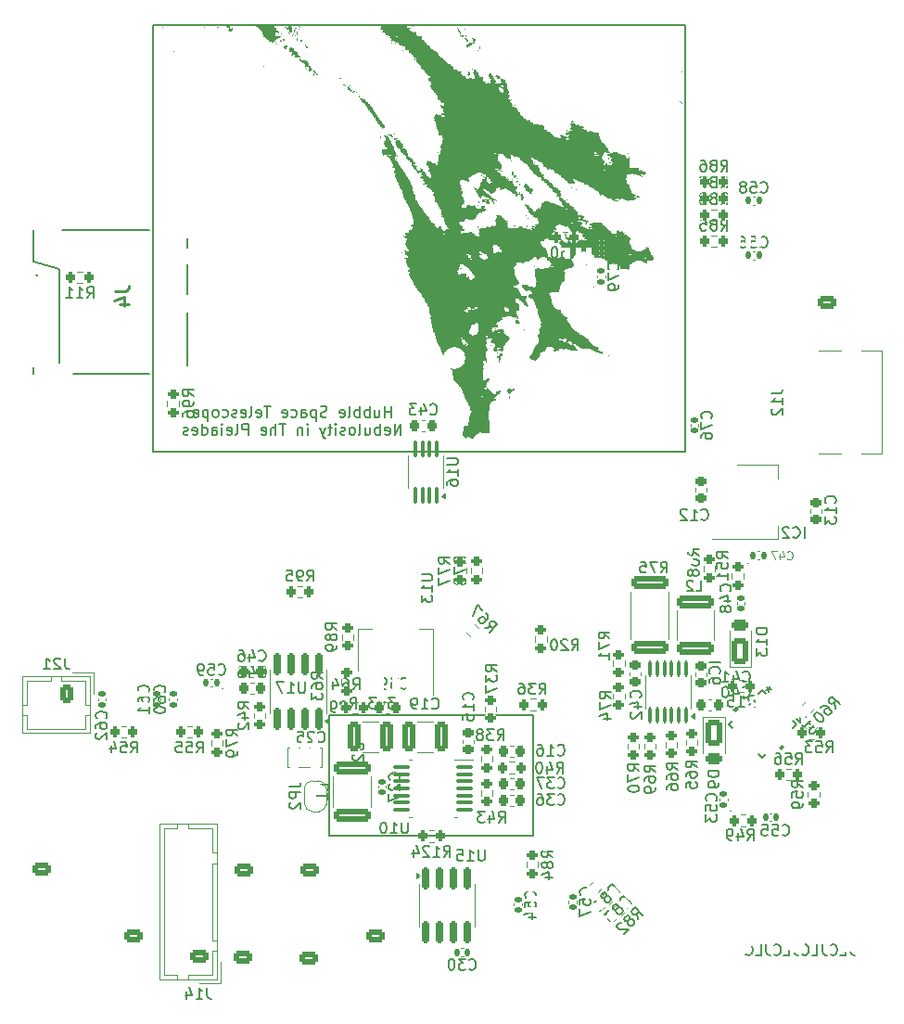
<source format=gbr>
%TF.GenerationSoftware,KiCad,Pcbnew,9.0.0*%
%TF.CreationDate,2025-04-09T19:33:59-07:00*%
%TF.ProjectId,FC_V5a,46435f56-3561-42e6-9b69-6361645f7063,rev?*%
%TF.SameCoordinates,Original*%
%TF.FileFunction,Legend,Bot*%
%TF.FilePolarity,Positive*%
%FSLAX46Y46*%
G04 Gerber Fmt 4.6, Leading zero omitted, Abs format (unit mm)*
G04 Created by KiCad (PCBNEW 9.0.0) date 2025-04-09 19:33:59*
%MOMM*%
%LPD*%
G01*
G04 APERTURE LIST*
G04 Aperture macros list*
%AMRoundRect*
0 Rectangle with rounded corners*
0 $1 Rounding radius*
0 $2 $3 $4 $5 $6 $7 $8 $9 X,Y pos of 4 corners*
0 Add a 4 corners polygon primitive as box body*
4,1,4,$2,$3,$4,$5,$6,$7,$8,$9,$2,$3,0*
0 Add four circle primitives for the rounded corners*
1,1,$1+$1,$2,$3*
1,1,$1+$1,$4,$5*
1,1,$1+$1,$6,$7*
1,1,$1+$1,$8,$9*
0 Add four rect primitives between the rounded corners*
20,1,$1+$1,$2,$3,$4,$5,0*
20,1,$1+$1,$4,$5,$6,$7,0*
20,1,$1+$1,$6,$7,$8,$9,0*
20,1,$1+$1,$8,$9,$2,$3,0*%
%AMRotRect*
0 Rectangle, with rotation*
0 The origin of the aperture is its center*
0 $1 length*
0 $2 width*
0 $3 Rotation angle, in degrees counterclockwise*
0 Add horizontal line*
21,1,$1,$2,0,0,$3*%
%AMFreePoly0*
4,1,23,0.500000,-0.750000,0.000000,-0.750000,0.000000,-0.745722,-0.065263,-0.745722,-0.191342,-0.711940,-0.304381,-0.646677,-0.396677,-0.554381,-0.461940,-0.441342,-0.495722,-0.315263,-0.495722,-0.250000,-0.500000,-0.250000,-0.500000,0.250000,-0.495722,0.250000,-0.495722,0.315263,-0.461940,0.441342,-0.396677,0.554381,-0.304381,0.646677,-0.191342,0.711940,-0.065263,0.745722,0.000000,0.745722,
0.000000,0.750000,0.500000,0.750000,0.500000,-0.750000,0.500000,-0.750000,$1*%
%AMFreePoly1*
4,1,23,0.000000,0.745722,0.065263,0.745722,0.191342,0.711940,0.304381,0.646677,0.396677,0.554381,0.461940,0.441342,0.495722,0.315263,0.495722,0.250000,0.500000,0.250000,0.500000,-0.250000,0.495722,-0.250000,0.495722,-0.315263,0.461940,-0.441342,0.396677,-0.554381,0.304381,-0.646677,0.191342,-0.711940,0.065263,-0.745722,0.000000,-0.745722,0.000000,-0.750000,-0.500000,-0.750000,
-0.500000,0.750000,0.000000,0.750000,0.000000,0.745722,0.000000,0.745722,$1*%
G04 Aperture macros list end*
%ADD10C,0.150000*%
%ADD11C,0.100000*%
%ADD12C,0.254000*%
%ADD13C,0.120000*%
%ADD14C,0.152400*%
%ADD15C,0.025400*%
%ADD16C,0.000000*%
%ADD17C,0.200000*%
%ADD18C,2.000000*%
%ADD19C,2.050000*%
%ADD20C,2.250000*%
%ADD21R,1.700000X1.700000*%
%ADD22O,1.700000X1.700000*%
%ADD23C,5.000000*%
%ADD24RoundRect,0.250000X0.575000X-0.350000X0.575000X0.350000X-0.575000X0.350000X-0.575000X-0.350000X0*%
%ADD25O,1.650000X1.200000*%
%ADD26RoundRect,0.250000X-0.575000X0.350000X-0.575000X-0.350000X0.575000X-0.350000X0.575000X0.350000X0*%
%ADD27R,1.000000X1.000000*%
%ADD28O,1.000000X1.000000*%
%ADD29O,1.700000X2.900000*%
%ADD30RoundRect,0.200000X0.275000X-0.200000X0.275000X0.200000X-0.275000X0.200000X-0.275000X-0.200000X0*%
%ADD31RoundRect,0.200000X-0.275000X0.200000X-0.275000X-0.200000X0.275000X-0.200000X0.275000X0.200000X0*%
%ADD32RoundRect,0.225000X-0.250000X0.225000X-0.250000X-0.225000X0.250000X-0.225000X0.250000X0.225000X0*%
%ADD33FreePoly0,270.000000*%
%ADD34FreePoly1,270.000000*%
%ADD35RoundRect,0.250000X0.350000X0.575000X-0.350000X0.575000X-0.350000X-0.575000X0.350000X-0.575000X0*%
%ADD36O,1.200000X1.650000*%
%ADD37RoundRect,0.225000X-0.225000X-0.250000X0.225000X-0.250000X0.225000X0.250000X-0.225000X0.250000X0*%
%ADD38RoundRect,0.140000X0.170000X-0.140000X0.170000X0.140000X-0.170000X0.140000X-0.170000X-0.140000X0*%
%ADD39RoundRect,0.250000X0.325000X1.100000X-0.325000X1.100000X-0.325000X-1.100000X0.325000X-1.100000X0*%
%ADD40RoundRect,0.200000X0.335876X0.053033X0.053033X0.335876X-0.335876X-0.053033X-0.053033X-0.335876X0*%
%ADD41R,2.000000X1.500000*%
%ADD42R,2.000000X3.800000*%
%ADD43R,0.550000X1.000000*%
%ADD44RoundRect,0.200000X0.053033X-0.335876X0.335876X-0.053033X-0.053033X0.335876X-0.335876X0.053033X0*%
%ADD45RoundRect,0.140000X-0.170000X0.140000X-0.170000X-0.140000X0.170000X-0.140000X0.170000X0.140000X0*%
%ADD46RotRect,0.782600X0.254800X225.000000*%
%ADD47RotRect,0.254800X0.782600X225.000000*%
%ADD48RotRect,2.794000X2.794000X225.000000*%
%ADD49RoundRect,0.250000X0.500000X-0.950000X0.500000X0.950000X-0.500000X0.950000X-0.500000X-0.950000X0*%
%ADD50RoundRect,0.250000X0.500000X-0.275000X0.500000X0.275000X-0.500000X0.275000X-0.500000X-0.275000X0*%
%ADD51RoundRect,0.150000X-0.150000X0.825000X-0.150000X-0.825000X0.150000X-0.825000X0.150000X0.825000X0*%
%ADD52RoundRect,0.225000X0.225000X0.250000X-0.225000X0.250000X-0.225000X-0.250000X0.225000X-0.250000X0*%
%ADD53RoundRect,0.200000X0.200000X0.275000X-0.200000X0.275000X-0.200000X-0.275000X0.200000X-0.275000X0*%
%ADD54RoundRect,0.250000X-0.500000X0.950000X-0.500000X-0.950000X0.500000X-0.950000X0.500000X0.950000X0*%
%ADD55RoundRect,0.250000X-0.500000X0.275000X-0.500000X-0.275000X0.500000X-0.275000X0.500000X0.275000X0*%
%ADD56RoundRect,0.140000X0.140000X0.170000X-0.140000X0.170000X-0.140000X-0.170000X0.140000X-0.170000X0*%
%ADD57RoundRect,0.200000X-0.200000X-0.275000X0.200000X-0.275000X0.200000X0.275000X-0.200000X0.275000X0*%
%ADD58R,0.600000X1.100000*%
%ADD59R,1.000000X0.550000*%
%ADD60RoundRect,0.140000X-0.140000X-0.170000X0.140000X-0.170000X0.140000X0.170000X-0.140000X0.170000X0*%
%ADD61RoundRect,0.250000X-1.450000X0.312500X-1.450000X-0.312500X1.450000X-0.312500X1.450000X0.312500X0*%
%ADD62RoundRect,0.250000X1.425000X-0.362500X1.425000X0.362500X-1.425000X0.362500X-1.425000X-0.362500X0*%
%ADD63RoundRect,0.150000X0.150000X-0.825000X0.150000X0.825000X-0.150000X0.825000X-0.150000X-0.825000X0*%
%ADD64R,1.100000X0.700000*%
%ADD65R,0.930000X0.900000*%
%ADD66R,0.780000X1.050000*%
%ADD67R,3.330000X0.700000*%
%ADD68R,2.800000X0.860000*%
%ADD69R,1.830000X1.140000*%
%ADD70R,3.000000X3.100000*%
%ADD71RoundRect,0.100000X0.687500X0.100000X-0.687500X0.100000X-0.687500X-0.100000X0.687500X-0.100000X0*%
%ADD72RoundRect,0.100000X0.100000X-0.625000X0.100000X0.625000X-0.100000X0.625000X-0.100000X-0.625000X0*%
%ADD73R,2.850000X1.650000*%
%ADD74RoundRect,0.250000X1.450000X-0.312500X1.450000X0.312500X-1.450000X0.312500X-1.450000X-0.312500X0*%
%ADD75C,0.650000*%
%ADD76R,1.450000X0.600000*%
%ADD77R,1.450000X0.300000*%
%ADD78O,1.600000X1.000000*%
%ADD79O,2.100000X1.000000*%
%ADD80RoundRect,0.250000X-0.325000X-1.100000X0.325000X-1.100000X0.325000X1.100000X-0.325000X1.100000X0*%
%ADD81RoundRect,0.100000X0.100000X-0.687500X0.100000X0.687500X-0.100000X0.687500X-0.100000X-0.687500X0*%
%ADD82R,1.800000X1.500000*%
%ADD83R,0.600000X2.200000*%
%ADD84R,3.450000X2.150000*%
G04 APERTURE END LIST*
D10*
X195400000Y-121950000D02*
X195400000Y-110950000D01*
X176793750Y-110950000D02*
X176793750Y-121950000D01*
X160669138Y-48000000D02*
X209230861Y-48000000D01*
X209230861Y-86891722D01*
X160669138Y-86891722D01*
X160669138Y-48000000D01*
X195400000Y-110950000D02*
X176793750Y-110950000D01*
X176793750Y-121950000D02*
X195400000Y-121950000D01*
X182400001Y-83759875D02*
X182400001Y-82759875D01*
X182400001Y-83236065D02*
X181828573Y-83236065D01*
X181828573Y-83759875D02*
X181828573Y-82759875D01*
X180923811Y-83093208D02*
X180923811Y-83759875D01*
X181352382Y-83093208D02*
X181352382Y-83617017D01*
X181352382Y-83617017D02*
X181304763Y-83712256D01*
X181304763Y-83712256D02*
X181209525Y-83759875D01*
X181209525Y-83759875D02*
X181066668Y-83759875D01*
X181066668Y-83759875D02*
X180971430Y-83712256D01*
X180971430Y-83712256D02*
X180923811Y-83664636D01*
X180447620Y-83759875D02*
X180447620Y-82759875D01*
X180447620Y-83140827D02*
X180352382Y-83093208D01*
X180352382Y-83093208D02*
X180161906Y-83093208D01*
X180161906Y-83093208D02*
X180066668Y-83140827D01*
X180066668Y-83140827D02*
X180019049Y-83188446D01*
X180019049Y-83188446D02*
X179971430Y-83283684D01*
X179971430Y-83283684D02*
X179971430Y-83569398D01*
X179971430Y-83569398D02*
X180019049Y-83664636D01*
X180019049Y-83664636D02*
X180066668Y-83712256D01*
X180066668Y-83712256D02*
X180161906Y-83759875D01*
X180161906Y-83759875D02*
X180352382Y-83759875D01*
X180352382Y-83759875D02*
X180447620Y-83712256D01*
X179542858Y-83759875D02*
X179542858Y-82759875D01*
X179542858Y-83140827D02*
X179447620Y-83093208D01*
X179447620Y-83093208D02*
X179257144Y-83093208D01*
X179257144Y-83093208D02*
X179161906Y-83140827D01*
X179161906Y-83140827D02*
X179114287Y-83188446D01*
X179114287Y-83188446D02*
X179066668Y-83283684D01*
X179066668Y-83283684D02*
X179066668Y-83569398D01*
X179066668Y-83569398D02*
X179114287Y-83664636D01*
X179114287Y-83664636D02*
X179161906Y-83712256D01*
X179161906Y-83712256D02*
X179257144Y-83759875D01*
X179257144Y-83759875D02*
X179447620Y-83759875D01*
X179447620Y-83759875D02*
X179542858Y-83712256D01*
X178495239Y-83759875D02*
X178590477Y-83712256D01*
X178590477Y-83712256D02*
X178638096Y-83617017D01*
X178638096Y-83617017D02*
X178638096Y-82759875D01*
X177733334Y-83712256D02*
X177828572Y-83759875D01*
X177828572Y-83759875D02*
X178019048Y-83759875D01*
X178019048Y-83759875D02*
X178114286Y-83712256D01*
X178114286Y-83712256D02*
X178161905Y-83617017D01*
X178161905Y-83617017D02*
X178161905Y-83236065D01*
X178161905Y-83236065D02*
X178114286Y-83140827D01*
X178114286Y-83140827D02*
X178019048Y-83093208D01*
X178019048Y-83093208D02*
X177828572Y-83093208D01*
X177828572Y-83093208D02*
X177733334Y-83140827D01*
X177733334Y-83140827D02*
X177685715Y-83236065D01*
X177685715Y-83236065D02*
X177685715Y-83331303D01*
X177685715Y-83331303D02*
X178161905Y-83426541D01*
X176542857Y-83712256D02*
X176400000Y-83759875D01*
X176400000Y-83759875D02*
X176161905Y-83759875D01*
X176161905Y-83759875D02*
X176066667Y-83712256D01*
X176066667Y-83712256D02*
X176019048Y-83664636D01*
X176019048Y-83664636D02*
X175971429Y-83569398D01*
X175971429Y-83569398D02*
X175971429Y-83474160D01*
X175971429Y-83474160D02*
X176019048Y-83378922D01*
X176019048Y-83378922D02*
X176066667Y-83331303D01*
X176066667Y-83331303D02*
X176161905Y-83283684D01*
X176161905Y-83283684D02*
X176352381Y-83236065D01*
X176352381Y-83236065D02*
X176447619Y-83188446D01*
X176447619Y-83188446D02*
X176495238Y-83140827D01*
X176495238Y-83140827D02*
X176542857Y-83045589D01*
X176542857Y-83045589D02*
X176542857Y-82950351D01*
X176542857Y-82950351D02*
X176495238Y-82855113D01*
X176495238Y-82855113D02*
X176447619Y-82807494D01*
X176447619Y-82807494D02*
X176352381Y-82759875D01*
X176352381Y-82759875D02*
X176114286Y-82759875D01*
X176114286Y-82759875D02*
X175971429Y-82807494D01*
X175542857Y-83093208D02*
X175542857Y-84093208D01*
X175542857Y-83140827D02*
X175447619Y-83093208D01*
X175447619Y-83093208D02*
X175257143Y-83093208D01*
X175257143Y-83093208D02*
X175161905Y-83140827D01*
X175161905Y-83140827D02*
X175114286Y-83188446D01*
X175114286Y-83188446D02*
X175066667Y-83283684D01*
X175066667Y-83283684D02*
X175066667Y-83569398D01*
X175066667Y-83569398D02*
X175114286Y-83664636D01*
X175114286Y-83664636D02*
X175161905Y-83712256D01*
X175161905Y-83712256D02*
X175257143Y-83759875D01*
X175257143Y-83759875D02*
X175447619Y-83759875D01*
X175447619Y-83759875D02*
X175542857Y-83712256D01*
X174209524Y-83759875D02*
X174209524Y-83236065D01*
X174209524Y-83236065D02*
X174257143Y-83140827D01*
X174257143Y-83140827D02*
X174352381Y-83093208D01*
X174352381Y-83093208D02*
X174542857Y-83093208D01*
X174542857Y-83093208D02*
X174638095Y-83140827D01*
X174209524Y-83712256D02*
X174304762Y-83759875D01*
X174304762Y-83759875D02*
X174542857Y-83759875D01*
X174542857Y-83759875D02*
X174638095Y-83712256D01*
X174638095Y-83712256D02*
X174685714Y-83617017D01*
X174685714Y-83617017D02*
X174685714Y-83521779D01*
X174685714Y-83521779D02*
X174638095Y-83426541D01*
X174638095Y-83426541D02*
X174542857Y-83378922D01*
X174542857Y-83378922D02*
X174304762Y-83378922D01*
X174304762Y-83378922D02*
X174209524Y-83331303D01*
X173304762Y-83712256D02*
X173400000Y-83759875D01*
X173400000Y-83759875D02*
X173590476Y-83759875D01*
X173590476Y-83759875D02*
X173685714Y-83712256D01*
X173685714Y-83712256D02*
X173733333Y-83664636D01*
X173733333Y-83664636D02*
X173780952Y-83569398D01*
X173780952Y-83569398D02*
X173780952Y-83283684D01*
X173780952Y-83283684D02*
X173733333Y-83188446D01*
X173733333Y-83188446D02*
X173685714Y-83140827D01*
X173685714Y-83140827D02*
X173590476Y-83093208D01*
X173590476Y-83093208D02*
X173400000Y-83093208D01*
X173400000Y-83093208D02*
X173304762Y-83140827D01*
X172495238Y-83712256D02*
X172590476Y-83759875D01*
X172590476Y-83759875D02*
X172780952Y-83759875D01*
X172780952Y-83759875D02*
X172876190Y-83712256D01*
X172876190Y-83712256D02*
X172923809Y-83617017D01*
X172923809Y-83617017D02*
X172923809Y-83236065D01*
X172923809Y-83236065D02*
X172876190Y-83140827D01*
X172876190Y-83140827D02*
X172780952Y-83093208D01*
X172780952Y-83093208D02*
X172590476Y-83093208D01*
X172590476Y-83093208D02*
X172495238Y-83140827D01*
X172495238Y-83140827D02*
X172447619Y-83236065D01*
X172447619Y-83236065D02*
X172447619Y-83331303D01*
X172447619Y-83331303D02*
X172923809Y-83426541D01*
X171399999Y-82759875D02*
X170828571Y-82759875D01*
X171114285Y-83759875D02*
X171114285Y-82759875D01*
X170114285Y-83712256D02*
X170209523Y-83759875D01*
X170209523Y-83759875D02*
X170399999Y-83759875D01*
X170399999Y-83759875D02*
X170495237Y-83712256D01*
X170495237Y-83712256D02*
X170542856Y-83617017D01*
X170542856Y-83617017D02*
X170542856Y-83236065D01*
X170542856Y-83236065D02*
X170495237Y-83140827D01*
X170495237Y-83140827D02*
X170399999Y-83093208D01*
X170399999Y-83093208D02*
X170209523Y-83093208D01*
X170209523Y-83093208D02*
X170114285Y-83140827D01*
X170114285Y-83140827D02*
X170066666Y-83236065D01*
X170066666Y-83236065D02*
X170066666Y-83331303D01*
X170066666Y-83331303D02*
X170542856Y-83426541D01*
X169495237Y-83759875D02*
X169590475Y-83712256D01*
X169590475Y-83712256D02*
X169638094Y-83617017D01*
X169638094Y-83617017D02*
X169638094Y-82759875D01*
X168733332Y-83712256D02*
X168828570Y-83759875D01*
X168828570Y-83759875D02*
X169019046Y-83759875D01*
X169019046Y-83759875D02*
X169114284Y-83712256D01*
X169114284Y-83712256D02*
X169161903Y-83617017D01*
X169161903Y-83617017D02*
X169161903Y-83236065D01*
X169161903Y-83236065D02*
X169114284Y-83140827D01*
X169114284Y-83140827D02*
X169019046Y-83093208D01*
X169019046Y-83093208D02*
X168828570Y-83093208D01*
X168828570Y-83093208D02*
X168733332Y-83140827D01*
X168733332Y-83140827D02*
X168685713Y-83236065D01*
X168685713Y-83236065D02*
X168685713Y-83331303D01*
X168685713Y-83331303D02*
X169161903Y-83426541D01*
X168304760Y-83712256D02*
X168209522Y-83759875D01*
X168209522Y-83759875D02*
X168019046Y-83759875D01*
X168019046Y-83759875D02*
X167923808Y-83712256D01*
X167923808Y-83712256D02*
X167876189Y-83617017D01*
X167876189Y-83617017D02*
X167876189Y-83569398D01*
X167876189Y-83569398D02*
X167923808Y-83474160D01*
X167923808Y-83474160D02*
X168019046Y-83426541D01*
X168019046Y-83426541D02*
X168161903Y-83426541D01*
X168161903Y-83426541D02*
X168257141Y-83378922D01*
X168257141Y-83378922D02*
X168304760Y-83283684D01*
X168304760Y-83283684D02*
X168304760Y-83236065D01*
X168304760Y-83236065D02*
X168257141Y-83140827D01*
X168257141Y-83140827D02*
X168161903Y-83093208D01*
X168161903Y-83093208D02*
X168019046Y-83093208D01*
X168019046Y-83093208D02*
X167923808Y-83140827D01*
X167019046Y-83712256D02*
X167114284Y-83759875D01*
X167114284Y-83759875D02*
X167304760Y-83759875D01*
X167304760Y-83759875D02*
X167399998Y-83712256D01*
X167399998Y-83712256D02*
X167447617Y-83664636D01*
X167447617Y-83664636D02*
X167495236Y-83569398D01*
X167495236Y-83569398D02*
X167495236Y-83283684D01*
X167495236Y-83283684D02*
X167447617Y-83188446D01*
X167447617Y-83188446D02*
X167399998Y-83140827D01*
X167399998Y-83140827D02*
X167304760Y-83093208D01*
X167304760Y-83093208D02*
X167114284Y-83093208D01*
X167114284Y-83093208D02*
X167019046Y-83140827D01*
X166447617Y-83759875D02*
X166542855Y-83712256D01*
X166542855Y-83712256D02*
X166590474Y-83664636D01*
X166590474Y-83664636D02*
X166638093Y-83569398D01*
X166638093Y-83569398D02*
X166638093Y-83283684D01*
X166638093Y-83283684D02*
X166590474Y-83188446D01*
X166590474Y-83188446D02*
X166542855Y-83140827D01*
X166542855Y-83140827D02*
X166447617Y-83093208D01*
X166447617Y-83093208D02*
X166304760Y-83093208D01*
X166304760Y-83093208D02*
X166209522Y-83140827D01*
X166209522Y-83140827D02*
X166161903Y-83188446D01*
X166161903Y-83188446D02*
X166114284Y-83283684D01*
X166114284Y-83283684D02*
X166114284Y-83569398D01*
X166114284Y-83569398D02*
X166161903Y-83664636D01*
X166161903Y-83664636D02*
X166209522Y-83712256D01*
X166209522Y-83712256D02*
X166304760Y-83759875D01*
X166304760Y-83759875D02*
X166447617Y-83759875D01*
X165685712Y-83093208D02*
X165685712Y-84093208D01*
X165685712Y-83140827D02*
X165590474Y-83093208D01*
X165590474Y-83093208D02*
X165399998Y-83093208D01*
X165399998Y-83093208D02*
X165304760Y-83140827D01*
X165304760Y-83140827D02*
X165257141Y-83188446D01*
X165257141Y-83188446D02*
X165209522Y-83283684D01*
X165209522Y-83283684D02*
X165209522Y-83569398D01*
X165209522Y-83569398D02*
X165257141Y-83664636D01*
X165257141Y-83664636D02*
X165304760Y-83712256D01*
X165304760Y-83712256D02*
X165399998Y-83759875D01*
X165399998Y-83759875D02*
X165590474Y-83759875D01*
X165590474Y-83759875D02*
X165685712Y-83712256D01*
X164399998Y-83712256D02*
X164495236Y-83759875D01*
X164495236Y-83759875D02*
X164685712Y-83759875D01*
X164685712Y-83759875D02*
X164780950Y-83712256D01*
X164780950Y-83712256D02*
X164828569Y-83617017D01*
X164828569Y-83617017D02*
X164828569Y-83236065D01*
X164828569Y-83236065D02*
X164780950Y-83140827D01*
X164780950Y-83140827D02*
X164685712Y-83093208D01*
X164685712Y-83093208D02*
X164495236Y-83093208D01*
X164495236Y-83093208D02*
X164399998Y-83140827D01*
X164399998Y-83140827D02*
X164352379Y-83236065D01*
X164352379Y-83236065D02*
X164352379Y-83331303D01*
X164352379Y-83331303D02*
X164828569Y-83426541D01*
X183304762Y-85369819D02*
X183304762Y-84369819D01*
X183304762Y-84369819D02*
X182733334Y-85369819D01*
X182733334Y-85369819D02*
X182733334Y-84369819D01*
X181876191Y-85322200D02*
X181971429Y-85369819D01*
X181971429Y-85369819D02*
X182161905Y-85369819D01*
X182161905Y-85369819D02*
X182257143Y-85322200D01*
X182257143Y-85322200D02*
X182304762Y-85226961D01*
X182304762Y-85226961D02*
X182304762Y-84846009D01*
X182304762Y-84846009D02*
X182257143Y-84750771D01*
X182257143Y-84750771D02*
X182161905Y-84703152D01*
X182161905Y-84703152D02*
X181971429Y-84703152D01*
X181971429Y-84703152D02*
X181876191Y-84750771D01*
X181876191Y-84750771D02*
X181828572Y-84846009D01*
X181828572Y-84846009D02*
X181828572Y-84941247D01*
X181828572Y-84941247D02*
X182304762Y-85036485D01*
X181400000Y-85369819D02*
X181400000Y-84369819D01*
X181400000Y-84750771D02*
X181304762Y-84703152D01*
X181304762Y-84703152D02*
X181114286Y-84703152D01*
X181114286Y-84703152D02*
X181019048Y-84750771D01*
X181019048Y-84750771D02*
X180971429Y-84798390D01*
X180971429Y-84798390D02*
X180923810Y-84893628D01*
X180923810Y-84893628D02*
X180923810Y-85179342D01*
X180923810Y-85179342D02*
X180971429Y-85274580D01*
X180971429Y-85274580D02*
X181019048Y-85322200D01*
X181019048Y-85322200D02*
X181114286Y-85369819D01*
X181114286Y-85369819D02*
X181304762Y-85369819D01*
X181304762Y-85369819D02*
X181400000Y-85322200D01*
X180066667Y-84703152D02*
X180066667Y-85369819D01*
X180495238Y-84703152D02*
X180495238Y-85226961D01*
X180495238Y-85226961D02*
X180447619Y-85322200D01*
X180447619Y-85322200D02*
X180352381Y-85369819D01*
X180352381Y-85369819D02*
X180209524Y-85369819D01*
X180209524Y-85369819D02*
X180114286Y-85322200D01*
X180114286Y-85322200D02*
X180066667Y-85274580D01*
X179447619Y-85369819D02*
X179542857Y-85322200D01*
X179542857Y-85322200D02*
X179590476Y-85226961D01*
X179590476Y-85226961D02*
X179590476Y-84369819D01*
X178923809Y-85369819D02*
X179019047Y-85322200D01*
X179019047Y-85322200D02*
X179066666Y-85274580D01*
X179066666Y-85274580D02*
X179114285Y-85179342D01*
X179114285Y-85179342D02*
X179114285Y-84893628D01*
X179114285Y-84893628D02*
X179066666Y-84798390D01*
X179066666Y-84798390D02*
X179019047Y-84750771D01*
X179019047Y-84750771D02*
X178923809Y-84703152D01*
X178923809Y-84703152D02*
X178780952Y-84703152D01*
X178780952Y-84703152D02*
X178685714Y-84750771D01*
X178685714Y-84750771D02*
X178638095Y-84798390D01*
X178638095Y-84798390D02*
X178590476Y-84893628D01*
X178590476Y-84893628D02*
X178590476Y-85179342D01*
X178590476Y-85179342D02*
X178638095Y-85274580D01*
X178638095Y-85274580D02*
X178685714Y-85322200D01*
X178685714Y-85322200D02*
X178780952Y-85369819D01*
X178780952Y-85369819D02*
X178923809Y-85369819D01*
X178209523Y-85322200D02*
X178114285Y-85369819D01*
X178114285Y-85369819D02*
X177923809Y-85369819D01*
X177923809Y-85369819D02*
X177828571Y-85322200D01*
X177828571Y-85322200D02*
X177780952Y-85226961D01*
X177780952Y-85226961D02*
X177780952Y-85179342D01*
X177780952Y-85179342D02*
X177828571Y-85084104D01*
X177828571Y-85084104D02*
X177923809Y-85036485D01*
X177923809Y-85036485D02*
X178066666Y-85036485D01*
X178066666Y-85036485D02*
X178161904Y-84988866D01*
X178161904Y-84988866D02*
X178209523Y-84893628D01*
X178209523Y-84893628D02*
X178209523Y-84846009D01*
X178209523Y-84846009D02*
X178161904Y-84750771D01*
X178161904Y-84750771D02*
X178066666Y-84703152D01*
X178066666Y-84703152D02*
X177923809Y-84703152D01*
X177923809Y-84703152D02*
X177828571Y-84750771D01*
X177352380Y-85369819D02*
X177352380Y-84703152D01*
X177352380Y-84369819D02*
X177399999Y-84417438D01*
X177399999Y-84417438D02*
X177352380Y-84465057D01*
X177352380Y-84465057D02*
X177304761Y-84417438D01*
X177304761Y-84417438D02*
X177352380Y-84369819D01*
X177352380Y-84369819D02*
X177352380Y-84465057D01*
X177019047Y-84703152D02*
X176638095Y-84703152D01*
X176876190Y-84369819D02*
X176876190Y-85226961D01*
X176876190Y-85226961D02*
X176828571Y-85322200D01*
X176828571Y-85322200D02*
X176733333Y-85369819D01*
X176733333Y-85369819D02*
X176638095Y-85369819D01*
X176399999Y-84703152D02*
X176161904Y-85369819D01*
X175923809Y-84703152D02*
X176161904Y-85369819D01*
X176161904Y-85369819D02*
X176257142Y-85607914D01*
X176257142Y-85607914D02*
X176304761Y-85655533D01*
X176304761Y-85655533D02*
X176399999Y-85703152D01*
X174780951Y-85369819D02*
X174780951Y-84703152D01*
X174780951Y-84369819D02*
X174828570Y-84417438D01*
X174828570Y-84417438D02*
X174780951Y-84465057D01*
X174780951Y-84465057D02*
X174733332Y-84417438D01*
X174733332Y-84417438D02*
X174780951Y-84369819D01*
X174780951Y-84369819D02*
X174780951Y-84465057D01*
X174304761Y-84703152D02*
X174304761Y-85369819D01*
X174304761Y-84798390D02*
X174257142Y-84750771D01*
X174257142Y-84750771D02*
X174161904Y-84703152D01*
X174161904Y-84703152D02*
X174019047Y-84703152D01*
X174019047Y-84703152D02*
X173923809Y-84750771D01*
X173923809Y-84750771D02*
X173876190Y-84846009D01*
X173876190Y-84846009D02*
X173876190Y-85369819D01*
X172780951Y-84369819D02*
X172209523Y-84369819D01*
X172495237Y-85369819D02*
X172495237Y-84369819D01*
X171876189Y-85369819D02*
X171876189Y-84369819D01*
X171447618Y-85369819D02*
X171447618Y-84846009D01*
X171447618Y-84846009D02*
X171495237Y-84750771D01*
X171495237Y-84750771D02*
X171590475Y-84703152D01*
X171590475Y-84703152D02*
X171733332Y-84703152D01*
X171733332Y-84703152D02*
X171828570Y-84750771D01*
X171828570Y-84750771D02*
X171876189Y-84798390D01*
X170590475Y-85322200D02*
X170685713Y-85369819D01*
X170685713Y-85369819D02*
X170876189Y-85369819D01*
X170876189Y-85369819D02*
X170971427Y-85322200D01*
X170971427Y-85322200D02*
X171019046Y-85226961D01*
X171019046Y-85226961D02*
X171019046Y-84846009D01*
X171019046Y-84846009D02*
X170971427Y-84750771D01*
X170971427Y-84750771D02*
X170876189Y-84703152D01*
X170876189Y-84703152D02*
X170685713Y-84703152D01*
X170685713Y-84703152D02*
X170590475Y-84750771D01*
X170590475Y-84750771D02*
X170542856Y-84846009D01*
X170542856Y-84846009D02*
X170542856Y-84941247D01*
X170542856Y-84941247D02*
X171019046Y-85036485D01*
X169352379Y-85369819D02*
X169352379Y-84369819D01*
X169352379Y-84369819D02*
X168971427Y-84369819D01*
X168971427Y-84369819D02*
X168876189Y-84417438D01*
X168876189Y-84417438D02*
X168828570Y-84465057D01*
X168828570Y-84465057D02*
X168780951Y-84560295D01*
X168780951Y-84560295D02*
X168780951Y-84703152D01*
X168780951Y-84703152D02*
X168828570Y-84798390D01*
X168828570Y-84798390D02*
X168876189Y-84846009D01*
X168876189Y-84846009D02*
X168971427Y-84893628D01*
X168971427Y-84893628D02*
X169352379Y-84893628D01*
X168209522Y-85369819D02*
X168304760Y-85322200D01*
X168304760Y-85322200D02*
X168352379Y-85226961D01*
X168352379Y-85226961D02*
X168352379Y-84369819D01*
X167447617Y-85322200D02*
X167542855Y-85369819D01*
X167542855Y-85369819D02*
X167733331Y-85369819D01*
X167733331Y-85369819D02*
X167828569Y-85322200D01*
X167828569Y-85322200D02*
X167876188Y-85226961D01*
X167876188Y-85226961D02*
X167876188Y-84846009D01*
X167876188Y-84846009D02*
X167828569Y-84750771D01*
X167828569Y-84750771D02*
X167733331Y-84703152D01*
X167733331Y-84703152D02*
X167542855Y-84703152D01*
X167542855Y-84703152D02*
X167447617Y-84750771D01*
X167447617Y-84750771D02*
X167399998Y-84846009D01*
X167399998Y-84846009D02*
X167399998Y-84941247D01*
X167399998Y-84941247D02*
X167876188Y-85036485D01*
X166971426Y-85369819D02*
X166971426Y-84703152D01*
X166971426Y-84369819D02*
X167019045Y-84417438D01*
X167019045Y-84417438D02*
X166971426Y-84465057D01*
X166971426Y-84465057D02*
X166923807Y-84417438D01*
X166923807Y-84417438D02*
X166971426Y-84369819D01*
X166971426Y-84369819D02*
X166971426Y-84465057D01*
X166066665Y-85369819D02*
X166066665Y-84846009D01*
X166066665Y-84846009D02*
X166114284Y-84750771D01*
X166114284Y-84750771D02*
X166209522Y-84703152D01*
X166209522Y-84703152D02*
X166399998Y-84703152D01*
X166399998Y-84703152D02*
X166495236Y-84750771D01*
X166066665Y-85322200D02*
X166161903Y-85369819D01*
X166161903Y-85369819D02*
X166399998Y-85369819D01*
X166399998Y-85369819D02*
X166495236Y-85322200D01*
X166495236Y-85322200D02*
X166542855Y-85226961D01*
X166542855Y-85226961D02*
X166542855Y-85131723D01*
X166542855Y-85131723D02*
X166495236Y-85036485D01*
X166495236Y-85036485D02*
X166399998Y-84988866D01*
X166399998Y-84988866D02*
X166161903Y-84988866D01*
X166161903Y-84988866D02*
X166066665Y-84941247D01*
X165161903Y-85369819D02*
X165161903Y-84369819D01*
X165161903Y-85322200D02*
X165257141Y-85369819D01*
X165257141Y-85369819D02*
X165447617Y-85369819D01*
X165447617Y-85369819D02*
X165542855Y-85322200D01*
X165542855Y-85322200D02*
X165590474Y-85274580D01*
X165590474Y-85274580D02*
X165638093Y-85179342D01*
X165638093Y-85179342D02*
X165638093Y-84893628D01*
X165638093Y-84893628D02*
X165590474Y-84798390D01*
X165590474Y-84798390D02*
X165542855Y-84750771D01*
X165542855Y-84750771D02*
X165447617Y-84703152D01*
X165447617Y-84703152D02*
X165257141Y-84703152D01*
X165257141Y-84703152D02*
X165161903Y-84750771D01*
X164304760Y-85322200D02*
X164399998Y-85369819D01*
X164399998Y-85369819D02*
X164590474Y-85369819D01*
X164590474Y-85369819D02*
X164685712Y-85322200D01*
X164685712Y-85322200D02*
X164733331Y-85226961D01*
X164733331Y-85226961D02*
X164733331Y-84846009D01*
X164733331Y-84846009D02*
X164685712Y-84750771D01*
X164685712Y-84750771D02*
X164590474Y-84703152D01*
X164590474Y-84703152D02*
X164399998Y-84703152D01*
X164399998Y-84703152D02*
X164304760Y-84750771D01*
X164304760Y-84750771D02*
X164257141Y-84846009D01*
X164257141Y-84846009D02*
X164257141Y-84941247D01*
X164257141Y-84941247D02*
X164733331Y-85036485D01*
X163876188Y-85322200D02*
X163780950Y-85369819D01*
X163780950Y-85369819D02*
X163590474Y-85369819D01*
X163590474Y-85369819D02*
X163495236Y-85322200D01*
X163495236Y-85322200D02*
X163447617Y-85226961D01*
X163447617Y-85226961D02*
X163447617Y-85179342D01*
X163447617Y-85179342D02*
X163495236Y-85084104D01*
X163495236Y-85084104D02*
X163590474Y-85036485D01*
X163590474Y-85036485D02*
X163733331Y-85036485D01*
X163733331Y-85036485D02*
X163828569Y-84988866D01*
X163828569Y-84988866D02*
X163876188Y-84893628D01*
X163876188Y-84893628D02*
X163876188Y-84846009D01*
X163876188Y-84846009D02*
X163828569Y-84750771D01*
X163828569Y-84750771D02*
X163733331Y-84703152D01*
X163733331Y-84703152D02*
X163590474Y-84703152D01*
X163590474Y-84703152D02*
X163495236Y-84750771D01*
X182758458Y-109369819D02*
X182139411Y-109369819D01*
X182139411Y-109369819D02*
X182472744Y-109750771D01*
X182472744Y-109750771D02*
X182329887Y-109750771D01*
X182329887Y-109750771D02*
X182234649Y-109798390D01*
X182234649Y-109798390D02*
X182187030Y-109846009D01*
X182187030Y-109846009D02*
X182139411Y-109941247D01*
X182139411Y-109941247D02*
X182139411Y-110179342D01*
X182139411Y-110179342D02*
X182187030Y-110274580D01*
X182187030Y-110274580D02*
X182234649Y-110322200D01*
X182234649Y-110322200D02*
X182329887Y-110369819D01*
X182329887Y-110369819D02*
X182615601Y-110369819D01*
X182615601Y-110369819D02*
X182710839Y-110322200D01*
X182710839Y-110322200D02*
X182758458Y-110274580D01*
X181806077Y-109703152D02*
X181567982Y-110369819D01*
X181567982Y-110369819D02*
X181329887Y-109703152D01*
X181044172Y-109369819D02*
X180425125Y-109369819D01*
X180425125Y-109369819D02*
X180758458Y-109750771D01*
X180758458Y-109750771D02*
X180615601Y-109750771D01*
X180615601Y-109750771D02*
X180520363Y-109798390D01*
X180520363Y-109798390D02*
X180472744Y-109846009D01*
X180472744Y-109846009D02*
X180425125Y-109941247D01*
X180425125Y-109941247D02*
X180425125Y-110179342D01*
X180425125Y-110179342D02*
X180472744Y-110274580D01*
X180472744Y-110274580D02*
X180520363Y-110322200D01*
X180520363Y-110322200D02*
X180615601Y-110369819D01*
X180615601Y-110369819D02*
X180901315Y-110369819D01*
X180901315Y-110369819D02*
X180996553Y-110322200D01*
X180996553Y-110322200D02*
X181044172Y-110274580D01*
X178663220Y-110369819D02*
X178996553Y-109893628D01*
X179234648Y-110369819D02*
X179234648Y-109369819D01*
X179234648Y-109369819D02*
X178853696Y-109369819D01*
X178853696Y-109369819D02*
X178758458Y-109417438D01*
X178758458Y-109417438D02*
X178710839Y-109465057D01*
X178710839Y-109465057D02*
X178663220Y-109560295D01*
X178663220Y-109560295D02*
X178663220Y-109703152D01*
X178663220Y-109703152D02*
X178710839Y-109798390D01*
X178710839Y-109798390D02*
X178758458Y-109846009D01*
X178758458Y-109846009D02*
X178853696Y-109893628D01*
X178853696Y-109893628D02*
X179234648Y-109893628D01*
X177853696Y-110322200D02*
X177948934Y-110369819D01*
X177948934Y-110369819D02*
X178139410Y-110369819D01*
X178139410Y-110369819D02*
X178234648Y-110322200D01*
X178234648Y-110322200D02*
X178282267Y-110226961D01*
X178282267Y-110226961D02*
X178282267Y-109846009D01*
X178282267Y-109846009D02*
X178234648Y-109750771D01*
X178234648Y-109750771D02*
X178139410Y-109703152D01*
X178139410Y-109703152D02*
X177948934Y-109703152D01*
X177948934Y-109703152D02*
X177853696Y-109750771D01*
X177853696Y-109750771D02*
X177806077Y-109846009D01*
X177806077Y-109846009D02*
X177806077Y-109941247D01*
X177806077Y-109941247D02*
X178282267Y-110036485D01*
X176948934Y-109703152D02*
X176948934Y-110512676D01*
X176948934Y-110512676D02*
X176996553Y-110607914D01*
X176996553Y-110607914D02*
X177044172Y-110655533D01*
X177044172Y-110655533D02*
X177139410Y-110703152D01*
X177139410Y-110703152D02*
X177282267Y-110703152D01*
X177282267Y-110703152D02*
X177377505Y-110655533D01*
X176948934Y-110322200D02*
X177044172Y-110369819D01*
X177044172Y-110369819D02*
X177234648Y-110369819D01*
X177234648Y-110369819D02*
X177329886Y-110322200D01*
X177329886Y-110322200D02*
X177377505Y-110274580D01*
X177377505Y-110274580D02*
X177425124Y-110179342D01*
X177425124Y-110179342D02*
X177425124Y-109893628D01*
X177425124Y-109893628D02*
X177377505Y-109798390D01*
X177377505Y-109798390D02*
X177329886Y-109750771D01*
X177329886Y-109750771D02*
X177234648Y-109703152D01*
X177234648Y-109703152D02*
X177044172Y-109703152D01*
X177044172Y-109703152D02*
X176948934Y-109750771D01*
X224377506Y-131869819D02*
X224377506Y-132584104D01*
X224377506Y-132584104D02*
X224425125Y-132726961D01*
X224425125Y-132726961D02*
X224520363Y-132822200D01*
X224520363Y-132822200D02*
X224663220Y-132869819D01*
X224663220Y-132869819D02*
X224758458Y-132869819D01*
X223425125Y-132869819D02*
X223901315Y-132869819D01*
X223901315Y-132869819D02*
X223901315Y-131869819D01*
X222520363Y-132774580D02*
X222567982Y-132822200D01*
X222567982Y-132822200D02*
X222710839Y-132869819D01*
X222710839Y-132869819D02*
X222806077Y-132869819D01*
X222806077Y-132869819D02*
X222948934Y-132822200D01*
X222948934Y-132822200D02*
X223044172Y-132726961D01*
X223044172Y-132726961D02*
X223091791Y-132631723D01*
X223091791Y-132631723D02*
X223139410Y-132441247D01*
X223139410Y-132441247D02*
X223139410Y-132298390D01*
X223139410Y-132298390D02*
X223091791Y-132107914D01*
X223091791Y-132107914D02*
X223044172Y-132012676D01*
X223044172Y-132012676D02*
X222948934Y-131917438D01*
X222948934Y-131917438D02*
X222806077Y-131869819D01*
X222806077Y-131869819D02*
X222710839Y-131869819D01*
X222710839Y-131869819D02*
X222567982Y-131917438D01*
X222567982Y-131917438D02*
X222520363Y-131965057D01*
X221806077Y-131869819D02*
X221806077Y-132584104D01*
X221806077Y-132584104D02*
X221853696Y-132726961D01*
X221853696Y-132726961D02*
X221948934Y-132822200D01*
X221948934Y-132822200D02*
X222091791Y-132869819D01*
X222091791Y-132869819D02*
X222187029Y-132869819D01*
X220853696Y-132869819D02*
X221329886Y-132869819D01*
X221329886Y-132869819D02*
X221329886Y-131869819D01*
X219948934Y-132774580D02*
X219996553Y-132822200D01*
X219996553Y-132822200D02*
X220139410Y-132869819D01*
X220139410Y-132869819D02*
X220234648Y-132869819D01*
X220234648Y-132869819D02*
X220377505Y-132822200D01*
X220377505Y-132822200D02*
X220472743Y-132726961D01*
X220472743Y-132726961D02*
X220520362Y-132631723D01*
X220520362Y-132631723D02*
X220567981Y-132441247D01*
X220567981Y-132441247D02*
X220567981Y-132298390D01*
X220567981Y-132298390D02*
X220520362Y-132107914D01*
X220520362Y-132107914D02*
X220472743Y-132012676D01*
X220472743Y-132012676D02*
X220377505Y-131917438D01*
X220377505Y-131917438D02*
X220234648Y-131869819D01*
X220234648Y-131869819D02*
X220139410Y-131869819D01*
X220139410Y-131869819D02*
X219996553Y-131917438D01*
X219996553Y-131917438D02*
X219948934Y-131965057D01*
X219234648Y-131869819D02*
X219234648Y-132584104D01*
X219234648Y-132584104D02*
X219282267Y-132726961D01*
X219282267Y-132726961D02*
X219377505Y-132822200D01*
X219377505Y-132822200D02*
X219520362Y-132869819D01*
X219520362Y-132869819D02*
X219615600Y-132869819D01*
X218282267Y-132869819D02*
X218758457Y-132869819D01*
X218758457Y-132869819D02*
X218758457Y-131869819D01*
X217377505Y-132774580D02*
X217425124Y-132822200D01*
X217425124Y-132822200D02*
X217567981Y-132869819D01*
X217567981Y-132869819D02*
X217663219Y-132869819D01*
X217663219Y-132869819D02*
X217806076Y-132822200D01*
X217806076Y-132822200D02*
X217901314Y-132726961D01*
X217901314Y-132726961D02*
X217948933Y-132631723D01*
X217948933Y-132631723D02*
X217996552Y-132441247D01*
X217996552Y-132441247D02*
X217996552Y-132298390D01*
X217996552Y-132298390D02*
X217948933Y-132107914D01*
X217948933Y-132107914D02*
X217901314Y-132012676D01*
X217901314Y-132012676D02*
X217806076Y-131917438D01*
X217806076Y-131917438D02*
X217663219Y-131869819D01*
X217663219Y-131869819D02*
X217567981Y-131869819D01*
X217567981Y-131869819D02*
X217425124Y-131917438D01*
X217425124Y-131917438D02*
X217377505Y-131965057D01*
X216663219Y-131869819D02*
X216663219Y-132584104D01*
X216663219Y-132584104D02*
X216710838Y-132726961D01*
X216710838Y-132726961D02*
X216806076Y-132822200D01*
X216806076Y-132822200D02*
X216948933Y-132869819D01*
X216948933Y-132869819D02*
X217044171Y-132869819D01*
X215710838Y-132869819D02*
X216187028Y-132869819D01*
X216187028Y-132869819D02*
X216187028Y-131869819D01*
X214806076Y-132774580D02*
X214853695Y-132822200D01*
X214853695Y-132822200D02*
X214996552Y-132869819D01*
X214996552Y-132869819D02*
X215091790Y-132869819D01*
X215091790Y-132869819D02*
X215234647Y-132822200D01*
X215234647Y-132822200D02*
X215329885Y-132726961D01*
X215329885Y-132726961D02*
X215377504Y-132631723D01*
X215377504Y-132631723D02*
X215425123Y-132441247D01*
X215425123Y-132441247D02*
X215425123Y-132298390D01*
X215425123Y-132298390D02*
X215377504Y-132107914D01*
X215377504Y-132107914D02*
X215329885Y-132012676D01*
X215329885Y-132012676D02*
X215234647Y-131917438D01*
X215234647Y-131917438D02*
X215091790Y-131869819D01*
X215091790Y-131869819D02*
X214996552Y-131869819D01*
X214996552Y-131869819D02*
X214853695Y-131917438D01*
X214853695Y-131917438D02*
X214806076Y-131965057D01*
X192242857Y-120754819D02*
X192576190Y-120278628D01*
X192814285Y-120754819D02*
X192814285Y-119754819D01*
X192814285Y-119754819D02*
X192433333Y-119754819D01*
X192433333Y-119754819D02*
X192338095Y-119802438D01*
X192338095Y-119802438D02*
X192290476Y-119850057D01*
X192290476Y-119850057D02*
X192242857Y-119945295D01*
X192242857Y-119945295D02*
X192242857Y-120088152D01*
X192242857Y-120088152D02*
X192290476Y-120183390D01*
X192290476Y-120183390D02*
X192338095Y-120231009D01*
X192338095Y-120231009D02*
X192433333Y-120278628D01*
X192433333Y-120278628D02*
X192814285Y-120278628D01*
X191385714Y-120088152D02*
X191385714Y-120754819D01*
X191623809Y-119707200D02*
X191861904Y-120421485D01*
X191861904Y-120421485D02*
X191242857Y-120421485D01*
X190957142Y-119754819D02*
X190338095Y-119754819D01*
X190338095Y-119754819D02*
X190671428Y-120135771D01*
X190671428Y-120135771D02*
X190528571Y-120135771D01*
X190528571Y-120135771D02*
X190433333Y-120183390D01*
X190433333Y-120183390D02*
X190385714Y-120231009D01*
X190385714Y-120231009D02*
X190338095Y-120326247D01*
X190338095Y-120326247D02*
X190338095Y-120564342D01*
X190338095Y-120564342D02*
X190385714Y-120659580D01*
X190385714Y-120659580D02*
X190433333Y-120707200D01*
X190433333Y-120707200D02*
X190528571Y-120754819D01*
X190528571Y-120754819D02*
X190814285Y-120754819D01*
X190814285Y-120754819D02*
X190909523Y-120707200D01*
X190909523Y-120707200D02*
X190957142Y-120659580D01*
X202354819Y-103957142D02*
X201878628Y-103623809D01*
X202354819Y-103385714D02*
X201354819Y-103385714D01*
X201354819Y-103385714D02*
X201354819Y-103766666D01*
X201354819Y-103766666D02*
X201402438Y-103861904D01*
X201402438Y-103861904D02*
X201450057Y-103909523D01*
X201450057Y-103909523D02*
X201545295Y-103957142D01*
X201545295Y-103957142D02*
X201688152Y-103957142D01*
X201688152Y-103957142D02*
X201783390Y-103909523D01*
X201783390Y-103909523D02*
X201831009Y-103861904D01*
X201831009Y-103861904D02*
X201878628Y-103766666D01*
X201878628Y-103766666D02*
X201878628Y-103385714D01*
X201354819Y-104290476D02*
X201354819Y-104957142D01*
X201354819Y-104957142D02*
X202354819Y-104528571D01*
X202354819Y-105861904D02*
X202354819Y-105290476D01*
X202354819Y-105576190D02*
X201354819Y-105576190D01*
X201354819Y-105576190D02*
X201497676Y-105480952D01*
X201497676Y-105480952D02*
X201592914Y-105385714D01*
X201592914Y-105385714D02*
X201640533Y-105290476D01*
X213154819Y-96657142D02*
X212678628Y-96323809D01*
X213154819Y-96085714D02*
X212154819Y-96085714D01*
X212154819Y-96085714D02*
X212154819Y-96466666D01*
X212154819Y-96466666D02*
X212202438Y-96561904D01*
X212202438Y-96561904D02*
X212250057Y-96609523D01*
X212250057Y-96609523D02*
X212345295Y-96657142D01*
X212345295Y-96657142D02*
X212488152Y-96657142D01*
X212488152Y-96657142D02*
X212583390Y-96609523D01*
X212583390Y-96609523D02*
X212631009Y-96561904D01*
X212631009Y-96561904D02*
X212678628Y-96466666D01*
X212678628Y-96466666D02*
X212678628Y-96085714D01*
X212154819Y-97561904D02*
X212154819Y-97085714D01*
X212154819Y-97085714D02*
X212631009Y-97038095D01*
X212631009Y-97038095D02*
X212583390Y-97085714D01*
X212583390Y-97085714D02*
X212535771Y-97180952D01*
X212535771Y-97180952D02*
X212535771Y-97419047D01*
X212535771Y-97419047D02*
X212583390Y-97514285D01*
X212583390Y-97514285D02*
X212631009Y-97561904D01*
X212631009Y-97561904D02*
X212726247Y-97609523D01*
X212726247Y-97609523D02*
X212964342Y-97609523D01*
X212964342Y-97609523D02*
X213059580Y-97561904D01*
X213059580Y-97561904D02*
X213107200Y-97514285D01*
X213107200Y-97514285D02*
X213154819Y-97419047D01*
X213154819Y-97419047D02*
X213154819Y-97180952D01*
X213154819Y-97180952D02*
X213107200Y-97085714D01*
X213107200Y-97085714D02*
X213059580Y-97038095D01*
X213154819Y-98561904D02*
X213154819Y-97990476D01*
X213154819Y-98276190D02*
X212154819Y-98276190D01*
X212154819Y-98276190D02*
X212297676Y-98180952D01*
X212297676Y-98180952D02*
X212392914Y-98085714D01*
X212392914Y-98085714D02*
X212440533Y-97990476D01*
X222939580Y-91587142D02*
X222987200Y-91539523D01*
X222987200Y-91539523D02*
X223034819Y-91396666D01*
X223034819Y-91396666D02*
X223034819Y-91301428D01*
X223034819Y-91301428D02*
X222987200Y-91158571D01*
X222987200Y-91158571D02*
X222891961Y-91063333D01*
X222891961Y-91063333D02*
X222796723Y-91015714D01*
X222796723Y-91015714D02*
X222606247Y-90968095D01*
X222606247Y-90968095D02*
X222463390Y-90968095D01*
X222463390Y-90968095D02*
X222272914Y-91015714D01*
X222272914Y-91015714D02*
X222177676Y-91063333D01*
X222177676Y-91063333D02*
X222082438Y-91158571D01*
X222082438Y-91158571D02*
X222034819Y-91301428D01*
X222034819Y-91301428D02*
X222034819Y-91396666D01*
X222034819Y-91396666D02*
X222082438Y-91539523D01*
X222082438Y-91539523D02*
X222130057Y-91587142D01*
X223034819Y-92539523D02*
X223034819Y-91968095D01*
X223034819Y-92253809D02*
X222034819Y-92253809D01*
X222034819Y-92253809D02*
X222177676Y-92158571D01*
X222177676Y-92158571D02*
X222272914Y-92063333D01*
X222272914Y-92063333D02*
X222320533Y-91968095D01*
X222034819Y-92872857D02*
X222034819Y-93491904D01*
X222034819Y-93491904D02*
X222415771Y-93158571D01*
X222415771Y-93158571D02*
X222415771Y-93301428D01*
X222415771Y-93301428D02*
X222463390Y-93396666D01*
X222463390Y-93396666D02*
X222511009Y-93444285D01*
X222511009Y-93444285D02*
X222606247Y-93491904D01*
X222606247Y-93491904D02*
X222844342Y-93491904D01*
X222844342Y-93491904D02*
X222939580Y-93444285D01*
X222939580Y-93444285D02*
X222987200Y-93396666D01*
X222987200Y-93396666D02*
X223034819Y-93301428D01*
X223034819Y-93301428D02*
X223034819Y-93015714D01*
X223034819Y-93015714D02*
X222987200Y-92920476D01*
X222987200Y-92920476D02*
X222939580Y-92872857D01*
X173154819Y-117516667D02*
X173869104Y-117516667D01*
X173869104Y-117516667D02*
X174011961Y-117469048D01*
X174011961Y-117469048D02*
X174107200Y-117373810D01*
X174107200Y-117373810D02*
X174154819Y-117230953D01*
X174154819Y-117230953D02*
X174154819Y-117135715D01*
X174154819Y-117992858D02*
X173154819Y-117992858D01*
X173154819Y-117992858D02*
X173154819Y-118373810D01*
X173154819Y-118373810D02*
X173202438Y-118469048D01*
X173202438Y-118469048D02*
X173250057Y-118516667D01*
X173250057Y-118516667D02*
X173345295Y-118564286D01*
X173345295Y-118564286D02*
X173488152Y-118564286D01*
X173488152Y-118564286D02*
X173583390Y-118516667D01*
X173583390Y-118516667D02*
X173631009Y-118469048D01*
X173631009Y-118469048D02*
X173678628Y-118373810D01*
X173678628Y-118373810D02*
X173678628Y-117992858D01*
X173250057Y-118945239D02*
X173202438Y-118992858D01*
X173202438Y-118992858D02*
X173154819Y-119088096D01*
X173154819Y-119088096D02*
X173154819Y-119326191D01*
X173154819Y-119326191D02*
X173202438Y-119421429D01*
X173202438Y-119421429D02*
X173250057Y-119469048D01*
X173250057Y-119469048D02*
X173345295Y-119516667D01*
X173345295Y-119516667D02*
X173440533Y-119516667D01*
X173440533Y-119516667D02*
X173583390Y-119469048D01*
X173583390Y-119469048D02*
X174154819Y-118897620D01*
X174154819Y-118897620D02*
X174154819Y-119516667D01*
X152634523Y-105754819D02*
X152634523Y-106469104D01*
X152634523Y-106469104D02*
X152682142Y-106611961D01*
X152682142Y-106611961D02*
X152777380Y-106707200D01*
X152777380Y-106707200D02*
X152920237Y-106754819D01*
X152920237Y-106754819D02*
X153015475Y-106754819D01*
X152205951Y-105850057D02*
X152158332Y-105802438D01*
X152158332Y-105802438D02*
X152063094Y-105754819D01*
X152063094Y-105754819D02*
X151824999Y-105754819D01*
X151824999Y-105754819D02*
X151729761Y-105802438D01*
X151729761Y-105802438D02*
X151682142Y-105850057D01*
X151682142Y-105850057D02*
X151634523Y-105945295D01*
X151634523Y-105945295D02*
X151634523Y-106040533D01*
X151634523Y-106040533D02*
X151682142Y-106183390D01*
X151682142Y-106183390D02*
X152253570Y-106754819D01*
X152253570Y-106754819D02*
X151634523Y-106754819D01*
X150682142Y-106754819D02*
X151253570Y-106754819D01*
X150967856Y-106754819D02*
X150967856Y-105754819D01*
X150967856Y-105754819D02*
X151063094Y-105897676D01*
X151063094Y-105897676D02*
X151158332Y-105992914D01*
X151158332Y-105992914D02*
X151253570Y-106040533D01*
X214542857Y-109259580D02*
X214590476Y-109307200D01*
X214590476Y-109307200D02*
X214733333Y-109354819D01*
X214733333Y-109354819D02*
X214828571Y-109354819D01*
X214828571Y-109354819D02*
X214971428Y-109307200D01*
X214971428Y-109307200D02*
X215066666Y-109211961D01*
X215066666Y-109211961D02*
X215114285Y-109116723D01*
X215114285Y-109116723D02*
X215161904Y-108926247D01*
X215161904Y-108926247D02*
X215161904Y-108783390D01*
X215161904Y-108783390D02*
X215114285Y-108592914D01*
X215114285Y-108592914D02*
X215066666Y-108497676D01*
X215066666Y-108497676D02*
X214971428Y-108402438D01*
X214971428Y-108402438D02*
X214828571Y-108354819D01*
X214828571Y-108354819D02*
X214733333Y-108354819D01*
X214733333Y-108354819D02*
X214590476Y-108402438D01*
X214590476Y-108402438D02*
X214542857Y-108450057D01*
X213685714Y-108688152D02*
X213685714Y-109354819D01*
X213923809Y-108307200D02*
X214161904Y-109021485D01*
X214161904Y-109021485D02*
X213542857Y-109021485D01*
X212971428Y-108354819D02*
X212876190Y-108354819D01*
X212876190Y-108354819D02*
X212780952Y-108402438D01*
X212780952Y-108402438D02*
X212733333Y-108450057D01*
X212733333Y-108450057D02*
X212685714Y-108545295D01*
X212685714Y-108545295D02*
X212638095Y-108735771D01*
X212638095Y-108735771D02*
X212638095Y-108973866D01*
X212638095Y-108973866D02*
X212685714Y-109164342D01*
X212685714Y-109164342D02*
X212733333Y-109259580D01*
X212733333Y-109259580D02*
X212780952Y-109307200D01*
X212780952Y-109307200D02*
X212876190Y-109354819D01*
X212876190Y-109354819D02*
X212971428Y-109354819D01*
X212971428Y-109354819D02*
X213066666Y-109307200D01*
X213066666Y-109307200D02*
X213114285Y-109259580D01*
X213114285Y-109259580D02*
X213161904Y-109164342D01*
X213161904Y-109164342D02*
X213209523Y-108973866D01*
X213209523Y-108973866D02*
X213209523Y-108735771D01*
X213209523Y-108735771D02*
X213161904Y-108545295D01*
X213161904Y-108545295D02*
X213114285Y-108450057D01*
X213114285Y-108450057D02*
X213066666Y-108402438D01*
X213066666Y-108402438D02*
X212971428Y-108354819D01*
X212059580Y-118757142D02*
X212107200Y-118709523D01*
X212107200Y-118709523D02*
X212154819Y-118566666D01*
X212154819Y-118566666D02*
X212154819Y-118471428D01*
X212154819Y-118471428D02*
X212107200Y-118328571D01*
X212107200Y-118328571D02*
X212011961Y-118233333D01*
X212011961Y-118233333D02*
X211916723Y-118185714D01*
X211916723Y-118185714D02*
X211726247Y-118138095D01*
X211726247Y-118138095D02*
X211583390Y-118138095D01*
X211583390Y-118138095D02*
X211392914Y-118185714D01*
X211392914Y-118185714D02*
X211297676Y-118233333D01*
X211297676Y-118233333D02*
X211202438Y-118328571D01*
X211202438Y-118328571D02*
X211154819Y-118471428D01*
X211154819Y-118471428D02*
X211154819Y-118566666D01*
X211154819Y-118566666D02*
X211202438Y-118709523D01*
X211202438Y-118709523D02*
X211250057Y-118757142D01*
X211154819Y-119661904D02*
X211154819Y-119185714D01*
X211154819Y-119185714D02*
X211631009Y-119138095D01*
X211631009Y-119138095D02*
X211583390Y-119185714D01*
X211583390Y-119185714D02*
X211535771Y-119280952D01*
X211535771Y-119280952D02*
X211535771Y-119519047D01*
X211535771Y-119519047D02*
X211583390Y-119614285D01*
X211583390Y-119614285D02*
X211631009Y-119661904D01*
X211631009Y-119661904D02*
X211726247Y-119709523D01*
X211726247Y-119709523D02*
X211964342Y-119709523D01*
X211964342Y-119709523D02*
X212059580Y-119661904D01*
X212059580Y-119661904D02*
X212107200Y-119614285D01*
X212107200Y-119614285D02*
X212154819Y-119519047D01*
X212154819Y-119519047D02*
X212154819Y-119280952D01*
X212154819Y-119280952D02*
X212107200Y-119185714D01*
X212107200Y-119185714D02*
X212059580Y-119138095D01*
X211154819Y-120042857D02*
X211154819Y-120661904D01*
X211154819Y-120661904D02*
X211535771Y-120328571D01*
X211535771Y-120328571D02*
X211535771Y-120471428D01*
X211535771Y-120471428D02*
X211583390Y-120566666D01*
X211583390Y-120566666D02*
X211631009Y-120614285D01*
X211631009Y-120614285D02*
X211726247Y-120661904D01*
X211726247Y-120661904D02*
X211964342Y-120661904D01*
X211964342Y-120661904D02*
X212059580Y-120614285D01*
X212059580Y-120614285D02*
X212107200Y-120566666D01*
X212107200Y-120566666D02*
X212154819Y-120471428D01*
X212154819Y-120471428D02*
X212154819Y-120185714D01*
X212154819Y-120185714D02*
X212107200Y-120090476D01*
X212107200Y-120090476D02*
X212059580Y-120042857D01*
X175742857Y-113359580D02*
X175790476Y-113407200D01*
X175790476Y-113407200D02*
X175933333Y-113454819D01*
X175933333Y-113454819D02*
X176028571Y-113454819D01*
X176028571Y-113454819D02*
X176171428Y-113407200D01*
X176171428Y-113407200D02*
X176266666Y-113311961D01*
X176266666Y-113311961D02*
X176314285Y-113216723D01*
X176314285Y-113216723D02*
X176361904Y-113026247D01*
X176361904Y-113026247D02*
X176361904Y-112883390D01*
X176361904Y-112883390D02*
X176314285Y-112692914D01*
X176314285Y-112692914D02*
X176266666Y-112597676D01*
X176266666Y-112597676D02*
X176171428Y-112502438D01*
X176171428Y-112502438D02*
X176028571Y-112454819D01*
X176028571Y-112454819D02*
X175933333Y-112454819D01*
X175933333Y-112454819D02*
X175790476Y-112502438D01*
X175790476Y-112502438D02*
X175742857Y-112550057D01*
X175361904Y-112550057D02*
X175314285Y-112502438D01*
X175314285Y-112502438D02*
X175219047Y-112454819D01*
X175219047Y-112454819D02*
X174980952Y-112454819D01*
X174980952Y-112454819D02*
X174885714Y-112502438D01*
X174885714Y-112502438D02*
X174838095Y-112550057D01*
X174838095Y-112550057D02*
X174790476Y-112645295D01*
X174790476Y-112645295D02*
X174790476Y-112740533D01*
X174790476Y-112740533D02*
X174838095Y-112883390D01*
X174838095Y-112883390D02*
X175409523Y-113454819D01*
X175409523Y-113454819D02*
X174790476Y-113454819D01*
X173885714Y-112454819D02*
X174361904Y-112454819D01*
X174361904Y-112454819D02*
X174409523Y-112931009D01*
X174409523Y-112931009D02*
X174361904Y-112883390D01*
X174361904Y-112883390D02*
X174266666Y-112835771D01*
X174266666Y-112835771D02*
X174028571Y-112835771D01*
X174028571Y-112835771D02*
X173933333Y-112883390D01*
X173933333Y-112883390D02*
X173885714Y-112931009D01*
X173885714Y-112931009D02*
X173838095Y-113026247D01*
X173838095Y-113026247D02*
X173838095Y-113264342D01*
X173838095Y-113264342D02*
X173885714Y-113359580D01*
X173885714Y-113359580D02*
X173933333Y-113407200D01*
X173933333Y-113407200D02*
X174028571Y-113454819D01*
X174028571Y-113454819D02*
X174266666Y-113454819D01*
X174266666Y-113454819D02*
X174361904Y-113407200D01*
X174361904Y-113407200D02*
X174409523Y-113359580D01*
X190969126Y-102990011D02*
X191541545Y-102888996D01*
X191373187Y-103394072D02*
X192080293Y-102686965D01*
X192080293Y-102686965D02*
X191810919Y-102417591D01*
X191810919Y-102417591D02*
X191709904Y-102383919D01*
X191709904Y-102383919D02*
X191642561Y-102383919D01*
X191642561Y-102383919D02*
X191541545Y-102417591D01*
X191541545Y-102417591D02*
X191440530Y-102518606D01*
X191440530Y-102518606D02*
X191406858Y-102619622D01*
X191406858Y-102619622D02*
X191406858Y-102686965D01*
X191406858Y-102686965D02*
X191440530Y-102787980D01*
X191440530Y-102787980D02*
X191709904Y-103057354D01*
X191070141Y-101676813D02*
X191204828Y-101811500D01*
X191204828Y-101811500D02*
X191238500Y-101912515D01*
X191238500Y-101912515D02*
X191238500Y-101979858D01*
X191238500Y-101979858D02*
X191204828Y-102148217D01*
X191204828Y-102148217D02*
X191103813Y-102316576D01*
X191103813Y-102316576D02*
X190834439Y-102585950D01*
X190834439Y-102585950D02*
X190733423Y-102619622D01*
X190733423Y-102619622D02*
X190666080Y-102619622D01*
X190666080Y-102619622D02*
X190565065Y-102585950D01*
X190565065Y-102585950D02*
X190430378Y-102451263D01*
X190430378Y-102451263D02*
X190396706Y-102350248D01*
X190396706Y-102350248D02*
X190396706Y-102282904D01*
X190396706Y-102282904D02*
X190430378Y-102181889D01*
X190430378Y-102181889D02*
X190598736Y-102013530D01*
X190598736Y-102013530D02*
X190699752Y-101979858D01*
X190699752Y-101979858D02*
X190767095Y-101979858D01*
X190767095Y-101979858D02*
X190868110Y-102013530D01*
X190868110Y-102013530D02*
X191002797Y-102148217D01*
X191002797Y-102148217D02*
X191036469Y-102249232D01*
X191036469Y-102249232D02*
X191036469Y-102316576D01*
X191036469Y-102316576D02*
X191002797Y-102417591D01*
X190767095Y-101373767D02*
X190295690Y-100902362D01*
X190295690Y-100902362D02*
X189891629Y-101912515D01*
X220156189Y-94784819D02*
X220156189Y-93784819D01*
X219108571Y-94689580D02*
X219156190Y-94737200D01*
X219156190Y-94737200D02*
X219299047Y-94784819D01*
X219299047Y-94784819D02*
X219394285Y-94784819D01*
X219394285Y-94784819D02*
X219537142Y-94737200D01*
X219537142Y-94737200D02*
X219632380Y-94641961D01*
X219632380Y-94641961D02*
X219679999Y-94546723D01*
X219679999Y-94546723D02*
X219727618Y-94356247D01*
X219727618Y-94356247D02*
X219727618Y-94213390D01*
X219727618Y-94213390D02*
X219679999Y-94022914D01*
X219679999Y-94022914D02*
X219632380Y-93927676D01*
X219632380Y-93927676D02*
X219537142Y-93832438D01*
X219537142Y-93832438D02*
X219394285Y-93784819D01*
X219394285Y-93784819D02*
X219299047Y-93784819D01*
X219299047Y-93784819D02*
X219156190Y-93832438D01*
X219156190Y-93832438D02*
X219108571Y-93880057D01*
X218727618Y-93880057D02*
X218679999Y-93832438D01*
X218679999Y-93832438D02*
X218584761Y-93784819D01*
X218584761Y-93784819D02*
X218346666Y-93784819D01*
X218346666Y-93784819D02*
X218251428Y-93832438D01*
X218251428Y-93832438D02*
X218203809Y-93880057D01*
X218203809Y-93880057D02*
X218156190Y-93975295D01*
X218156190Y-93975295D02*
X218156190Y-94070533D01*
X218156190Y-94070533D02*
X218203809Y-94213390D01*
X218203809Y-94213390D02*
X218775237Y-94784819D01*
X218775237Y-94784819D02*
X218156190Y-94784819D01*
X202852153Y-127509741D02*
X202751138Y-126937322D01*
X203256214Y-127105680D02*
X202549107Y-126398574D01*
X202549107Y-126398574D02*
X202279733Y-126667948D01*
X202279733Y-126667948D02*
X202246061Y-126768963D01*
X202246061Y-126768963D02*
X202246061Y-126836306D01*
X202246061Y-126836306D02*
X202279733Y-126937322D01*
X202279733Y-126937322D02*
X202380748Y-127038337D01*
X202380748Y-127038337D02*
X202481764Y-127072009D01*
X202481764Y-127072009D02*
X202549107Y-127072009D01*
X202549107Y-127072009D02*
X202650122Y-127038337D01*
X202650122Y-127038337D02*
X202919496Y-126768963D01*
X202044031Y-127509741D02*
X202077703Y-127408726D01*
X202077703Y-127408726D02*
X202077703Y-127341383D01*
X202077703Y-127341383D02*
X202044031Y-127240367D01*
X202044031Y-127240367D02*
X202010359Y-127206696D01*
X202010359Y-127206696D02*
X201909344Y-127173024D01*
X201909344Y-127173024D02*
X201842000Y-127173024D01*
X201842000Y-127173024D02*
X201740985Y-127206696D01*
X201740985Y-127206696D02*
X201606298Y-127341383D01*
X201606298Y-127341383D02*
X201572626Y-127442398D01*
X201572626Y-127442398D02*
X201572626Y-127509741D01*
X201572626Y-127509741D02*
X201606298Y-127610757D01*
X201606298Y-127610757D02*
X201639970Y-127644428D01*
X201639970Y-127644428D02*
X201740985Y-127678100D01*
X201740985Y-127678100D02*
X201808329Y-127678100D01*
X201808329Y-127678100D02*
X201909344Y-127644428D01*
X201909344Y-127644428D02*
X202044031Y-127509741D01*
X202044031Y-127509741D02*
X202145046Y-127476070D01*
X202145046Y-127476070D02*
X202212390Y-127476070D01*
X202212390Y-127476070D02*
X202313405Y-127509741D01*
X202313405Y-127509741D02*
X202448092Y-127644428D01*
X202448092Y-127644428D02*
X202481764Y-127745444D01*
X202481764Y-127745444D02*
X202481764Y-127812787D01*
X202481764Y-127812787D02*
X202448092Y-127913802D01*
X202448092Y-127913802D02*
X202313405Y-128048489D01*
X202313405Y-128048489D02*
X202212390Y-128082161D01*
X202212390Y-128082161D02*
X202145046Y-128082161D01*
X202145046Y-128082161D02*
X202044031Y-128048489D01*
X202044031Y-128048489D02*
X201909344Y-127913802D01*
X201909344Y-127913802D02*
X201875672Y-127812787D01*
X201875672Y-127812787D02*
X201875672Y-127745444D01*
X201875672Y-127745444D02*
X201909344Y-127644428D01*
X201505283Y-128856612D02*
X201909344Y-128452551D01*
X201707313Y-128654581D02*
X201000206Y-127947474D01*
X201000206Y-127947474D02*
X201168565Y-127981146D01*
X201168565Y-127981146D02*
X201303252Y-127981146D01*
X201303252Y-127981146D02*
X201404267Y-127947474D01*
X208596020Y-115915942D02*
X208119829Y-115582609D01*
X208596020Y-115344514D02*
X207596020Y-115344514D01*
X207596020Y-115344514D02*
X207596020Y-115725466D01*
X207596020Y-115725466D02*
X207643639Y-115820704D01*
X207643639Y-115820704D02*
X207691258Y-115868323D01*
X207691258Y-115868323D02*
X207786496Y-115915942D01*
X207786496Y-115915942D02*
X207929353Y-115915942D01*
X207929353Y-115915942D02*
X208024591Y-115868323D01*
X208024591Y-115868323D02*
X208072210Y-115820704D01*
X208072210Y-115820704D02*
X208119829Y-115725466D01*
X208119829Y-115725466D02*
X208119829Y-115344514D01*
X207596020Y-116773085D02*
X207596020Y-116582609D01*
X207596020Y-116582609D02*
X207643639Y-116487371D01*
X207643639Y-116487371D02*
X207691258Y-116439752D01*
X207691258Y-116439752D02*
X207834115Y-116344514D01*
X207834115Y-116344514D02*
X208024591Y-116296895D01*
X208024591Y-116296895D02*
X208405543Y-116296895D01*
X208405543Y-116296895D02*
X208500781Y-116344514D01*
X208500781Y-116344514D02*
X208548401Y-116392133D01*
X208548401Y-116392133D02*
X208596020Y-116487371D01*
X208596020Y-116487371D02*
X208596020Y-116677847D01*
X208596020Y-116677847D02*
X208548401Y-116773085D01*
X208548401Y-116773085D02*
X208500781Y-116820704D01*
X208500781Y-116820704D02*
X208405543Y-116868323D01*
X208405543Y-116868323D02*
X208167448Y-116868323D01*
X208167448Y-116868323D02*
X208072210Y-116820704D01*
X208072210Y-116820704D02*
X208024591Y-116773085D01*
X208024591Y-116773085D02*
X207976972Y-116677847D01*
X207976972Y-116677847D02*
X207976972Y-116487371D01*
X207976972Y-116487371D02*
X208024591Y-116392133D01*
X208024591Y-116392133D02*
X208072210Y-116344514D01*
X208072210Y-116344514D02*
X208167448Y-116296895D01*
X207596020Y-117725466D02*
X207596020Y-117534990D01*
X207596020Y-117534990D02*
X207643639Y-117439752D01*
X207643639Y-117439752D02*
X207691258Y-117392133D01*
X207691258Y-117392133D02*
X207834115Y-117296895D01*
X207834115Y-117296895D02*
X208024591Y-117249276D01*
X208024591Y-117249276D02*
X208405543Y-117249276D01*
X208405543Y-117249276D02*
X208500781Y-117296895D01*
X208500781Y-117296895D02*
X208548401Y-117344514D01*
X208548401Y-117344514D02*
X208596020Y-117439752D01*
X208596020Y-117439752D02*
X208596020Y-117630228D01*
X208596020Y-117630228D02*
X208548401Y-117725466D01*
X208548401Y-117725466D02*
X208500781Y-117773085D01*
X208500781Y-117773085D02*
X208405543Y-117820704D01*
X208405543Y-117820704D02*
X208167448Y-117820704D01*
X208167448Y-117820704D02*
X208072210Y-117773085D01*
X208072210Y-117773085D02*
X208024591Y-117725466D01*
X208024591Y-117725466D02*
X207976972Y-117630228D01*
X207976972Y-117630228D02*
X207976972Y-117439752D01*
X207976972Y-117439752D02*
X208024591Y-117344514D01*
X208024591Y-117344514D02*
X208072210Y-117296895D01*
X208072210Y-117296895D02*
X208167448Y-117249276D01*
X160199580Y-108877142D02*
X160247200Y-108829523D01*
X160247200Y-108829523D02*
X160294819Y-108686666D01*
X160294819Y-108686666D02*
X160294819Y-108591428D01*
X160294819Y-108591428D02*
X160247200Y-108448571D01*
X160247200Y-108448571D02*
X160151961Y-108353333D01*
X160151961Y-108353333D02*
X160056723Y-108305714D01*
X160056723Y-108305714D02*
X159866247Y-108258095D01*
X159866247Y-108258095D02*
X159723390Y-108258095D01*
X159723390Y-108258095D02*
X159532914Y-108305714D01*
X159532914Y-108305714D02*
X159437676Y-108353333D01*
X159437676Y-108353333D02*
X159342438Y-108448571D01*
X159342438Y-108448571D02*
X159294819Y-108591428D01*
X159294819Y-108591428D02*
X159294819Y-108686666D01*
X159294819Y-108686666D02*
X159342438Y-108829523D01*
X159342438Y-108829523D02*
X159390057Y-108877142D01*
X159294819Y-109734285D02*
X159294819Y-109543809D01*
X159294819Y-109543809D02*
X159342438Y-109448571D01*
X159342438Y-109448571D02*
X159390057Y-109400952D01*
X159390057Y-109400952D02*
X159532914Y-109305714D01*
X159532914Y-109305714D02*
X159723390Y-109258095D01*
X159723390Y-109258095D02*
X160104342Y-109258095D01*
X160104342Y-109258095D02*
X160199580Y-109305714D01*
X160199580Y-109305714D02*
X160247200Y-109353333D01*
X160247200Y-109353333D02*
X160294819Y-109448571D01*
X160294819Y-109448571D02*
X160294819Y-109639047D01*
X160294819Y-109639047D02*
X160247200Y-109734285D01*
X160247200Y-109734285D02*
X160199580Y-109781904D01*
X160199580Y-109781904D02*
X160104342Y-109829523D01*
X160104342Y-109829523D02*
X159866247Y-109829523D01*
X159866247Y-109829523D02*
X159771009Y-109781904D01*
X159771009Y-109781904D02*
X159723390Y-109734285D01*
X159723390Y-109734285D02*
X159675771Y-109639047D01*
X159675771Y-109639047D02*
X159675771Y-109448571D01*
X159675771Y-109448571D02*
X159723390Y-109353333D01*
X159723390Y-109353333D02*
X159771009Y-109305714D01*
X159771009Y-109305714D02*
X159866247Y-109258095D01*
X160294819Y-110781904D02*
X160294819Y-110210476D01*
X160294819Y-110496190D02*
X159294819Y-110496190D01*
X159294819Y-110496190D02*
X159437676Y-110400952D01*
X159437676Y-110400952D02*
X159532914Y-110305714D01*
X159532914Y-110305714D02*
X159580533Y-110210476D01*
X210742857Y-93059580D02*
X210790476Y-93107200D01*
X210790476Y-93107200D02*
X210933333Y-93154819D01*
X210933333Y-93154819D02*
X211028571Y-93154819D01*
X211028571Y-93154819D02*
X211171428Y-93107200D01*
X211171428Y-93107200D02*
X211266666Y-93011961D01*
X211266666Y-93011961D02*
X211314285Y-92916723D01*
X211314285Y-92916723D02*
X211361904Y-92726247D01*
X211361904Y-92726247D02*
X211361904Y-92583390D01*
X211361904Y-92583390D02*
X211314285Y-92392914D01*
X211314285Y-92392914D02*
X211266666Y-92297676D01*
X211266666Y-92297676D02*
X211171428Y-92202438D01*
X211171428Y-92202438D02*
X211028571Y-92154819D01*
X211028571Y-92154819D02*
X210933333Y-92154819D01*
X210933333Y-92154819D02*
X210790476Y-92202438D01*
X210790476Y-92202438D02*
X210742857Y-92250057D01*
X209790476Y-93154819D02*
X210361904Y-93154819D01*
X210076190Y-93154819D02*
X210076190Y-92154819D01*
X210076190Y-92154819D02*
X210171428Y-92297676D01*
X210171428Y-92297676D02*
X210266666Y-92392914D01*
X210266666Y-92392914D02*
X210361904Y-92440533D01*
X209409523Y-92250057D02*
X209361904Y-92202438D01*
X209361904Y-92202438D02*
X209266666Y-92154819D01*
X209266666Y-92154819D02*
X209028571Y-92154819D01*
X209028571Y-92154819D02*
X208933333Y-92202438D01*
X208933333Y-92202438D02*
X208885714Y-92250057D01*
X208885714Y-92250057D02*
X208838095Y-92345295D01*
X208838095Y-92345295D02*
X208838095Y-92440533D01*
X208838095Y-92440533D02*
X208885714Y-92583390D01*
X208885714Y-92583390D02*
X209457142Y-93154819D01*
X209457142Y-93154819D02*
X208838095Y-93154819D01*
X192142857Y-113254819D02*
X192476190Y-112778628D01*
X192714285Y-113254819D02*
X192714285Y-112254819D01*
X192714285Y-112254819D02*
X192333333Y-112254819D01*
X192333333Y-112254819D02*
X192238095Y-112302438D01*
X192238095Y-112302438D02*
X192190476Y-112350057D01*
X192190476Y-112350057D02*
X192142857Y-112445295D01*
X192142857Y-112445295D02*
X192142857Y-112588152D01*
X192142857Y-112588152D02*
X192190476Y-112683390D01*
X192190476Y-112683390D02*
X192238095Y-112731009D01*
X192238095Y-112731009D02*
X192333333Y-112778628D01*
X192333333Y-112778628D02*
X192714285Y-112778628D01*
X191809523Y-112254819D02*
X191190476Y-112254819D01*
X191190476Y-112254819D02*
X191523809Y-112635771D01*
X191523809Y-112635771D02*
X191380952Y-112635771D01*
X191380952Y-112635771D02*
X191285714Y-112683390D01*
X191285714Y-112683390D02*
X191238095Y-112731009D01*
X191238095Y-112731009D02*
X191190476Y-112826247D01*
X191190476Y-112826247D02*
X191190476Y-113064342D01*
X191190476Y-113064342D02*
X191238095Y-113159580D01*
X191238095Y-113159580D02*
X191285714Y-113207200D01*
X191285714Y-113207200D02*
X191380952Y-113254819D01*
X191380952Y-113254819D02*
X191666666Y-113254819D01*
X191666666Y-113254819D02*
X191761904Y-113207200D01*
X191761904Y-113207200D02*
X191809523Y-113159580D01*
X190619047Y-112683390D02*
X190714285Y-112635771D01*
X190714285Y-112635771D02*
X190761904Y-112588152D01*
X190761904Y-112588152D02*
X190809523Y-112492914D01*
X190809523Y-112492914D02*
X190809523Y-112445295D01*
X190809523Y-112445295D02*
X190761904Y-112350057D01*
X190761904Y-112350057D02*
X190714285Y-112302438D01*
X190714285Y-112302438D02*
X190619047Y-112254819D01*
X190619047Y-112254819D02*
X190428571Y-112254819D01*
X190428571Y-112254819D02*
X190333333Y-112302438D01*
X190333333Y-112302438D02*
X190285714Y-112350057D01*
X190285714Y-112350057D02*
X190238095Y-112445295D01*
X190238095Y-112445295D02*
X190238095Y-112492914D01*
X190238095Y-112492914D02*
X190285714Y-112588152D01*
X190285714Y-112588152D02*
X190333333Y-112635771D01*
X190333333Y-112635771D02*
X190428571Y-112683390D01*
X190428571Y-112683390D02*
X190619047Y-112683390D01*
X190619047Y-112683390D02*
X190714285Y-112731009D01*
X190714285Y-112731009D02*
X190761904Y-112778628D01*
X190761904Y-112778628D02*
X190809523Y-112873866D01*
X190809523Y-112873866D02*
X190809523Y-113064342D01*
X190809523Y-113064342D02*
X190761904Y-113159580D01*
X190761904Y-113159580D02*
X190714285Y-113207200D01*
X190714285Y-113207200D02*
X190619047Y-113254819D01*
X190619047Y-113254819D02*
X190428571Y-113254819D01*
X190428571Y-113254819D02*
X190333333Y-113207200D01*
X190333333Y-113207200D02*
X190285714Y-113159580D01*
X190285714Y-113159580D02*
X190238095Y-113064342D01*
X190238095Y-113064342D02*
X190238095Y-112873866D01*
X190238095Y-112873866D02*
X190285714Y-112778628D01*
X190285714Y-112778628D02*
X190333333Y-112731009D01*
X190333333Y-112731009D02*
X190428571Y-112683390D01*
X195519580Y-127607142D02*
X195567200Y-127559523D01*
X195567200Y-127559523D02*
X195614819Y-127416666D01*
X195614819Y-127416666D02*
X195614819Y-127321428D01*
X195614819Y-127321428D02*
X195567200Y-127178571D01*
X195567200Y-127178571D02*
X195471961Y-127083333D01*
X195471961Y-127083333D02*
X195376723Y-127035714D01*
X195376723Y-127035714D02*
X195186247Y-126988095D01*
X195186247Y-126988095D02*
X195043390Y-126988095D01*
X195043390Y-126988095D02*
X194852914Y-127035714D01*
X194852914Y-127035714D02*
X194757676Y-127083333D01*
X194757676Y-127083333D02*
X194662438Y-127178571D01*
X194662438Y-127178571D02*
X194614819Y-127321428D01*
X194614819Y-127321428D02*
X194614819Y-127416666D01*
X194614819Y-127416666D02*
X194662438Y-127559523D01*
X194662438Y-127559523D02*
X194710057Y-127607142D01*
X194614819Y-128511904D02*
X194614819Y-128035714D01*
X194614819Y-128035714D02*
X195091009Y-127988095D01*
X195091009Y-127988095D02*
X195043390Y-128035714D01*
X195043390Y-128035714D02*
X194995771Y-128130952D01*
X194995771Y-128130952D02*
X194995771Y-128369047D01*
X194995771Y-128369047D02*
X195043390Y-128464285D01*
X195043390Y-128464285D02*
X195091009Y-128511904D01*
X195091009Y-128511904D02*
X195186247Y-128559523D01*
X195186247Y-128559523D02*
X195424342Y-128559523D01*
X195424342Y-128559523D02*
X195519580Y-128511904D01*
X195519580Y-128511904D02*
X195567200Y-128464285D01*
X195567200Y-128464285D02*
X195614819Y-128369047D01*
X195614819Y-128369047D02*
X195614819Y-128130952D01*
X195614819Y-128130952D02*
X195567200Y-128035714D01*
X195567200Y-128035714D02*
X195519580Y-127988095D01*
X194948152Y-129416666D02*
X195614819Y-129416666D01*
X194567200Y-129178571D02*
X195281485Y-128940476D01*
X195281485Y-128940476D02*
X195281485Y-129559523D01*
X164384819Y-81857142D02*
X163908628Y-81523809D01*
X164384819Y-81285714D02*
X163384819Y-81285714D01*
X163384819Y-81285714D02*
X163384819Y-81666666D01*
X163384819Y-81666666D02*
X163432438Y-81761904D01*
X163432438Y-81761904D02*
X163480057Y-81809523D01*
X163480057Y-81809523D02*
X163575295Y-81857142D01*
X163575295Y-81857142D02*
X163718152Y-81857142D01*
X163718152Y-81857142D02*
X163813390Y-81809523D01*
X163813390Y-81809523D02*
X163861009Y-81761904D01*
X163861009Y-81761904D02*
X163908628Y-81666666D01*
X163908628Y-81666666D02*
X163908628Y-81285714D01*
X164384819Y-82333333D02*
X164384819Y-82523809D01*
X164384819Y-82523809D02*
X164337200Y-82619047D01*
X164337200Y-82619047D02*
X164289580Y-82666666D01*
X164289580Y-82666666D02*
X164146723Y-82761904D01*
X164146723Y-82761904D02*
X163956247Y-82809523D01*
X163956247Y-82809523D02*
X163575295Y-82809523D01*
X163575295Y-82809523D02*
X163480057Y-82761904D01*
X163480057Y-82761904D02*
X163432438Y-82714285D01*
X163432438Y-82714285D02*
X163384819Y-82619047D01*
X163384819Y-82619047D02*
X163384819Y-82428571D01*
X163384819Y-82428571D02*
X163432438Y-82333333D01*
X163432438Y-82333333D02*
X163480057Y-82285714D01*
X163480057Y-82285714D02*
X163575295Y-82238095D01*
X163575295Y-82238095D02*
X163813390Y-82238095D01*
X163813390Y-82238095D02*
X163908628Y-82285714D01*
X163908628Y-82285714D02*
X163956247Y-82333333D01*
X163956247Y-82333333D02*
X164003866Y-82428571D01*
X164003866Y-82428571D02*
X164003866Y-82619047D01*
X164003866Y-82619047D02*
X163956247Y-82714285D01*
X163956247Y-82714285D02*
X163908628Y-82761904D01*
X163908628Y-82761904D02*
X163813390Y-82809523D01*
X163384819Y-83666666D02*
X163384819Y-83476190D01*
X163384819Y-83476190D02*
X163432438Y-83380952D01*
X163432438Y-83380952D02*
X163480057Y-83333333D01*
X163480057Y-83333333D02*
X163622914Y-83238095D01*
X163622914Y-83238095D02*
X163813390Y-83190476D01*
X163813390Y-83190476D02*
X164194342Y-83190476D01*
X164194342Y-83190476D02*
X164289580Y-83238095D01*
X164289580Y-83238095D02*
X164337200Y-83285714D01*
X164337200Y-83285714D02*
X164384819Y-83380952D01*
X164384819Y-83380952D02*
X164384819Y-83571428D01*
X164384819Y-83571428D02*
X164337200Y-83666666D01*
X164337200Y-83666666D02*
X164289580Y-83714285D01*
X164289580Y-83714285D02*
X164194342Y-83761904D01*
X164194342Y-83761904D02*
X163956247Y-83761904D01*
X163956247Y-83761904D02*
X163861009Y-83714285D01*
X163861009Y-83714285D02*
X163813390Y-83666666D01*
X163813390Y-83666666D02*
X163765771Y-83571428D01*
X163765771Y-83571428D02*
X163765771Y-83380952D01*
X163765771Y-83380952D02*
X163813390Y-83285714D01*
X163813390Y-83285714D02*
X163861009Y-83238095D01*
X163861009Y-83238095D02*
X163956247Y-83190476D01*
X183119580Y-116857142D02*
X183167200Y-116809523D01*
X183167200Y-116809523D02*
X183214819Y-116666666D01*
X183214819Y-116666666D02*
X183214819Y-116571428D01*
X183214819Y-116571428D02*
X183167200Y-116428571D01*
X183167200Y-116428571D02*
X183071961Y-116333333D01*
X183071961Y-116333333D02*
X182976723Y-116285714D01*
X182976723Y-116285714D02*
X182786247Y-116238095D01*
X182786247Y-116238095D02*
X182643390Y-116238095D01*
X182643390Y-116238095D02*
X182452914Y-116285714D01*
X182452914Y-116285714D02*
X182357676Y-116333333D01*
X182357676Y-116333333D02*
X182262438Y-116428571D01*
X182262438Y-116428571D02*
X182214819Y-116571428D01*
X182214819Y-116571428D02*
X182214819Y-116666666D01*
X182214819Y-116666666D02*
X182262438Y-116809523D01*
X182262438Y-116809523D02*
X182310057Y-116857142D01*
X182310057Y-117238095D02*
X182262438Y-117285714D01*
X182262438Y-117285714D02*
X182214819Y-117380952D01*
X182214819Y-117380952D02*
X182214819Y-117619047D01*
X182214819Y-117619047D02*
X182262438Y-117714285D01*
X182262438Y-117714285D02*
X182310057Y-117761904D01*
X182310057Y-117761904D02*
X182405295Y-117809523D01*
X182405295Y-117809523D02*
X182500533Y-117809523D01*
X182500533Y-117809523D02*
X182643390Y-117761904D01*
X182643390Y-117761904D02*
X183214819Y-117190476D01*
X183214819Y-117190476D02*
X183214819Y-117809523D01*
X182214819Y-118142857D02*
X182214819Y-118809523D01*
X182214819Y-118809523D02*
X183214819Y-118380952D01*
X176154819Y-107657142D02*
X175678628Y-107323809D01*
X176154819Y-107085714D02*
X175154819Y-107085714D01*
X175154819Y-107085714D02*
X175154819Y-107466666D01*
X175154819Y-107466666D02*
X175202438Y-107561904D01*
X175202438Y-107561904D02*
X175250057Y-107609523D01*
X175250057Y-107609523D02*
X175345295Y-107657142D01*
X175345295Y-107657142D02*
X175488152Y-107657142D01*
X175488152Y-107657142D02*
X175583390Y-107609523D01*
X175583390Y-107609523D02*
X175631009Y-107561904D01*
X175631009Y-107561904D02*
X175678628Y-107466666D01*
X175678628Y-107466666D02*
X175678628Y-107085714D01*
X175154819Y-108514285D02*
X175154819Y-108323809D01*
X175154819Y-108323809D02*
X175202438Y-108228571D01*
X175202438Y-108228571D02*
X175250057Y-108180952D01*
X175250057Y-108180952D02*
X175392914Y-108085714D01*
X175392914Y-108085714D02*
X175583390Y-108038095D01*
X175583390Y-108038095D02*
X175964342Y-108038095D01*
X175964342Y-108038095D02*
X176059580Y-108085714D01*
X176059580Y-108085714D02*
X176107200Y-108133333D01*
X176107200Y-108133333D02*
X176154819Y-108228571D01*
X176154819Y-108228571D02*
X176154819Y-108419047D01*
X176154819Y-108419047D02*
X176107200Y-108514285D01*
X176107200Y-108514285D02*
X176059580Y-108561904D01*
X176059580Y-108561904D02*
X175964342Y-108609523D01*
X175964342Y-108609523D02*
X175726247Y-108609523D01*
X175726247Y-108609523D02*
X175631009Y-108561904D01*
X175631009Y-108561904D02*
X175583390Y-108514285D01*
X175583390Y-108514285D02*
X175535771Y-108419047D01*
X175535771Y-108419047D02*
X175535771Y-108228571D01*
X175535771Y-108228571D02*
X175583390Y-108133333D01*
X175583390Y-108133333D02*
X175631009Y-108085714D01*
X175631009Y-108085714D02*
X175726247Y-108038095D01*
X175154819Y-108942857D02*
X175154819Y-109561904D01*
X175154819Y-109561904D02*
X175535771Y-109228571D01*
X175535771Y-109228571D02*
X175535771Y-109371428D01*
X175535771Y-109371428D02*
X175583390Y-109466666D01*
X175583390Y-109466666D02*
X175631009Y-109514285D01*
X175631009Y-109514285D02*
X175726247Y-109561904D01*
X175726247Y-109561904D02*
X175964342Y-109561904D01*
X175964342Y-109561904D02*
X176059580Y-109514285D01*
X176059580Y-109514285D02*
X176107200Y-109466666D01*
X176107200Y-109466666D02*
X176154819Y-109371428D01*
X176154819Y-109371428D02*
X176154819Y-109085714D01*
X176154819Y-109085714D02*
X176107200Y-108990476D01*
X176107200Y-108990476D02*
X176059580Y-108942857D01*
X221394059Y-112184626D02*
X220943335Y-112635350D01*
X220943335Y-112635350D02*
X220863795Y-112661863D01*
X220863795Y-112661863D02*
X220810769Y-112661863D01*
X220810769Y-112661863D02*
X220731229Y-112635350D01*
X220731229Y-112635350D02*
X220625176Y-112529297D01*
X220625176Y-112529297D02*
X220598663Y-112449758D01*
X220598663Y-112449758D02*
X220598663Y-112396731D01*
X220598663Y-112396731D02*
X220625176Y-112317192D01*
X220625176Y-112317192D02*
X221075901Y-111866467D01*
X219962347Y-111866468D02*
X220280505Y-112184626D01*
X220121426Y-112025547D02*
X220678203Y-111468769D01*
X220678203Y-111468769D02*
X220651690Y-111601335D01*
X220651690Y-111601335D02*
X220651690Y-111707388D01*
X220651690Y-111707388D02*
X220678203Y-111786928D01*
X220253992Y-111150611D02*
X220253992Y-111097584D01*
X220253992Y-111097584D02*
X220227478Y-111018045D01*
X220227478Y-111018045D02*
X220094912Y-110885479D01*
X220094912Y-110885479D02*
X220015373Y-110858966D01*
X220015373Y-110858966D02*
X219962346Y-110858966D01*
X219962346Y-110858966D02*
X219882807Y-110885479D01*
X219882807Y-110885479D02*
X219829780Y-110938505D01*
X219829780Y-110938505D02*
X219776754Y-111044558D01*
X219776754Y-111044558D02*
X219776754Y-111680875D01*
X219776754Y-111680875D02*
X219432082Y-111336203D01*
X216714498Y-108414499D02*
X216882857Y-108582857D01*
X216983872Y-108347155D02*
X216882857Y-108582857D01*
X216882857Y-108582857D02*
X216647155Y-108683873D01*
X217118559Y-108616529D02*
X216882857Y-108582857D01*
X216882857Y-108582857D02*
X216916529Y-108818560D01*
X212354819Y-116061905D02*
X211354819Y-116061905D01*
X211354819Y-116061905D02*
X211354819Y-116300000D01*
X211354819Y-116300000D02*
X211402438Y-116442857D01*
X211402438Y-116442857D02*
X211497676Y-116538095D01*
X211497676Y-116538095D02*
X211592914Y-116585714D01*
X211592914Y-116585714D02*
X211783390Y-116633333D01*
X211783390Y-116633333D02*
X211926247Y-116633333D01*
X211926247Y-116633333D02*
X212116723Y-116585714D01*
X212116723Y-116585714D02*
X212211961Y-116538095D01*
X212211961Y-116538095D02*
X212307200Y-116442857D01*
X212307200Y-116442857D02*
X212354819Y-116300000D01*
X212354819Y-116300000D02*
X212354819Y-116061905D01*
X212354819Y-117109524D02*
X212354819Y-117300000D01*
X212354819Y-117300000D02*
X212307200Y-117395238D01*
X212307200Y-117395238D02*
X212259580Y-117442857D01*
X212259580Y-117442857D02*
X212116723Y-117538095D01*
X212116723Y-117538095D02*
X211926247Y-117585714D01*
X211926247Y-117585714D02*
X211545295Y-117585714D01*
X211545295Y-117585714D02*
X211450057Y-117538095D01*
X211450057Y-117538095D02*
X211402438Y-117490476D01*
X211402438Y-117490476D02*
X211354819Y-117395238D01*
X211354819Y-117395238D02*
X211354819Y-117204762D01*
X211354819Y-117204762D02*
X211402438Y-117109524D01*
X211402438Y-117109524D02*
X211450057Y-117061905D01*
X211450057Y-117061905D02*
X211545295Y-117014286D01*
X211545295Y-117014286D02*
X211783390Y-117014286D01*
X211783390Y-117014286D02*
X211878628Y-117061905D01*
X211878628Y-117061905D02*
X211926247Y-117109524D01*
X211926247Y-117109524D02*
X211973866Y-117204762D01*
X211973866Y-117204762D02*
X211973866Y-117395238D01*
X211973866Y-117395238D02*
X211926247Y-117490476D01*
X211926247Y-117490476D02*
X211878628Y-117538095D01*
X211878628Y-117538095D02*
X211783390Y-117585714D01*
X161699580Y-108877142D02*
X161747200Y-108829523D01*
X161747200Y-108829523D02*
X161794819Y-108686666D01*
X161794819Y-108686666D02*
X161794819Y-108591428D01*
X161794819Y-108591428D02*
X161747200Y-108448571D01*
X161747200Y-108448571D02*
X161651961Y-108353333D01*
X161651961Y-108353333D02*
X161556723Y-108305714D01*
X161556723Y-108305714D02*
X161366247Y-108258095D01*
X161366247Y-108258095D02*
X161223390Y-108258095D01*
X161223390Y-108258095D02*
X161032914Y-108305714D01*
X161032914Y-108305714D02*
X160937676Y-108353333D01*
X160937676Y-108353333D02*
X160842438Y-108448571D01*
X160842438Y-108448571D02*
X160794819Y-108591428D01*
X160794819Y-108591428D02*
X160794819Y-108686666D01*
X160794819Y-108686666D02*
X160842438Y-108829523D01*
X160842438Y-108829523D02*
X160890057Y-108877142D01*
X160794819Y-109734285D02*
X160794819Y-109543809D01*
X160794819Y-109543809D02*
X160842438Y-109448571D01*
X160842438Y-109448571D02*
X160890057Y-109400952D01*
X160890057Y-109400952D02*
X161032914Y-109305714D01*
X161032914Y-109305714D02*
X161223390Y-109258095D01*
X161223390Y-109258095D02*
X161604342Y-109258095D01*
X161604342Y-109258095D02*
X161699580Y-109305714D01*
X161699580Y-109305714D02*
X161747200Y-109353333D01*
X161747200Y-109353333D02*
X161794819Y-109448571D01*
X161794819Y-109448571D02*
X161794819Y-109639047D01*
X161794819Y-109639047D02*
X161747200Y-109734285D01*
X161747200Y-109734285D02*
X161699580Y-109781904D01*
X161699580Y-109781904D02*
X161604342Y-109829523D01*
X161604342Y-109829523D02*
X161366247Y-109829523D01*
X161366247Y-109829523D02*
X161271009Y-109781904D01*
X161271009Y-109781904D02*
X161223390Y-109734285D01*
X161223390Y-109734285D02*
X161175771Y-109639047D01*
X161175771Y-109639047D02*
X161175771Y-109448571D01*
X161175771Y-109448571D02*
X161223390Y-109353333D01*
X161223390Y-109353333D02*
X161271009Y-109305714D01*
X161271009Y-109305714D02*
X161366247Y-109258095D01*
X160794819Y-110448571D02*
X160794819Y-110543809D01*
X160794819Y-110543809D02*
X160842438Y-110639047D01*
X160842438Y-110639047D02*
X160890057Y-110686666D01*
X160890057Y-110686666D02*
X160985295Y-110734285D01*
X160985295Y-110734285D02*
X161175771Y-110781904D01*
X161175771Y-110781904D02*
X161413866Y-110781904D01*
X161413866Y-110781904D02*
X161604342Y-110734285D01*
X161604342Y-110734285D02*
X161699580Y-110686666D01*
X161699580Y-110686666D02*
X161747200Y-110639047D01*
X161747200Y-110639047D02*
X161794819Y-110543809D01*
X161794819Y-110543809D02*
X161794819Y-110448571D01*
X161794819Y-110448571D02*
X161747200Y-110353333D01*
X161747200Y-110353333D02*
X161699580Y-110305714D01*
X161699580Y-110305714D02*
X161604342Y-110258095D01*
X161604342Y-110258095D02*
X161413866Y-110210476D01*
X161413866Y-110210476D02*
X161175771Y-110210476D01*
X161175771Y-110210476D02*
X160985295Y-110258095D01*
X160985295Y-110258095D02*
X160890057Y-110305714D01*
X160890057Y-110305714D02*
X160842438Y-110353333D01*
X160842438Y-110353333D02*
X160794819Y-110448571D01*
X190938094Y-123254819D02*
X190938094Y-124064342D01*
X190938094Y-124064342D02*
X190890475Y-124159580D01*
X190890475Y-124159580D02*
X190842856Y-124207200D01*
X190842856Y-124207200D02*
X190747618Y-124254819D01*
X190747618Y-124254819D02*
X190557142Y-124254819D01*
X190557142Y-124254819D02*
X190461904Y-124207200D01*
X190461904Y-124207200D02*
X190414285Y-124159580D01*
X190414285Y-124159580D02*
X190366666Y-124064342D01*
X190366666Y-124064342D02*
X190366666Y-123254819D01*
X189366666Y-124254819D02*
X189938094Y-124254819D01*
X189652380Y-124254819D02*
X189652380Y-123254819D01*
X189652380Y-123254819D02*
X189747618Y-123397676D01*
X189747618Y-123397676D02*
X189842856Y-123492914D01*
X189842856Y-123492914D02*
X189938094Y-123540533D01*
X188461904Y-123254819D02*
X188938094Y-123254819D01*
X188938094Y-123254819D02*
X188985713Y-123731009D01*
X188985713Y-123731009D02*
X188938094Y-123683390D01*
X188938094Y-123683390D02*
X188842856Y-123635771D01*
X188842856Y-123635771D02*
X188604761Y-123635771D01*
X188604761Y-123635771D02*
X188509523Y-123683390D01*
X188509523Y-123683390D02*
X188461904Y-123731009D01*
X188461904Y-123731009D02*
X188414285Y-123826247D01*
X188414285Y-123826247D02*
X188414285Y-124064342D01*
X188414285Y-124064342D02*
X188461904Y-124159580D01*
X188461904Y-124159580D02*
X188509523Y-124207200D01*
X188509523Y-124207200D02*
X188604761Y-124254819D01*
X188604761Y-124254819D02*
X188842856Y-124254819D01*
X188842856Y-124254819D02*
X188938094Y-124207200D01*
X188938094Y-124207200D02*
X188985713Y-124159580D01*
X197642857Y-119059580D02*
X197690476Y-119107200D01*
X197690476Y-119107200D02*
X197833333Y-119154819D01*
X197833333Y-119154819D02*
X197928571Y-119154819D01*
X197928571Y-119154819D02*
X198071428Y-119107200D01*
X198071428Y-119107200D02*
X198166666Y-119011961D01*
X198166666Y-119011961D02*
X198214285Y-118916723D01*
X198214285Y-118916723D02*
X198261904Y-118726247D01*
X198261904Y-118726247D02*
X198261904Y-118583390D01*
X198261904Y-118583390D02*
X198214285Y-118392914D01*
X198214285Y-118392914D02*
X198166666Y-118297676D01*
X198166666Y-118297676D02*
X198071428Y-118202438D01*
X198071428Y-118202438D02*
X197928571Y-118154819D01*
X197928571Y-118154819D02*
X197833333Y-118154819D01*
X197833333Y-118154819D02*
X197690476Y-118202438D01*
X197690476Y-118202438D02*
X197642857Y-118250057D01*
X197309523Y-118154819D02*
X196690476Y-118154819D01*
X196690476Y-118154819D02*
X197023809Y-118535771D01*
X197023809Y-118535771D02*
X196880952Y-118535771D01*
X196880952Y-118535771D02*
X196785714Y-118583390D01*
X196785714Y-118583390D02*
X196738095Y-118631009D01*
X196738095Y-118631009D02*
X196690476Y-118726247D01*
X196690476Y-118726247D02*
X196690476Y-118964342D01*
X196690476Y-118964342D02*
X196738095Y-119059580D01*
X196738095Y-119059580D02*
X196785714Y-119107200D01*
X196785714Y-119107200D02*
X196880952Y-119154819D01*
X196880952Y-119154819D02*
X197166666Y-119154819D01*
X197166666Y-119154819D02*
X197261904Y-119107200D01*
X197261904Y-119107200D02*
X197309523Y-119059580D01*
X195833333Y-118154819D02*
X196023809Y-118154819D01*
X196023809Y-118154819D02*
X196119047Y-118202438D01*
X196119047Y-118202438D02*
X196166666Y-118250057D01*
X196166666Y-118250057D02*
X196261904Y-118392914D01*
X196261904Y-118392914D02*
X196309523Y-118583390D01*
X196309523Y-118583390D02*
X196309523Y-118964342D01*
X196309523Y-118964342D02*
X196261904Y-119059580D01*
X196261904Y-119059580D02*
X196214285Y-119107200D01*
X196214285Y-119107200D02*
X196119047Y-119154819D01*
X196119047Y-119154819D02*
X195928571Y-119154819D01*
X195928571Y-119154819D02*
X195833333Y-119107200D01*
X195833333Y-119107200D02*
X195785714Y-119059580D01*
X195785714Y-119059580D02*
X195738095Y-118964342D01*
X195738095Y-118964342D02*
X195738095Y-118726247D01*
X195738095Y-118726247D02*
X195785714Y-118631009D01*
X195785714Y-118631009D02*
X195833333Y-118583390D01*
X195833333Y-118583390D02*
X195928571Y-118535771D01*
X195928571Y-118535771D02*
X196119047Y-118535771D01*
X196119047Y-118535771D02*
X196214285Y-118583390D01*
X196214285Y-118583390D02*
X196261904Y-118631009D01*
X196261904Y-118631009D02*
X196309523Y-118726247D01*
X192054819Y-106957142D02*
X191578628Y-106623809D01*
X192054819Y-106385714D02*
X191054819Y-106385714D01*
X191054819Y-106385714D02*
X191054819Y-106766666D01*
X191054819Y-106766666D02*
X191102438Y-106861904D01*
X191102438Y-106861904D02*
X191150057Y-106909523D01*
X191150057Y-106909523D02*
X191245295Y-106957142D01*
X191245295Y-106957142D02*
X191388152Y-106957142D01*
X191388152Y-106957142D02*
X191483390Y-106909523D01*
X191483390Y-106909523D02*
X191531009Y-106861904D01*
X191531009Y-106861904D02*
X191578628Y-106766666D01*
X191578628Y-106766666D02*
X191578628Y-106385714D01*
X191054819Y-107290476D02*
X191054819Y-107909523D01*
X191054819Y-107909523D02*
X191435771Y-107576190D01*
X191435771Y-107576190D02*
X191435771Y-107719047D01*
X191435771Y-107719047D02*
X191483390Y-107814285D01*
X191483390Y-107814285D02*
X191531009Y-107861904D01*
X191531009Y-107861904D02*
X191626247Y-107909523D01*
X191626247Y-107909523D02*
X191864342Y-107909523D01*
X191864342Y-107909523D02*
X191959580Y-107861904D01*
X191959580Y-107861904D02*
X192007200Y-107814285D01*
X192007200Y-107814285D02*
X192054819Y-107719047D01*
X192054819Y-107719047D02*
X192054819Y-107433333D01*
X192054819Y-107433333D02*
X192007200Y-107338095D01*
X192007200Y-107338095D02*
X191959580Y-107290476D01*
X191054819Y-108242857D02*
X191054819Y-108909523D01*
X191054819Y-108909523D02*
X192054819Y-108480952D01*
X183342857Y-108459580D02*
X183390476Y-108507200D01*
X183390476Y-108507200D02*
X183533333Y-108554819D01*
X183533333Y-108554819D02*
X183628571Y-108554819D01*
X183628571Y-108554819D02*
X183771428Y-108507200D01*
X183771428Y-108507200D02*
X183866666Y-108411961D01*
X183866666Y-108411961D02*
X183914285Y-108316723D01*
X183914285Y-108316723D02*
X183961904Y-108126247D01*
X183961904Y-108126247D02*
X183961904Y-107983390D01*
X183961904Y-107983390D02*
X183914285Y-107792914D01*
X183914285Y-107792914D02*
X183866666Y-107697676D01*
X183866666Y-107697676D02*
X183771428Y-107602438D01*
X183771428Y-107602438D02*
X183628571Y-107554819D01*
X183628571Y-107554819D02*
X183533333Y-107554819D01*
X183533333Y-107554819D02*
X183390476Y-107602438D01*
X183390476Y-107602438D02*
X183342857Y-107650057D01*
X183009523Y-107554819D02*
X182390476Y-107554819D01*
X182390476Y-107554819D02*
X182723809Y-107935771D01*
X182723809Y-107935771D02*
X182580952Y-107935771D01*
X182580952Y-107935771D02*
X182485714Y-107983390D01*
X182485714Y-107983390D02*
X182438095Y-108031009D01*
X182438095Y-108031009D02*
X182390476Y-108126247D01*
X182390476Y-108126247D02*
X182390476Y-108364342D01*
X182390476Y-108364342D02*
X182438095Y-108459580D01*
X182438095Y-108459580D02*
X182485714Y-108507200D01*
X182485714Y-108507200D02*
X182580952Y-108554819D01*
X182580952Y-108554819D02*
X182866666Y-108554819D01*
X182866666Y-108554819D02*
X182961904Y-108507200D01*
X182961904Y-108507200D02*
X183009523Y-108459580D01*
X181914285Y-108554819D02*
X181723809Y-108554819D01*
X181723809Y-108554819D02*
X181628571Y-108507200D01*
X181628571Y-108507200D02*
X181580952Y-108459580D01*
X181580952Y-108459580D02*
X181485714Y-108316723D01*
X181485714Y-108316723D02*
X181438095Y-108126247D01*
X181438095Y-108126247D02*
X181438095Y-107745295D01*
X181438095Y-107745295D02*
X181485714Y-107650057D01*
X181485714Y-107650057D02*
X181533333Y-107602438D01*
X181533333Y-107602438D02*
X181628571Y-107554819D01*
X181628571Y-107554819D02*
X181819047Y-107554819D01*
X181819047Y-107554819D02*
X181914285Y-107602438D01*
X181914285Y-107602438D02*
X181961904Y-107650057D01*
X181961904Y-107650057D02*
X182009523Y-107745295D01*
X182009523Y-107745295D02*
X182009523Y-107983390D01*
X182009523Y-107983390D02*
X181961904Y-108078628D01*
X181961904Y-108078628D02*
X181914285Y-108126247D01*
X181914285Y-108126247D02*
X181819047Y-108173866D01*
X181819047Y-108173866D02*
X181628571Y-108173866D01*
X181628571Y-108173866D02*
X181533333Y-108126247D01*
X181533333Y-108126247D02*
X181485714Y-108078628D01*
X181485714Y-108078628D02*
X181438095Y-107983390D01*
X212542857Y-66724819D02*
X212876190Y-66248628D01*
X213114285Y-66724819D02*
X213114285Y-65724819D01*
X213114285Y-65724819D02*
X212733333Y-65724819D01*
X212733333Y-65724819D02*
X212638095Y-65772438D01*
X212638095Y-65772438D02*
X212590476Y-65820057D01*
X212590476Y-65820057D02*
X212542857Y-65915295D01*
X212542857Y-65915295D02*
X212542857Y-66058152D01*
X212542857Y-66058152D02*
X212590476Y-66153390D01*
X212590476Y-66153390D02*
X212638095Y-66201009D01*
X212638095Y-66201009D02*
X212733333Y-66248628D01*
X212733333Y-66248628D02*
X213114285Y-66248628D01*
X211971428Y-66153390D02*
X212066666Y-66105771D01*
X212066666Y-66105771D02*
X212114285Y-66058152D01*
X212114285Y-66058152D02*
X212161904Y-65962914D01*
X212161904Y-65962914D02*
X212161904Y-65915295D01*
X212161904Y-65915295D02*
X212114285Y-65820057D01*
X212114285Y-65820057D02*
X212066666Y-65772438D01*
X212066666Y-65772438D02*
X211971428Y-65724819D01*
X211971428Y-65724819D02*
X211780952Y-65724819D01*
X211780952Y-65724819D02*
X211685714Y-65772438D01*
X211685714Y-65772438D02*
X211638095Y-65820057D01*
X211638095Y-65820057D02*
X211590476Y-65915295D01*
X211590476Y-65915295D02*
X211590476Y-65962914D01*
X211590476Y-65962914D02*
X211638095Y-66058152D01*
X211638095Y-66058152D02*
X211685714Y-66105771D01*
X211685714Y-66105771D02*
X211780952Y-66153390D01*
X211780952Y-66153390D02*
X211971428Y-66153390D01*
X211971428Y-66153390D02*
X212066666Y-66201009D01*
X212066666Y-66201009D02*
X212114285Y-66248628D01*
X212114285Y-66248628D02*
X212161904Y-66343866D01*
X212161904Y-66343866D02*
X212161904Y-66534342D01*
X212161904Y-66534342D02*
X212114285Y-66629580D01*
X212114285Y-66629580D02*
X212066666Y-66677200D01*
X212066666Y-66677200D02*
X211971428Y-66724819D01*
X211971428Y-66724819D02*
X211780952Y-66724819D01*
X211780952Y-66724819D02*
X211685714Y-66677200D01*
X211685714Y-66677200D02*
X211638095Y-66629580D01*
X211638095Y-66629580D02*
X211590476Y-66534342D01*
X211590476Y-66534342D02*
X211590476Y-66343866D01*
X211590476Y-66343866D02*
X211638095Y-66248628D01*
X211638095Y-66248628D02*
X211685714Y-66201009D01*
X211685714Y-66201009D02*
X211780952Y-66153390D01*
X210685714Y-65724819D02*
X211161904Y-65724819D01*
X211161904Y-65724819D02*
X211209523Y-66201009D01*
X211209523Y-66201009D02*
X211161904Y-66153390D01*
X211161904Y-66153390D02*
X211066666Y-66105771D01*
X211066666Y-66105771D02*
X210828571Y-66105771D01*
X210828571Y-66105771D02*
X210733333Y-66153390D01*
X210733333Y-66153390D02*
X210685714Y-66201009D01*
X210685714Y-66201009D02*
X210638095Y-66296247D01*
X210638095Y-66296247D02*
X210638095Y-66534342D01*
X210638095Y-66534342D02*
X210685714Y-66629580D01*
X210685714Y-66629580D02*
X210733333Y-66677200D01*
X210733333Y-66677200D02*
X210828571Y-66724819D01*
X210828571Y-66724819D02*
X211066666Y-66724819D01*
X211066666Y-66724819D02*
X211161904Y-66677200D01*
X211161904Y-66677200D02*
X211209523Y-66629580D01*
X170342857Y-105929580D02*
X170390476Y-105977200D01*
X170390476Y-105977200D02*
X170533333Y-106024819D01*
X170533333Y-106024819D02*
X170628571Y-106024819D01*
X170628571Y-106024819D02*
X170771428Y-105977200D01*
X170771428Y-105977200D02*
X170866666Y-105881961D01*
X170866666Y-105881961D02*
X170914285Y-105786723D01*
X170914285Y-105786723D02*
X170961904Y-105596247D01*
X170961904Y-105596247D02*
X170961904Y-105453390D01*
X170961904Y-105453390D02*
X170914285Y-105262914D01*
X170914285Y-105262914D02*
X170866666Y-105167676D01*
X170866666Y-105167676D02*
X170771428Y-105072438D01*
X170771428Y-105072438D02*
X170628571Y-105024819D01*
X170628571Y-105024819D02*
X170533333Y-105024819D01*
X170533333Y-105024819D02*
X170390476Y-105072438D01*
X170390476Y-105072438D02*
X170342857Y-105120057D01*
X169485714Y-105358152D02*
X169485714Y-106024819D01*
X169723809Y-104977200D02*
X169961904Y-105691485D01*
X169961904Y-105691485D02*
X169342857Y-105691485D01*
X168533333Y-105024819D02*
X168723809Y-105024819D01*
X168723809Y-105024819D02*
X168819047Y-105072438D01*
X168819047Y-105072438D02*
X168866666Y-105120057D01*
X168866666Y-105120057D02*
X168961904Y-105262914D01*
X168961904Y-105262914D02*
X169009523Y-105453390D01*
X169009523Y-105453390D02*
X169009523Y-105834342D01*
X169009523Y-105834342D02*
X168961904Y-105929580D01*
X168961904Y-105929580D02*
X168914285Y-105977200D01*
X168914285Y-105977200D02*
X168819047Y-106024819D01*
X168819047Y-106024819D02*
X168628571Y-106024819D01*
X168628571Y-106024819D02*
X168533333Y-105977200D01*
X168533333Y-105977200D02*
X168485714Y-105929580D01*
X168485714Y-105929580D02*
X168438095Y-105834342D01*
X168438095Y-105834342D02*
X168438095Y-105596247D01*
X168438095Y-105596247D02*
X168485714Y-105501009D01*
X168485714Y-105501009D02*
X168533333Y-105453390D01*
X168533333Y-105453390D02*
X168628571Y-105405771D01*
X168628571Y-105405771D02*
X168819047Y-105405771D01*
X168819047Y-105405771D02*
X168914285Y-105453390D01*
X168914285Y-105453390D02*
X168961904Y-105501009D01*
X168961904Y-105501009D02*
X169009523Y-105596247D01*
X205054819Y-116057142D02*
X204578628Y-115723809D01*
X205054819Y-115485714D02*
X204054819Y-115485714D01*
X204054819Y-115485714D02*
X204054819Y-115866666D01*
X204054819Y-115866666D02*
X204102438Y-115961904D01*
X204102438Y-115961904D02*
X204150057Y-116009523D01*
X204150057Y-116009523D02*
X204245295Y-116057142D01*
X204245295Y-116057142D02*
X204388152Y-116057142D01*
X204388152Y-116057142D02*
X204483390Y-116009523D01*
X204483390Y-116009523D02*
X204531009Y-115961904D01*
X204531009Y-115961904D02*
X204578628Y-115866666D01*
X204578628Y-115866666D02*
X204578628Y-115485714D01*
X204054819Y-116390476D02*
X204054819Y-117057142D01*
X204054819Y-117057142D02*
X205054819Y-116628571D01*
X204054819Y-117628571D02*
X204054819Y-117723809D01*
X204054819Y-117723809D02*
X204102438Y-117819047D01*
X204102438Y-117819047D02*
X204150057Y-117866666D01*
X204150057Y-117866666D02*
X204245295Y-117914285D01*
X204245295Y-117914285D02*
X204435771Y-117961904D01*
X204435771Y-117961904D02*
X204673866Y-117961904D01*
X204673866Y-117961904D02*
X204864342Y-117914285D01*
X204864342Y-117914285D02*
X204959580Y-117866666D01*
X204959580Y-117866666D02*
X205007200Y-117819047D01*
X205007200Y-117819047D02*
X205054819Y-117723809D01*
X205054819Y-117723809D02*
X205054819Y-117628571D01*
X205054819Y-117628571D02*
X205007200Y-117533333D01*
X205007200Y-117533333D02*
X204959580Y-117485714D01*
X204959580Y-117485714D02*
X204864342Y-117438095D01*
X204864342Y-117438095D02*
X204673866Y-117390476D01*
X204673866Y-117390476D02*
X204435771Y-117390476D01*
X204435771Y-117390476D02*
X204245295Y-117438095D01*
X204245295Y-117438095D02*
X204150057Y-117485714D01*
X204150057Y-117485714D02*
X204102438Y-117533333D01*
X204102438Y-117533333D02*
X204054819Y-117628571D01*
X177449819Y-103182142D02*
X176973628Y-102848809D01*
X177449819Y-102610714D02*
X176449819Y-102610714D01*
X176449819Y-102610714D02*
X176449819Y-102991666D01*
X176449819Y-102991666D02*
X176497438Y-103086904D01*
X176497438Y-103086904D02*
X176545057Y-103134523D01*
X176545057Y-103134523D02*
X176640295Y-103182142D01*
X176640295Y-103182142D02*
X176783152Y-103182142D01*
X176783152Y-103182142D02*
X176878390Y-103134523D01*
X176878390Y-103134523D02*
X176926009Y-103086904D01*
X176926009Y-103086904D02*
X176973628Y-102991666D01*
X176973628Y-102991666D02*
X176973628Y-102610714D01*
X176878390Y-103753571D02*
X176830771Y-103658333D01*
X176830771Y-103658333D02*
X176783152Y-103610714D01*
X176783152Y-103610714D02*
X176687914Y-103563095D01*
X176687914Y-103563095D02*
X176640295Y-103563095D01*
X176640295Y-103563095D02*
X176545057Y-103610714D01*
X176545057Y-103610714D02*
X176497438Y-103658333D01*
X176497438Y-103658333D02*
X176449819Y-103753571D01*
X176449819Y-103753571D02*
X176449819Y-103944047D01*
X176449819Y-103944047D02*
X176497438Y-104039285D01*
X176497438Y-104039285D02*
X176545057Y-104086904D01*
X176545057Y-104086904D02*
X176640295Y-104134523D01*
X176640295Y-104134523D02*
X176687914Y-104134523D01*
X176687914Y-104134523D02*
X176783152Y-104086904D01*
X176783152Y-104086904D02*
X176830771Y-104039285D01*
X176830771Y-104039285D02*
X176878390Y-103944047D01*
X176878390Y-103944047D02*
X176878390Y-103753571D01*
X176878390Y-103753571D02*
X176926009Y-103658333D01*
X176926009Y-103658333D02*
X176973628Y-103610714D01*
X176973628Y-103610714D02*
X177068866Y-103563095D01*
X177068866Y-103563095D02*
X177259342Y-103563095D01*
X177259342Y-103563095D02*
X177354580Y-103610714D01*
X177354580Y-103610714D02*
X177402200Y-103658333D01*
X177402200Y-103658333D02*
X177449819Y-103753571D01*
X177449819Y-103753571D02*
X177449819Y-103944047D01*
X177449819Y-103944047D02*
X177402200Y-104039285D01*
X177402200Y-104039285D02*
X177354580Y-104086904D01*
X177354580Y-104086904D02*
X177259342Y-104134523D01*
X177259342Y-104134523D02*
X177068866Y-104134523D01*
X177068866Y-104134523D02*
X176973628Y-104086904D01*
X176973628Y-104086904D02*
X176926009Y-104039285D01*
X176926009Y-104039285D02*
X176878390Y-103944047D01*
X177449819Y-104610714D02*
X177449819Y-104801190D01*
X177449819Y-104801190D02*
X177402200Y-104896428D01*
X177402200Y-104896428D02*
X177354580Y-104944047D01*
X177354580Y-104944047D02*
X177211723Y-105039285D01*
X177211723Y-105039285D02*
X177021247Y-105086904D01*
X177021247Y-105086904D02*
X176640295Y-105086904D01*
X176640295Y-105086904D02*
X176545057Y-105039285D01*
X176545057Y-105039285D02*
X176497438Y-104991666D01*
X176497438Y-104991666D02*
X176449819Y-104896428D01*
X176449819Y-104896428D02*
X176449819Y-104705952D01*
X176449819Y-104705952D02*
X176497438Y-104610714D01*
X176497438Y-104610714D02*
X176545057Y-104563095D01*
X176545057Y-104563095D02*
X176640295Y-104515476D01*
X176640295Y-104515476D02*
X176878390Y-104515476D01*
X176878390Y-104515476D02*
X176973628Y-104563095D01*
X176973628Y-104563095D02*
X177021247Y-104610714D01*
X177021247Y-104610714D02*
X177068866Y-104705952D01*
X177068866Y-104705952D02*
X177068866Y-104896428D01*
X177068866Y-104896428D02*
X177021247Y-104991666D01*
X177021247Y-104991666D02*
X176973628Y-105039285D01*
X176973628Y-105039285D02*
X176878390Y-105086904D01*
X205159580Y-109357142D02*
X205207200Y-109309523D01*
X205207200Y-109309523D02*
X205254819Y-109166666D01*
X205254819Y-109166666D02*
X205254819Y-109071428D01*
X205254819Y-109071428D02*
X205207200Y-108928571D01*
X205207200Y-108928571D02*
X205111961Y-108833333D01*
X205111961Y-108833333D02*
X205016723Y-108785714D01*
X205016723Y-108785714D02*
X204826247Y-108738095D01*
X204826247Y-108738095D02*
X204683390Y-108738095D01*
X204683390Y-108738095D02*
X204492914Y-108785714D01*
X204492914Y-108785714D02*
X204397676Y-108833333D01*
X204397676Y-108833333D02*
X204302438Y-108928571D01*
X204302438Y-108928571D02*
X204254819Y-109071428D01*
X204254819Y-109071428D02*
X204254819Y-109166666D01*
X204254819Y-109166666D02*
X204302438Y-109309523D01*
X204302438Y-109309523D02*
X204350057Y-109357142D01*
X204588152Y-110214285D02*
X205254819Y-110214285D01*
X204207200Y-109976190D02*
X204921485Y-109738095D01*
X204921485Y-109738095D02*
X204921485Y-110357142D01*
X204350057Y-110690476D02*
X204302438Y-110738095D01*
X204302438Y-110738095D02*
X204254819Y-110833333D01*
X204254819Y-110833333D02*
X204254819Y-111071428D01*
X204254819Y-111071428D02*
X204302438Y-111166666D01*
X204302438Y-111166666D02*
X204350057Y-111214285D01*
X204350057Y-111214285D02*
X204445295Y-111261904D01*
X204445295Y-111261904D02*
X204540533Y-111261904D01*
X204540533Y-111261904D02*
X204683390Y-111214285D01*
X204683390Y-111214285D02*
X205254819Y-110642857D01*
X205254819Y-110642857D02*
X205254819Y-111261904D01*
X216754819Y-103035714D02*
X215754819Y-103035714D01*
X215754819Y-103035714D02*
X215754819Y-103273809D01*
X215754819Y-103273809D02*
X215802438Y-103416666D01*
X215802438Y-103416666D02*
X215897676Y-103511904D01*
X215897676Y-103511904D02*
X215992914Y-103559523D01*
X215992914Y-103559523D02*
X216183390Y-103607142D01*
X216183390Y-103607142D02*
X216326247Y-103607142D01*
X216326247Y-103607142D02*
X216516723Y-103559523D01*
X216516723Y-103559523D02*
X216611961Y-103511904D01*
X216611961Y-103511904D02*
X216707200Y-103416666D01*
X216707200Y-103416666D02*
X216754819Y-103273809D01*
X216754819Y-103273809D02*
X216754819Y-103035714D01*
X216754819Y-104559523D02*
X216754819Y-103988095D01*
X216754819Y-104273809D02*
X215754819Y-104273809D01*
X215754819Y-104273809D02*
X215897676Y-104178571D01*
X215897676Y-104178571D02*
X215992914Y-104083333D01*
X215992914Y-104083333D02*
X216040533Y-103988095D01*
X215754819Y-104892857D02*
X215754819Y-105511904D01*
X215754819Y-105511904D02*
X216135771Y-105178571D01*
X216135771Y-105178571D02*
X216135771Y-105321428D01*
X216135771Y-105321428D02*
X216183390Y-105416666D01*
X216183390Y-105416666D02*
X216231009Y-105464285D01*
X216231009Y-105464285D02*
X216326247Y-105511904D01*
X216326247Y-105511904D02*
X216564342Y-105511904D01*
X216564342Y-105511904D02*
X216659580Y-105464285D01*
X216659580Y-105464285D02*
X216707200Y-105416666D01*
X216707200Y-105416666D02*
X216754819Y-105321428D01*
X216754819Y-105321428D02*
X216754819Y-105035714D01*
X216754819Y-105035714D02*
X216707200Y-104940476D01*
X216707200Y-104940476D02*
X216659580Y-104892857D01*
X219342857Y-115424819D02*
X219676190Y-114948628D01*
X219914285Y-115424819D02*
X219914285Y-114424819D01*
X219914285Y-114424819D02*
X219533333Y-114424819D01*
X219533333Y-114424819D02*
X219438095Y-114472438D01*
X219438095Y-114472438D02*
X219390476Y-114520057D01*
X219390476Y-114520057D02*
X219342857Y-114615295D01*
X219342857Y-114615295D02*
X219342857Y-114758152D01*
X219342857Y-114758152D02*
X219390476Y-114853390D01*
X219390476Y-114853390D02*
X219438095Y-114901009D01*
X219438095Y-114901009D02*
X219533333Y-114948628D01*
X219533333Y-114948628D02*
X219914285Y-114948628D01*
X218438095Y-114424819D02*
X218914285Y-114424819D01*
X218914285Y-114424819D02*
X218961904Y-114901009D01*
X218961904Y-114901009D02*
X218914285Y-114853390D01*
X218914285Y-114853390D02*
X218819047Y-114805771D01*
X218819047Y-114805771D02*
X218580952Y-114805771D01*
X218580952Y-114805771D02*
X218485714Y-114853390D01*
X218485714Y-114853390D02*
X218438095Y-114901009D01*
X218438095Y-114901009D02*
X218390476Y-114996247D01*
X218390476Y-114996247D02*
X218390476Y-115234342D01*
X218390476Y-115234342D02*
X218438095Y-115329580D01*
X218438095Y-115329580D02*
X218485714Y-115377200D01*
X218485714Y-115377200D02*
X218580952Y-115424819D01*
X218580952Y-115424819D02*
X218819047Y-115424819D01*
X218819047Y-115424819D02*
X218914285Y-115377200D01*
X218914285Y-115377200D02*
X218961904Y-115329580D01*
X217533333Y-114424819D02*
X217723809Y-114424819D01*
X217723809Y-114424819D02*
X217819047Y-114472438D01*
X217819047Y-114472438D02*
X217866666Y-114520057D01*
X217866666Y-114520057D02*
X217961904Y-114662914D01*
X217961904Y-114662914D02*
X218009523Y-114853390D01*
X218009523Y-114853390D02*
X218009523Y-115234342D01*
X218009523Y-115234342D02*
X217961904Y-115329580D01*
X217961904Y-115329580D02*
X217914285Y-115377200D01*
X217914285Y-115377200D02*
X217819047Y-115424819D01*
X217819047Y-115424819D02*
X217628571Y-115424819D01*
X217628571Y-115424819D02*
X217533333Y-115377200D01*
X217533333Y-115377200D02*
X217485714Y-115329580D01*
X217485714Y-115329580D02*
X217438095Y-115234342D01*
X217438095Y-115234342D02*
X217438095Y-114996247D01*
X217438095Y-114996247D02*
X217485714Y-114901009D01*
X217485714Y-114901009D02*
X217533333Y-114853390D01*
X217533333Y-114853390D02*
X217628571Y-114805771D01*
X217628571Y-114805771D02*
X217819047Y-114805771D01*
X217819047Y-114805771D02*
X217914285Y-114853390D01*
X217914285Y-114853390D02*
X217961904Y-114901009D01*
X217961904Y-114901009D02*
X218009523Y-114996247D01*
X216162857Y-63199580D02*
X216210476Y-63247200D01*
X216210476Y-63247200D02*
X216353333Y-63294819D01*
X216353333Y-63294819D02*
X216448571Y-63294819D01*
X216448571Y-63294819D02*
X216591428Y-63247200D01*
X216591428Y-63247200D02*
X216686666Y-63151961D01*
X216686666Y-63151961D02*
X216734285Y-63056723D01*
X216734285Y-63056723D02*
X216781904Y-62866247D01*
X216781904Y-62866247D02*
X216781904Y-62723390D01*
X216781904Y-62723390D02*
X216734285Y-62532914D01*
X216734285Y-62532914D02*
X216686666Y-62437676D01*
X216686666Y-62437676D02*
X216591428Y-62342438D01*
X216591428Y-62342438D02*
X216448571Y-62294819D01*
X216448571Y-62294819D02*
X216353333Y-62294819D01*
X216353333Y-62294819D02*
X216210476Y-62342438D01*
X216210476Y-62342438D02*
X216162857Y-62390057D01*
X215258095Y-62294819D02*
X215734285Y-62294819D01*
X215734285Y-62294819D02*
X215781904Y-62771009D01*
X215781904Y-62771009D02*
X215734285Y-62723390D01*
X215734285Y-62723390D02*
X215639047Y-62675771D01*
X215639047Y-62675771D02*
X215400952Y-62675771D01*
X215400952Y-62675771D02*
X215305714Y-62723390D01*
X215305714Y-62723390D02*
X215258095Y-62771009D01*
X215258095Y-62771009D02*
X215210476Y-62866247D01*
X215210476Y-62866247D02*
X215210476Y-63104342D01*
X215210476Y-63104342D02*
X215258095Y-63199580D01*
X215258095Y-63199580D02*
X215305714Y-63247200D01*
X215305714Y-63247200D02*
X215400952Y-63294819D01*
X215400952Y-63294819D02*
X215639047Y-63294819D01*
X215639047Y-63294819D02*
X215734285Y-63247200D01*
X215734285Y-63247200D02*
X215781904Y-63199580D01*
X214639047Y-62723390D02*
X214734285Y-62675771D01*
X214734285Y-62675771D02*
X214781904Y-62628152D01*
X214781904Y-62628152D02*
X214829523Y-62532914D01*
X214829523Y-62532914D02*
X214829523Y-62485295D01*
X214829523Y-62485295D02*
X214781904Y-62390057D01*
X214781904Y-62390057D02*
X214734285Y-62342438D01*
X214734285Y-62342438D02*
X214639047Y-62294819D01*
X214639047Y-62294819D02*
X214448571Y-62294819D01*
X214448571Y-62294819D02*
X214353333Y-62342438D01*
X214353333Y-62342438D02*
X214305714Y-62390057D01*
X214305714Y-62390057D02*
X214258095Y-62485295D01*
X214258095Y-62485295D02*
X214258095Y-62532914D01*
X214258095Y-62532914D02*
X214305714Y-62628152D01*
X214305714Y-62628152D02*
X214353333Y-62675771D01*
X214353333Y-62675771D02*
X214448571Y-62723390D01*
X214448571Y-62723390D02*
X214639047Y-62723390D01*
X214639047Y-62723390D02*
X214734285Y-62771009D01*
X214734285Y-62771009D02*
X214781904Y-62818628D01*
X214781904Y-62818628D02*
X214829523Y-62913866D01*
X214829523Y-62913866D02*
X214829523Y-63104342D01*
X214829523Y-63104342D02*
X214781904Y-63199580D01*
X214781904Y-63199580D02*
X214734285Y-63247200D01*
X214734285Y-63247200D02*
X214639047Y-63294819D01*
X214639047Y-63294819D02*
X214448571Y-63294819D01*
X214448571Y-63294819D02*
X214353333Y-63247200D01*
X214353333Y-63247200D02*
X214305714Y-63199580D01*
X214305714Y-63199580D02*
X214258095Y-63104342D01*
X214258095Y-63104342D02*
X214258095Y-62913866D01*
X214258095Y-62913866D02*
X214305714Y-62818628D01*
X214305714Y-62818628D02*
X214353333Y-62771009D01*
X214353333Y-62771009D02*
X214448571Y-62723390D01*
X195942857Y-109054819D02*
X196276190Y-108578628D01*
X196514285Y-109054819D02*
X196514285Y-108054819D01*
X196514285Y-108054819D02*
X196133333Y-108054819D01*
X196133333Y-108054819D02*
X196038095Y-108102438D01*
X196038095Y-108102438D02*
X195990476Y-108150057D01*
X195990476Y-108150057D02*
X195942857Y-108245295D01*
X195942857Y-108245295D02*
X195942857Y-108388152D01*
X195942857Y-108388152D02*
X195990476Y-108483390D01*
X195990476Y-108483390D02*
X196038095Y-108531009D01*
X196038095Y-108531009D02*
X196133333Y-108578628D01*
X196133333Y-108578628D02*
X196514285Y-108578628D01*
X195609523Y-108054819D02*
X194990476Y-108054819D01*
X194990476Y-108054819D02*
X195323809Y-108435771D01*
X195323809Y-108435771D02*
X195180952Y-108435771D01*
X195180952Y-108435771D02*
X195085714Y-108483390D01*
X195085714Y-108483390D02*
X195038095Y-108531009D01*
X195038095Y-108531009D02*
X194990476Y-108626247D01*
X194990476Y-108626247D02*
X194990476Y-108864342D01*
X194990476Y-108864342D02*
X195038095Y-108959580D01*
X195038095Y-108959580D02*
X195085714Y-109007200D01*
X195085714Y-109007200D02*
X195180952Y-109054819D01*
X195180952Y-109054819D02*
X195466666Y-109054819D01*
X195466666Y-109054819D02*
X195561904Y-109007200D01*
X195561904Y-109007200D02*
X195609523Y-108959580D01*
X194133333Y-108054819D02*
X194323809Y-108054819D01*
X194323809Y-108054819D02*
X194419047Y-108102438D01*
X194419047Y-108102438D02*
X194466666Y-108150057D01*
X194466666Y-108150057D02*
X194561904Y-108292914D01*
X194561904Y-108292914D02*
X194609523Y-108483390D01*
X194609523Y-108483390D02*
X194609523Y-108864342D01*
X194609523Y-108864342D02*
X194561904Y-108959580D01*
X194561904Y-108959580D02*
X194514285Y-109007200D01*
X194514285Y-109007200D02*
X194419047Y-109054819D01*
X194419047Y-109054819D02*
X194228571Y-109054819D01*
X194228571Y-109054819D02*
X194133333Y-109007200D01*
X194133333Y-109007200D02*
X194085714Y-108959580D01*
X194085714Y-108959580D02*
X194038095Y-108864342D01*
X194038095Y-108864342D02*
X194038095Y-108626247D01*
X194038095Y-108626247D02*
X194085714Y-108531009D01*
X194085714Y-108531009D02*
X194133333Y-108483390D01*
X194133333Y-108483390D02*
X194228571Y-108435771D01*
X194228571Y-108435771D02*
X194419047Y-108435771D01*
X194419047Y-108435771D02*
X194514285Y-108483390D01*
X194514285Y-108483390D02*
X194561904Y-108531009D01*
X194561904Y-108531009D02*
X194609523Y-108626247D01*
X214542857Y-107859580D02*
X214590476Y-107907200D01*
X214590476Y-107907200D02*
X214733333Y-107954819D01*
X214733333Y-107954819D02*
X214828571Y-107954819D01*
X214828571Y-107954819D02*
X214971428Y-107907200D01*
X214971428Y-107907200D02*
X215066666Y-107811961D01*
X215066666Y-107811961D02*
X215114285Y-107716723D01*
X215114285Y-107716723D02*
X215161904Y-107526247D01*
X215161904Y-107526247D02*
X215161904Y-107383390D01*
X215161904Y-107383390D02*
X215114285Y-107192914D01*
X215114285Y-107192914D02*
X215066666Y-107097676D01*
X215066666Y-107097676D02*
X214971428Y-107002438D01*
X214971428Y-107002438D02*
X214828571Y-106954819D01*
X214828571Y-106954819D02*
X214733333Y-106954819D01*
X214733333Y-106954819D02*
X214590476Y-107002438D01*
X214590476Y-107002438D02*
X214542857Y-107050057D01*
X213685714Y-107288152D02*
X213685714Y-107954819D01*
X213923809Y-106907200D02*
X214161904Y-107621485D01*
X214161904Y-107621485D02*
X213542857Y-107621485D01*
X212638095Y-107954819D02*
X213209523Y-107954819D01*
X212923809Y-107954819D02*
X212923809Y-106954819D01*
X212923809Y-106954819D02*
X213019047Y-107097676D01*
X213019047Y-107097676D02*
X213114285Y-107192914D01*
X213114285Y-107192914D02*
X213209523Y-107240533D01*
X187749819Y-97132142D02*
X187273628Y-96798809D01*
X187749819Y-96560714D02*
X186749819Y-96560714D01*
X186749819Y-96560714D02*
X186749819Y-96941666D01*
X186749819Y-96941666D02*
X186797438Y-97036904D01*
X186797438Y-97036904D02*
X186845057Y-97084523D01*
X186845057Y-97084523D02*
X186940295Y-97132142D01*
X186940295Y-97132142D02*
X187083152Y-97132142D01*
X187083152Y-97132142D02*
X187178390Y-97084523D01*
X187178390Y-97084523D02*
X187226009Y-97036904D01*
X187226009Y-97036904D02*
X187273628Y-96941666D01*
X187273628Y-96941666D02*
X187273628Y-96560714D01*
X186749819Y-97465476D02*
X186749819Y-98132142D01*
X186749819Y-98132142D02*
X187749819Y-97703571D01*
X186749819Y-98417857D02*
X186749819Y-99084523D01*
X186749819Y-99084523D02*
X187749819Y-98655952D01*
X203154580Y-67712143D02*
X203202200Y-67664524D01*
X203202200Y-67664524D02*
X203249819Y-67521667D01*
X203249819Y-67521667D02*
X203249819Y-67426429D01*
X203249819Y-67426429D02*
X203202200Y-67283572D01*
X203202200Y-67283572D02*
X203106961Y-67188334D01*
X203106961Y-67188334D02*
X203011723Y-67140715D01*
X203011723Y-67140715D02*
X202821247Y-67093096D01*
X202821247Y-67093096D02*
X202678390Y-67093096D01*
X202678390Y-67093096D02*
X202487914Y-67140715D01*
X202487914Y-67140715D02*
X202392676Y-67188334D01*
X202392676Y-67188334D02*
X202297438Y-67283572D01*
X202297438Y-67283572D02*
X202249819Y-67426429D01*
X202249819Y-67426429D02*
X202249819Y-67521667D01*
X202249819Y-67521667D02*
X202297438Y-67664524D01*
X202297438Y-67664524D02*
X202345057Y-67712143D01*
X202678390Y-68283572D02*
X202630771Y-68188334D01*
X202630771Y-68188334D02*
X202583152Y-68140715D01*
X202583152Y-68140715D02*
X202487914Y-68093096D01*
X202487914Y-68093096D02*
X202440295Y-68093096D01*
X202440295Y-68093096D02*
X202345057Y-68140715D01*
X202345057Y-68140715D02*
X202297438Y-68188334D01*
X202297438Y-68188334D02*
X202249819Y-68283572D01*
X202249819Y-68283572D02*
X202249819Y-68474048D01*
X202249819Y-68474048D02*
X202297438Y-68569286D01*
X202297438Y-68569286D02*
X202345057Y-68616905D01*
X202345057Y-68616905D02*
X202440295Y-68664524D01*
X202440295Y-68664524D02*
X202487914Y-68664524D01*
X202487914Y-68664524D02*
X202583152Y-68616905D01*
X202583152Y-68616905D02*
X202630771Y-68569286D01*
X202630771Y-68569286D02*
X202678390Y-68474048D01*
X202678390Y-68474048D02*
X202678390Y-68283572D01*
X202678390Y-68283572D02*
X202726009Y-68188334D01*
X202726009Y-68188334D02*
X202773628Y-68140715D01*
X202773628Y-68140715D02*
X202868866Y-68093096D01*
X202868866Y-68093096D02*
X203059342Y-68093096D01*
X203059342Y-68093096D02*
X203154580Y-68140715D01*
X203154580Y-68140715D02*
X203202200Y-68188334D01*
X203202200Y-68188334D02*
X203249819Y-68283572D01*
X203249819Y-68283572D02*
X203249819Y-68474048D01*
X203249819Y-68474048D02*
X203202200Y-68569286D01*
X203202200Y-68569286D02*
X203154580Y-68616905D01*
X203154580Y-68616905D02*
X203059342Y-68664524D01*
X203059342Y-68664524D02*
X202868866Y-68664524D01*
X202868866Y-68664524D02*
X202773628Y-68616905D01*
X202773628Y-68616905D02*
X202726009Y-68569286D01*
X202726009Y-68569286D02*
X202678390Y-68474048D01*
X202249819Y-69283572D02*
X202249819Y-69378810D01*
X202249819Y-69378810D02*
X202297438Y-69474048D01*
X202297438Y-69474048D02*
X202345057Y-69521667D01*
X202345057Y-69521667D02*
X202440295Y-69569286D01*
X202440295Y-69569286D02*
X202630771Y-69616905D01*
X202630771Y-69616905D02*
X202868866Y-69616905D01*
X202868866Y-69616905D02*
X203059342Y-69569286D01*
X203059342Y-69569286D02*
X203154580Y-69521667D01*
X203154580Y-69521667D02*
X203202200Y-69474048D01*
X203202200Y-69474048D02*
X203249819Y-69378810D01*
X203249819Y-69378810D02*
X203249819Y-69283572D01*
X203249819Y-69283572D02*
X203202200Y-69188334D01*
X203202200Y-69188334D02*
X203154580Y-69140715D01*
X203154580Y-69140715D02*
X203059342Y-69093096D01*
X203059342Y-69093096D02*
X202868866Y-69045477D01*
X202868866Y-69045477D02*
X202630771Y-69045477D01*
X202630771Y-69045477D02*
X202440295Y-69093096D01*
X202440295Y-69093096D02*
X202345057Y-69140715D01*
X202345057Y-69140715D02*
X202297438Y-69188334D01*
X202297438Y-69188334D02*
X202249819Y-69283572D01*
X197642857Y-117559580D02*
X197690476Y-117607200D01*
X197690476Y-117607200D02*
X197833333Y-117654819D01*
X197833333Y-117654819D02*
X197928571Y-117654819D01*
X197928571Y-117654819D02*
X198071428Y-117607200D01*
X198071428Y-117607200D02*
X198166666Y-117511961D01*
X198166666Y-117511961D02*
X198214285Y-117416723D01*
X198214285Y-117416723D02*
X198261904Y-117226247D01*
X198261904Y-117226247D02*
X198261904Y-117083390D01*
X198261904Y-117083390D02*
X198214285Y-116892914D01*
X198214285Y-116892914D02*
X198166666Y-116797676D01*
X198166666Y-116797676D02*
X198071428Y-116702438D01*
X198071428Y-116702438D02*
X197928571Y-116654819D01*
X197928571Y-116654819D02*
X197833333Y-116654819D01*
X197833333Y-116654819D02*
X197690476Y-116702438D01*
X197690476Y-116702438D02*
X197642857Y-116750057D01*
X197309523Y-116654819D02*
X196690476Y-116654819D01*
X196690476Y-116654819D02*
X197023809Y-117035771D01*
X197023809Y-117035771D02*
X196880952Y-117035771D01*
X196880952Y-117035771D02*
X196785714Y-117083390D01*
X196785714Y-117083390D02*
X196738095Y-117131009D01*
X196738095Y-117131009D02*
X196690476Y-117226247D01*
X196690476Y-117226247D02*
X196690476Y-117464342D01*
X196690476Y-117464342D02*
X196738095Y-117559580D01*
X196738095Y-117559580D02*
X196785714Y-117607200D01*
X196785714Y-117607200D02*
X196880952Y-117654819D01*
X196880952Y-117654819D02*
X197166666Y-117654819D01*
X197166666Y-117654819D02*
X197261904Y-117607200D01*
X197261904Y-117607200D02*
X197309523Y-117559580D01*
X196357142Y-116654819D02*
X195690476Y-116654819D01*
X195690476Y-116654819D02*
X196119047Y-117654819D01*
X178904820Y-113561905D02*
X179714343Y-113561905D01*
X179714343Y-113561905D02*
X179809581Y-113609524D01*
X179809581Y-113609524D02*
X179857201Y-113657143D01*
X179857201Y-113657143D02*
X179904820Y-113752381D01*
X179904820Y-113752381D02*
X179904820Y-113942857D01*
X179904820Y-113942857D02*
X179857201Y-114038095D01*
X179857201Y-114038095D02*
X179809581Y-114085714D01*
X179809581Y-114085714D02*
X179714343Y-114133333D01*
X179714343Y-114133333D02*
X178904820Y-114133333D01*
X179000058Y-114561905D02*
X178952439Y-114609524D01*
X178952439Y-114609524D02*
X178904820Y-114704762D01*
X178904820Y-114704762D02*
X178904820Y-114942857D01*
X178904820Y-114942857D02*
X178952439Y-115038095D01*
X178952439Y-115038095D02*
X179000058Y-115085714D01*
X179000058Y-115085714D02*
X179095296Y-115133333D01*
X179095296Y-115133333D02*
X179190534Y-115133333D01*
X179190534Y-115133333D02*
X179333391Y-115085714D01*
X179333391Y-115085714D02*
X179904820Y-114514286D01*
X179904820Y-114514286D02*
X179904820Y-115133333D01*
X178904820Y-115752381D02*
X178904820Y-115847619D01*
X178904820Y-115847619D02*
X178952439Y-115942857D01*
X178952439Y-115942857D02*
X179000058Y-115990476D01*
X179000058Y-115990476D02*
X179095296Y-116038095D01*
X179095296Y-116038095D02*
X179285772Y-116085714D01*
X179285772Y-116085714D02*
X179523867Y-116085714D01*
X179523867Y-116085714D02*
X179714343Y-116038095D01*
X179714343Y-116038095D02*
X179809581Y-115990476D01*
X179809581Y-115990476D02*
X179857201Y-115942857D01*
X179857201Y-115942857D02*
X179904820Y-115847619D01*
X179904820Y-115847619D02*
X179904820Y-115752381D01*
X179904820Y-115752381D02*
X179857201Y-115657143D01*
X179857201Y-115657143D02*
X179809581Y-115609524D01*
X179809581Y-115609524D02*
X179714343Y-115561905D01*
X179714343Y-115561905D02*
X179523867Y-115514286D01*
X179523867Y-115514286D02*
X179285772Y-115514286D01*
X179285772Y-115514286D02*
X179095296Y-115561905D01*
X179095296Y-115561905D02*
X179000058Y-115609524D01*
X179000058Y-115609524D02*
X178952439Y-115657143D01*
X178952439Y-115657143D02*
X178904820Y-115752381D01*
X210329819Y-115732142D02*
X209853628Y-115398809D01*
X210329819Y-115160714D02*
X209329819Y-115160714D01*
X209329819Y-115160714D02*
X209329819Y-115541666D01*
X209329819Y-115541666D02*
X209377438Y-115636904D01*
X209377438Y-115636904D02*
X209425057Y-115684523D01*
X209425057Y-115684523D02*
X209520295Y-115732142D01*
X209520295Y-115732142D02*
X209663152Y-115732142D01*
X209663152Y-115732142D02*
X209758390Y-115684523D01*
X209758390Y-115684523D02*
X209806009Y-115636904D01*
X209806009Y-115636904D02*
X209853628Y-115541666D01*
X209853628Y-115541666D02*
X209853628Y-115160714D01*
X209329819Y-116589285D02*
X209329819Y-116398809D01*
X209329819Y-116398809D02*
X209377438Y-116303571D01*
X209377438Y-116303571D02*
X209425057Y-116255952D01*
X209425057Y-116255952D02*
X209567914Y-116160714D01*
X209567914Y-116160714D02*
X209758390Y-116113095D01*
X209758390Y-116113095D02*
X210139342Y-116113095D01*
X210139342Y-116113095D02*
X210234580Y-116160714D01*
X210234580Y-116160714D02*
X210282200Y-116208333D01*
X210282200Y-116208333D02*
X210329819Y-116303571D01*
X210329819Y-116303571D02*
X210329819Y-116494047D01*
X210329819Y-116494047D02*
X210282200Y-116589285D01*
X210282200Y-116589285D02*
X210234580Y-116636904D01*
X210234580Y-116636904D02*
X210139342Y-116684523D01*
X210139342Y-116684523D02*
X209901247Y-116684523D01*
X209901247Y-116684523D02*
X209806009Y-116636904D01*
X209806009Y-116636904D02*
X209758390Y-116589285D01*
X209758390Y-116589285D02*
X209710771Y-116494047D01*
X209710771Y-116494047D02*
X209710771Y-116303571D01*
X209710771Y-116303571D02*
X209758390Y-116208333D01*
X209758390Y-116208333D02*
X209806009Y-116160714D01*
X209806009Y-116160714D02*
X209901247Y-116113095D01*
X209329819Y-117589285D02*
X209329819Y-117113095D01*
X209329819Y-117113095D02*
X209806009Y-117065476D01*
X209806009Y-117065476D02*
X209758390Y-117113095D01*
X209758390Y-117113095D02*
X209710771Y-117208333D01*
X209710771Y-117208333D02*
X209710771Y-117446428D01*
X209710771Y-117446428D02*
X209758390Y-117541666D01*
X209758390Y-117541666D02*
X209806009Y-117589285D01*
X209806009Y-117589285D02*
X209901247Y-117636904D01*
X209901247Y-117636904D02*
X210139342Y-117636904D01*
X210139342Y-117636904D02*
X210234580Y-117589285D01*
X210234580Y-117589285D02*
X210282200Y-117541666D01*
X210282200Y-117541666D02*
X210329819Y-117446428D01*
X210329819Y-117446428D02*
X210329819Y-117208333D01*
X210329819Y-117208333D02*
X210282200Y-117113095D01*
X210282200Y-117113095D02*
X210234580Y-117065476D01*
X178942857Y-108617077D02*
X179276190Y-108140886D01*
X179514285Y-108617077D02*
X179514285Y-107617077D01*
X179514285Y-107617077D02*
X179133333Y-107617077D01*
X179133333Y-107617077D02*
X179038095Y-107664696D01*
X179038095Y-107664696D02*
X178990476Y-107712315D01*
X178990476Y-107712315D02*
X178942857Y-107807553D01*
X178942857Y-107807553D02*
X178942857Y-107950410D01*
X178942857Y-107950410D02*
X178990476Y-108045648D01*
X178990476Y-108045648D02*
X179038095Y-108093267D01*
X179038095Y-108093267D02*
X179133333Y-108140886D01*
X179133333Y-108140886D02*
X179514285Y-108140886D01*
X178085714Y-107617077D02*
X178276190Y-107617077D01*
X178276190Y-107617077D02*
X178371428Y-107664696D01*
X178371428Y-107664696D02*
X178419047Y-107712315D01*
X178419047Y-107712315D02*
X178514285Y-107855172D01*
X178514285Y-107855172D02*
X178561904Y-108045648D01*
X178561904Y-108045648D02*
X178561904Y-108426600D01*
X178561904Y-108426600D02*
X178514285Y-108521838D01*
X178514285Y-108521838D02*
X178466666Y-108569458D01*
X178466666Y-108569458D02*
X178371428Y-108617077D01*
X178371428Y-108617077D02*
X178180952Y-108617077D01*
X178180952Y-108617077D02*
X178085714Y-108569458D01*
X178085714Y-108569458D02*
X178038095Y-108521838D01*
X178038095Y-108521838D02*
X177990476Y-108426600D01*
X177990476Y-108426600D02*
X177990476Y-108188505D01*
X177990476Y-108188505D02*
X178038095Y-108093267D01*
X178038095Y-108093267D02*
X178085714Y-108045648D01*
X178085714Y-108045648D02*
X178180952Y-107998029D01*
X178180952Y-107998029D02*
X178371428Y-107998029D01*
X178371428Y-107998029D02*
X178466666Y-108045648D01*
X178466666Y-108045648D02*
X178514285Y-108093267D01*
X178514285Y-108093267D02*
X178561904Y-108188505D01*
X177133333Y-107950410D02*
X177133333Y-108617077D01*
X177371428Y-107569458D02*
X177609523Y-108283743D01*
X177609523Y-108283743D02*
X176990476Y-108283743D01*
X213359580Y-99657142D02*
X213407200Y-99609523D01*
X213407200Y-99609523D02*
X213454819Y-99466666D01*
X213454819Y-99466666D02*
X213454819Y-99371428D01*
X213454819Y-99371428D02*
X213407200Y-99228571D01*
X213407200Y-99228571D02*
X213311961Y-99133333D01*
X213311961Y-99133333D02*
X213216723Y-99085714D01*
X213216723Y-99085714D02*
X213026247Y-99038095D01*
X213026247Y-99038095D02*
X212883390Y-99038095D01*
X212883390Y-99038095D02*
X212692914Y-99085714D01*
X212692914Y-99085714D02*
X212597676Y-99133333D01*
X212597676Y-99133333D02*
X212502438Y-99228571D01*
X212502438Y-99228571D02*
X212454819Y-99371428D01*
X212454819Y-99371428D02*
X212454819Y-99466666D01*
X212454819Y-99466666D02*
X212502438Y-99609523D01*
X212502438Y-99609523D02*
X212550057Y-99657142D01*
X212788152Y-100514285D02*
X213454819Y-100514285D01*
X212407200Y-100276190D02*
X213121485Y-100038095D01*
X213121485Y-100038095D02*
X213121485Y-100657142D01*
X212883390Y-101180952D02*
X212835771Y-101085714D01*
X212835771Y-101085714D02*
X212788152Y-101038095D01*
X212788152Y-101038095D02*
X212692914Y-100990476D01*
X212692914Y-100990476D02*
X212645295Y-100990476D01*
X212645295Y-100990476D02*
X212550057Y-101038095D01*
X212550057Y-101038095D02*
X212502438Y-101085714D01*
X212502438Y-101085714D02*
X212454819Y-101180952D01*
X212454819Y-101180952D02*
X212454819Y-101371428D01*
X212454819Y-101371428D02*
X212502438Y-101466666D01*
X212502438Y-101466666D02*
X212550057Y-101514285D01*
X212550057Y-101514285D02*
X212645295Y-101561904D01*
X212645295Y-101561904D02*
X212692914Y-101561904D01*
X212692914Y-101561904D02*
X212788152Y-101514285D01*
X212788152Y-101514285D02*
X212835771Y-101466666D01*
X212835771Y-101466666D02*
X212883390Y-101371428D01*
X212883390Y-101371428D02*
X212883390Y-101180952D01*
X212883390Y-101180952D02*
X212931009Y-101085714D01*
X212931009Y-101085714D02*
X212978628Y-101038095D01*
X212978628Y-101038095D02*
X213073866Y-100990476D01*
X213073866Y-100990476D02*
X213264342Y-100990476D01*
X213264342Y-100990476D02*
X213359580Y-101038095D01*
X213359580Y-101038095D02*
X213407200Y-101085714D01*
X213407200Y-101085714D02*
X213454819Y-101180952D01*
X213454819Y-101180952D02*
X213454819Y-101371428D01*
X213454819Y-101371428D02*
X213407200Y-101466666D01*
X213407200Y-101466666D02*
X213359580Y-101514285D01*
X213359580Y-101514285D02*
X213264342Y-101561904D01*
X213264342Y-101561904D02*
X213073866Y-101561904D01*
X213073866Y-101561904D02*
X212978628Y-101514285D01*
X212978628Y-101514285D02*
X212931009Y-101466666D01*
X212931009Y-101466666D02*
X212883390Y-101371428D01*
X203104581Y-70262143D02*
X203152201Y-70214524D01*
X203152201Y-70214524D02*
X203199820Y-70071667D01*
X203199820Y-70071667D02*
X203199820Y-69976429D01*
X203199820Y-69976429D02*
X203152201Y-69833572D01*
X203152201Y-69833572D02*
X203056962Y-69738334D01*
X203056962Y-69738334D02*
X202961724Y-69690715D01*
X202961724Y-69690715D02*
X202771248Y-69643096D01*
X202771248Y-69643096D02*
X202628391Y-69643096D01*
X202628391Y-69643096D02*
X202437915Y-69690715D01*
X202437915Y-69690715D02*
X202342677Y-69738334D01*
X202342677Y-69738334D02*
X202247439Y-69833572D01*
X202247439Y-69833572D02*
X202199820Y-69976429D01*
X202199820Y-69976429D02*
X202199820Y-70071667D01*
X202199820Y-70071667D02*
X202247439Y-70214524D01*
X202247439Y-70214524D02*
X202295058Y-70262143D01*
X202199820Y-70595477D02*
X202199820Y-71262143D01*
X202199820Y-71262143D02*
X203199820Y-70833572D01*
X203199820Y-71690715D02*
X203199820Y-71881191D01*
X203199820Y-71881191D02*
X203152201Y-71976429D01*
X203152201Y-71976429D02*
X203104581Y-72024048D01*
X203104581Y-72024048D02*
X202961724Y-72119286D01*
X202961724Y-72119286D02*
X202771248Y-72166905D01*
X202771248Y-72166905D02*
X202390296Y-72166905D01*
X202390296Y-72166905D02*
X202295058Y-72119286D01*
X202295058Y-72119286D02*
X202247439Y-72071667D01*
X202247439Y-72071667D02*
X202199820Y-71976429D01*
X202199820Y-71976429D02*
X202199820Y-71785953D01*
X202199820Y-71785953D02*
X202247439Y-71690715D01*
X202247439Y-71690715D02*
X202295058Y-71643096D01*
X202295058Y-71643096D02*
X202390296Y-71595477D01*
X202390296Y-71595477D02*
X202628391Y-71595477D01*
X202628391Y-71595477D02*
X202723629Y-71643096D01*
X202723629Y-71643096D02*
X202771248Y-71690715D01*
X202771248Y-71690715D02*
X202818867Y-71785953D01*
X202818867Y-71785953D02*
X202818867Y-71976429D01*
X202818867Y-71976429D02*
X202771248Y-72071667D01*
X202771248Y-72071667D02*
X202723629Y-72119286D01*
X202723629Y-72119286D02*
X202628391Y-72166905D01*
X197184819Y-123957142D02*
X196708628Y-123623809D01*
X197184819Y-123385714D02*
X196184819Y-123385714D01*
X196184819Y-123385714D02*
X196184819Y-123766666D01*
X196184819Y-123766666D02*
X196232438Y-123861904D01*
X196232438Y-123861904D02*
X196280057Y-123909523D01*
X196280057Y-123909523D02*
X196375295Y-123957142D01*
X196375295Y-123957142D02*
X196518152Y-123957142D01*
X196518152Y-123957142D02*
X196613390Y-123909523D01*
X196613390Y-123909523D02*
X196661009Y-123861904D01*
X196661009Y-123861904D02*
X196708628Y-123766666D01*
X196708628Y-123766666D02*
X196708628Y-123385714D01*
X196613390Y-124528571D02*
X196565771Y-124433333D01*
X196565771Y-124433333D02*
X196518152Y-124385714D01*
X196518152Y-124385714D02*
X196422914Y-124338095D01*
X196422914Y-124338095D02*
X196375295Y-124338095D01*
X196375295Y-124338095D02*
X196280057Y-124385714D01*
X196280057Y-124385714D02*
X196232438Y-124433333D01*
X196232438Y-124433333D02*
X196184819Y-124528571D01*
X196184819Y-124528571D02*
X196184819Y-124719047D01*
X196184819Y-124719047D02*
X196232438Y-124814285D01*
X196232438Y-124814285D02*
X196280057Y-124861904D01*
X196280057Y-124861904D02*
X196375295Y-124909523D01*
X196375295Y-124909523D02*
X196422914Y-124909523D01*
X196422914Y-124909523D02*
X196518152Y-124861904D01*
X196518152Y-124861904D02*
X196565771Y-124814285D01*
X196565771Y-124814285D02*
X196613390Y-124719047D01*
X196613390Y-124719047D02*
X196613390Y-124528571D01*
X196613390Y-124528571D02*
X196661009Y-124433333D01*
X196661009Y-124433333D02*
X196708628Y-124385714D01*
X196708628Y-124385714D02*
X196803866Y-124338095D01*
X196803866Y-124338095D02*
X196994342Y-124338095D01*
X196994342Y-124338095D02*
X197089580Y-124385714D01*
X197089580Y-124385714D02*
X197137200Y-124433333D01*
X197137200Y-124433333D02*
X197184819Y-124528571D01*
X197184819Y-124528571D02*
X197184819Y-124719047D01*
X197184819Y-124719047D02*
X197137200Y-124814285D01*
X197137200Y-124814285D02*
X197089580Y-124861904D01*
X197089580Y-124861904D02*
X196994342Y-124909523D01*
X196994342Y-124909523D02*
X196803866Y-124909523D01*
X196803866Y-124909523D02*
X196708628Y-124861904D01*
X196708628Y-124861904D02*
X196661009Y-124814285D01*
X196661009Y-124814285D02*
X196613390Y-124719047D01*
X196518152Y-125766666D02*
X197184819Y-125766666D01*
X196137200Y-125528571D02*
X196851485Y-125290476D01*
X196851485Y-125290476D02*
X196851485Y-125909523D01*
X197542857Y-116254819D02*
X197876190Y-115778628D01*
X198114285Y-116254819D02*
X198114285Y-115254819D01*
X198114285Y-115254819D02*
X197733333Y-115254819D01*
X197733333Y-115254819D02*
X197638095Y-115302438D01*
X197638095Y-115302438D02*
X197590476Y-115350057D01*
X197590476Y-115350057D02*
X197542857Y-115445295D01*
X197542857Y-115445295D02*
X197542857Y-115588152D01*
X197542857Y-115588152D02*
X197590476Y-115683390D01*
X197590476Y-115683390D02*
X197638095Y-115731009D01*
X197638095Y-115731009D02*
X197733333Y-115778628D01*
X197733333Y-115778628D02*
X198114285Y-115778628D01*
X196685714Y-115588152D02*
X196685714Y-116254819D01*
X196923809Y-115207200D02*
X197161904Y-115921485D01*
X197161904Y-115921485D02*
X196542857Y-115921485D01*
X195971428Y-115254819D02*
X195876190Y-115254819D01*
X195876190Y-115254819D02*
X195780952Y-115302438D01*
X195780952Y-115302438D02*
X195733333Y-115350057D01*
X195733333Y-115350057D02*
X195685714Y-115445295D01*
X195685714Y-115445295D02*
X195638095Y-115635771D01*
X195638095Y-115635771D02*
X195638095Y-115873866D01*
X195638095Y-115873866D02*
X195685714Y-116064342D01*
X195685714Y-116064342D02*
X195733333Y-116159580D01*
X195733333Y-116159580D02*
X195780952Y-116207200D01*
X195780952Y-116207200D02*
X195876190Y-116254819D01*
X195876190Y-116254819D02*
X195971428Y-116254819D01*
X195971428Y-116254819D02*
X196066666Y-116207200D01*
X196066666Y-116207200D02*
X196114285Y-116159580D01*
X196114285Y-116159580D02*
X196161904Y-116064342D01*
X196161904Y-116064342D02*
X196209523Y-115873866D01*
X196209523Y-115873866D02*
X196209523Y-115635771D01*
X196209523Y-115635771D02*
X196161904Y-115445295D01*
X196161904Y-115445295D02*
X196114285Y-115350057D01*
X196114285Y-115350057D02*
X196066666Y-115302438D01*
X196066666Y-115302438D02*
X195971428Y-115254819D01*
X202454819Y-109457142D02*
X201978628Y-109123809D01*
X202454819Y-108885714D02*
X201454819Y-108885714D01*
X201454819Y-108885714D02*
X201454819Y-109266666D01*
X201454819Y-109266666D02*
X201502438Y-109361904D01*
X201502438Y-109361904D02*
X201550057Y-109409523D01*
X201550057Y-109409523D02*
X201645295Y-109457142D01*
X201645295Y-109457142D02*
X201788152Y-109457142D01*
X201788152Y-109457142D02*
X201883390Y-109409523D01*
X201883390Y-109409523D02*
X201931009Y-109361904D01*
X201931009Y-109361904D02*
X201978628Y-109266666D01*
X201978628Y-109266666D02*
X201978628Y-108885714D01*
X201454819Y-109790476D02*
X201454819Y-110457142D01*
X201454819Y-110457142D02*
X202454819Y-110028571D01*
X201788152Y-111266666D02*
X202454819Y-111266666D01*
X201407200Y-111028571D02*
X202121485Y-110790476D01*
X202121485Y-110790476D02*
X202121485Y-111409523D01*
X220024819Y-117557142D02*
X219548628Y-117223809D01*
X220024819Y-116985714D02*
X219024819Y-116985714D01*
X219024819Y-116985714D02*
X219024819Y-117366666D01*
X219024819Y-117366666D02*
X219072438Y-117461904D01*
X219072438Y-117461904D02*
X219120057Y-117509523D01*
X219120057Y-117509523D02*
X219215295Y-117557142D01*
X219215295Y-117557142D02*
X219358152Y-117557142D01*
X219358152Y-117557142D02*
X219453390Y-117509523D01*
X219453390Y-117509523D02*
X219501009Y-117461904D01*
X219501009Y-117461904D02*
X219548628Y-117366666D01*
X219548628Y-117366666D02*
X219548628Y-116985714D01*
X219024819Y-118461904D02*
X219024819Y-117985714D01*
X219024819Y-117985714D02*
X219501009Y-117938095D01*
X219501009Y-117938095D02*
X219453390Y-117985714D01*
X219453390Y-117985714D02*
X219405771Y-118080952D01*
X219405771Y-118080952D02*
X219405771Y-118319047D01*
X219405771Y-118319047D02*
X219453390Y-118414285D01*
X219453390Y-118414285D02*
X219501009Y-118461904D01*
X219501009Y-118461904D02*
X219596247Y-118509523D01*
X219596247Y-118509523D02*
X219834342Y-118509523D01*
X219834342Y-118509523D02*
X219929580Y-118461904D01*
X219929580Y-118461904D02*
X219977200Y-118414285D01*
X219977200Y-118414285D02*
X220024819Y-118319047D01*
X220024819Y-118319047D02*
X220024819Y-118080952D01*
X220024819Y-118080952D02*
X219977200Y-117985714D01*
X219977200Y-117985714D02*
X219929580Y-117938095D01*
X220024819Y-118985714D02*
X220024819Y-119176190D01*
X220024819Y-119176190D02*
X219977200Y-119271428D01*
X219977200Y-119271428D02*
X219929580Y-119319047D01*
X219929580Y-119319047D02*
X219786723Y-119414285D01*
X219786723Y-119414285D02*
X219596247Y-119461904D01*
X219596247Y-119461904D02*
X219215295Y-119461904D01*
X219215295Y-119461904D02*
X219120057Y-119414285D01*
X219120057Y-119414285D02*
X219072438Y-119366666D01*
X219072438Y-119366666D02*
X219024819Y-119271428D01*
X219024819Y-119271428D02*
X219024819Y-119080952D01*
X219024819Y-119080952D02*
X219072438Y-118985714D01*
X219072438Y-118985714D02*
X219120057Y-118938095D01*
X219120057Y-118938095D02*
X219215295Y-118890476D01*
X219215295Y-118890476D02*
X219453390Y-118890476D01*
X219453390Y-118890476D02*
X219548628Y-118938095D01*
X219548628Y-118938095D02*
X219596247Y-118985714D01*
X219596247Y-118985714D02*
X219643866Y-119080952D01*
X219643866Y-119080952D02*
X219643866Y-119271428D01*
X219643866Y-119271428D02*
X219596247Y-119366666D01*
X219596247Y-119366666D02*
X219548628Y-119414285D01*
X219548628Y-119414285D02*
X219453390Y-119461904D01*
X218142857Y-121859580D02*
X218190476Y-121907200D01*
X218190476Y-121907200D02*
X218333333Y-121954819D01*
X218333333Y-121954819D02*
X218428571Y-121954819D01*
X218428571Y-121954819D02*
X218571428Y-121907200D01*
X218571428Y-121907200D02*
X218666666Y-121811961D01*
X218666666Y-121811961D02*
X218714285Y-121716723D01*
X218714285Y-121716723D02*
X218761904Y-121526247D01*
X218761904Y-121526247D02*
X218761904Y-121383390D01*
X218761904Y-121383390D02*
X218714285Y-121192914D01*
X218714285Y-121192914D02*
X218666666Y-121097676D01*
X218666666Y-121097676D02*
X218571428Y-121002438D01*
X218571428Y-121002438D02*
X218428571Y-120954819D01*
X218428571Y-120954819D02*
X218333333Y-120954819D01*
X218333333Y-120954819D02*
X218190476Y-121002438D01*
X218190476Y-121002438D02*
X218142857Y-121050057D01*
X217238095Y-120954819D02*
X217714285Y-120954819D01*
X217714285Y-120954819D02*
X217761904Y-121431009D01*
X217761904Y-121431009D02*
X217714285Y-121383390D01*
X217714285Y-121383390D02*
X217619047Y-121335771D01*
X217619047Y-121335771D02*
X217380952Y-121335771D01*
X217380952Y-121335771D02*
X217285714Y-121383390D01*
X217285714Y-121383390D02*
X217238095Y-121431009D01*
X217238095Y-121431009D02*
X217190476Y-121526247D01*
X217190476Y-121526247D02*
X217190476Y-121764342D01*
X217190476Y-121764342D02*
X217238095Y-121859580D01*
X217238095Y-121859580D02*
X217285714Y-121907200D01*
X217285714Y-121907200D02*
X217380952Y-121954819D01*
X217380952Y-121954819D02*
X217619047Y-121954819D01*
X217619047Y-121954819D02*
X217714285Y-121907200D01*
X217714285Y-121907200D02*
X217761904Y-121859580D01*
X216285714Y-120954819D02*
X216761904Y-120954819D01*
X216761904Y-120954819D02*
X216809523Y-121431009D01*
X216809523Y-121431009D02*
X216761904Y-121383390D01*
X216761904Y-121383390D02*
X216666666Y-121335771D01*
X216666666Y-121335771D02*
X216428571Y-121335771D01*
X216428571Y-121335771D02*
X216333333Y-121383390D01*
X216333333Y-121383390D02*
X216285714Y-121431009D01*
X216285714Y-121431009D02*
X216238095Y-121526247D01*
X216238095Y-121526247D02*
X216238095Y-121764342D01*
X216238095Y-121764342D02*
X216285714Y-121859580D01*
X216285714Y-121859580D02*
X216333333Y-121907200D01*
X216333333Y-121907200D02*
X216428571Y-121954819D01*
X216428571Y-121954819D02*
X216666666Y-121954819D01*
X216666666Y-121954819D02*
X216761904Y-121907200D01*
X216761904Y-121907200D02*
X216809523Y-121859580D01*
X203930491Y-128552724D02*
X203829476Y-127980305D01*
X204334552Y-128148663D02*
X203627445Y-127441557D01*
X203627445Y-127441557D02*
X203358071Y-127710931D01*
X203358071Y-127710931D02*
X203324399Y-127811946D01*
X203324399Y-127811946D02*
X203324399Y-127879289D01*
X203324399Y-127879289D02*
X203358071Y-127980305D01*
X203358071Y-127980305D02*
X203459086Y-128081320D01*
X203459086Y-128081320D02*
X203560102Y-128114992D01*
X203560102Y-128114992D02*
X203627445Y-128114992D01*
X203627445Y-128114992D02*
X203728460Y-128081320D01*
X203728460Y-128081320D02*
X203997834Y-127811946D01*
X203122369Y-128552724D02*
X203156041Y-128451709D01*
X203156041Y-128451709D02*
X203156041Y-128384366D01*
X203156041Y-128384366D02*
X203122369Y-128283350D01*
X203122369Y-128283350D02*
X203088697Y-128249679D01*
X203088697Y-128249679D02*
X202987682Y-128216007D01*
X202987682Y-128216007D02*
X202920338Y-128216007D01*
X202920338Y-128216007D02*
X202819323Y-128249679D01*
X202819323Y-128249679D02*
X202684636Y-128384366D01*
X202684636Y-128384366D02*
X202650964Y-128485381D01*
X202650964Y-128485381D02*
X202650964Y-128552724D01*
X202650964Y-128552724D02*
X202684636Y-128653740D01*
X202684636Y-128653740D02*
X202718308Y-128687411D01*
X202718308Y-128687411D02*
X202819323Y-128721083D01*
X202819323Y-128721083D02*
X202886667Y-128721083D01*
X202886667Y-128721083D02*
X202987682Y-128687411D01*
X202987682Y-128687411D02*
X203122369Y-128552724D01*
X203122369Y-128552724D02*
X203223384Y-128519053D01*
X203223384Y-128519053D02*
X203290728Y-128519053D01*
X203290728Y-128519053D02*
X203391743Y-128552724D01*
X203391743Y-128552724D02*
X203526430Y-128687411D01*
X203526430Y-128687411D02*
X203560102Y-128788427D01*
X203560102Y-128788427D02*
X203560102Y-128855770D01*
X203560102Y-128855770D02*
X203526430Y-128956785D01*
X203526430Y-128956785D02*
X203391743Y-129091472D01*
X203391743Y-129091472D02*
X203290728Y-129125144D01*
X203290728Y-129125144D02*
X203223384Y-129125144D01*
X203223384Y-129125144D02*
X203122369Y-129091472D01*
X203122369Y-129091472D02*
X202987682Y-128956785D01*
X202987682Y-128956785D02*
X202954010Y-128855770D01*
X202954010Y-128855770D02*
X202954010Y-128788427D01*
X202954010Y-128788427D02*
X202987682Y-128687411D01*
X202314247Y-128754755D02*
X201876514Y-129192488D01*
X201876514Y-129192488D02*
X202381590Y-129226160D01*
X202381590Y-129226160D02*
X202280575Y-129327175D01*
X202280575Y-129327175D02*
X202246903Y-129428190D01*
X202246903Y-129428190D02*
X202246903Y-129495534D01*
X202246903Y-129495534D02*
X202280575Y-129596549D01*
X202280575Y-129596549D02*
X202448934Y-129764908D01*
X202448934Y-129764908D02*
X202549949Y-129798579D01*
X202549949Y-129798579D02*
X202617292Y-129798579D01*
X202617292Y-129798579D02*
X202718308Y-129764908D01*
X202718308Y-129764908D02*
X202920338Y-129562877D01*
X202920338Y-129562877D02*
X202954010Y-129461862D01*
X202954010Y-129461862D02*
X202954010Y-129394518D01*
X176636069Y-117783333D02*
X176636069Y-117307143D01*
X176636069Y-117307143D02*
X175636069Y-117307143D01*
X176636069Y-118640476D02*
X176636069Y-118069048D01*
X176636069Y-118354762D02*
X175636069Y-118354762D01*
X175636069Y-118354762D02*
X175778926Y-118259524D01*
X175778926Y-118259524D02*
X175874164Y-118164286D01*
X175874164Y-118164286D02*
X175921783Y-118069048D01*
X187219047Y-123884819D02*
X187552380Y-123408628D01*
X187790475Y-123884819D02*
X187790475Y-122884819D01*
X187790475Y-122884819D02*
X187409523Y-122884819D01*
X187409523Y-122884819D02*
X187314285Y-122932438D01*
X187314285Y-122932438D02*
X187266666Y-122980057D01*
X187266666Y-122980057D02*
X187219047Y-123075295D01*
X187219047Y-123075295D02*
X187219047Y-123218152D01*
X187219047Y-123218152D02*
X187266666Y-123313390D01*
X187266666Y-123313390D02*
X187314285Y-123361009D01*
X187314285Y-123361009D02*
X187409523Y-123408628D01*
X187409523Y-123408628D02*
X187790475Y-123408628D01*
X186266666Y-123884819D02*
X186838094Y-123884819D01*
X186552380Y-123884819D02*
X186552380Y-122884819D01*
X186552380Y-122884819D02*
X186647618Y-123027676D01*
X186647618Y-123027676D02*
X186742856Y-123122914D01*
X186742856Y-123122914D02*
X186838094Y-123170533D01*
X185885713Y-122980057D02*
X185838094Y-122932438D01*
X185838094Y-122932438D02*
X185742856Y-122884819D01*
X185742856Y-122884819D02*
X185504761Y-122884819D01*
X185504761Y-122884819D02*
X185409523Y-122932438D01*
X185409523Y-122932438D02*
X185361904Y-122980057D01*
X185361904Y-122980057D02*
X185314285Y-123075295D01*
X185314285Y-123075295D02*
X185314285Y-123170533D01*
X185314285Y-123170533D02*
X185361904Y-123313390D01*
X185361904Y-123313390D02*
X185933332Y-123884819D01*
X185933332Y-123884819D02*
X185314285Y-123884819D01*
X184457142Y-123218152D02*
X184457142Y-123884819D01*
X184695237Y-122837200D02*
X184933332Y-123551485D01*
X184933332Y-123551485D02*
X184314285Y-123551485D01*
X207042857Y-97954819D02*
X207376190Y-97478628D01*
X207614285Y-97954819D02*
X207614285Y-96954819D01*
X207614285Y-96954819D02*
X207233333Y-96954819D01*
X207233333Y-96954819D02*
X207138095Y-97002438D01*
X207138095Y-97002438D02*
X207090476Y-97050057D01*
X207090476Y-97050057D02*
X207042857Y-97145295D01*
X207042857Y-97145295D02*
X207042857Y-97288152D01*
X207042857Y-97288152D02*
X207090476Y-97383390D01*
X207090476Y-97383390D02*
X207138095Y-97431009D01*
X207138095Y-97431009D02*
X207233333Y-97478628D01*
X207233333Y-97478628D02*
X207614285Y-97478628D01*
X206709523Y-96954819D02*
X206042857Y-96954819D01*
X206042857Y-96954819D02*
X206471428Y-97954819D01*
X205185714Y-96954819D02*
X205661904Y-96954819D01*
X205661904Y-96954819D02*
X205709523Y-97431009D01*
X205709523Y-97431009D02*
X205661904Y-97383390D01*
X205661904Y-97383390D02*
X205566666Y-97335771D01*
X205566666Y-97335771D02*
X205328571Y-97335771D01*
X205328571Y-97335771D02*
X205233333Y-97383390D01*
X205233333Y-97383390D02*
X205185714Y-97431009D01*
X205185714Y-97431009D02*
X205138095Y-97526247D01*
X205138095Y-97526247D02*
X205138095Y-97764342D01*
X205138095Y-97764342D02*
X205185714Y-97859580D01*
X205185714Y-97859580D02*
X205233333Y-97907200D01*
X205233333Y-97907200D02*
X205328571Y-97954819D01*
X205328571Y-97954819D02*
X205566666Y-97954819D01*
X205566666Y-97954819D02*
X205661904Y-97907200D01*
X205661904Y-97907200D02*
X205709523Y-97859580D01*
X206554819Y-116157142D02*
X206078628Y-115823809D01*
X206554819Y-115585714D02*
X205554819Y-115585714D01*
X205554819Y-115585714D02*
X205554819Y-115966666D01*
X205554819Y-115966666D02*
X205602438Y-116061904D01*
X205602438Y-116061904D02*
X205650057Y-116109523D01*
X205650057Y-116109523D02*
X205745295Y-116157142D01*
X205745295Y-116157142D02*
X205888152Y-116157142D01*
X205888152Y-116157142D02*
X205983390Y-116109523D01*
X205983390Y-116109523D02*
X206031009Y-116061904D01*
X206031009Y-116061904D02*
X206078628Y-115966666D01*
X206078628Y-115966666D02*
X206078628Y-115585714D01*
X205554819Y-117014285D02*
X205554819Y-116823809D01*
X205554819Y-116823809D02*
X205602438Y-116728571D01*
X205602438Y-116728571D02*
X205650057Y-116680952D01*
X205650057Y-116680952D02*
X205792914Y-116585714D01*
X205792914Y-116585714D02*
X205983390Y-116538095D01*
X205983390Y-116538095D02*
X206364342Y-116538095D01*
X206364342Y-116538095D02*
X206459580Y-116585714D01*
X206459580Y-116585714D02*
X206507200Y-116633333D01*
X206507200Y-116633333D02*
X206554819Y-116728571D01*
X206554819Y-116728571D02*
X206554819Y-116919047D01*
X206554819Y-116919047D02*
X206507200Y-117014285D01*
X206507200Y-117014285D02*
X206459580Y-117061904D01*
X206459580Y-117061904D02*
X206364342Y-117109523D01*
X206364342Y-117109523D02*
X206126247Y-117109523D01*
X206126247Y-117109523D02*
X206031009Y-117061904D01*
X206031009Y-117061904D02*
X205983390Y-117014285D01*
X205983390Y-117014285D02*
X205935771Y-116919047D01*
X205935771Y-116919047D02*
X205935771Y-116728571D01*
X205935771Y-116728571D02*
X205983390Y-116633333D01*
X205983390Y-116633333D02*
X206031009Y-116585714D01*
X206031009Y-116585714D02*
X206126247Y-116538095D01*
X206554819Y-117585714D02*
X206554819Y-117776190D01*
X206554819Y-117776190D02*
X206507200Y-117871428D01*
X206507200Y-117871428D02*
X206459580Y-117919047D01*
X206459580Y-117919047D02*
X206316723Y-118014285D01*
X206316723Y-118014285D02*
X206126247Y-118061904D01*
X206126247Y-118061904D02*
X205745295Y-118061904D01*
X205745295Y-118061904D02*
X205650057Y-118014285D01*
X205650057Y-118014285D02*
X205602438Y-117966666D01*
X205602438Y-117966666D02*
X205554819Y-117871428D01*
X205554819Y-117871428D02*
X205554819Y-117680952D01*
X205554819Y-117680952D02*
X205602438Y-117585714D01*
X205602438Y-117585714D02*
X205650057Y-117538095D01*
X205650057Y-117538095D02*
X205745295Y-117490476D01*
X205745295Y-117490476D02*
X205983390Y-117490476D01*
X205983390Y-117490476D02*
X206078628Y-117538095D01*
X206078628Y-117538095D02*
X206126247Y-117585714D01*
X206126247Y-117585714D02*
X206173866Y-117680952D01*
X206173866Y-117680952D02*
X206173866Y-117871428D01*
X206173866Y-117871428D02*
X206126247Y-117966666D01*
X206126247Y-117966666D02*
X206078628Y-118014285D01*
X206078628Y-118014285D02*
X205983390Y-118061904D01*
X170367857Y-107429580D02*
X170415476Y-107477200D01*
X170415476Y-107477200D02*
X170558333Y-107524819D01*
X170558333Y-107524819D02*
X170653571Y-107524819D01*
X170653571Y-107524819D02*
X170796428Y-107477200D01*
X170796428Y-107477200D02*
X170891666Y-107381961D01*
X170891666Y-107381961D02*
X170939285Y-107286723D01*
X170939285Y-107286723D02*
X170986904Y-107096247D01*
X170986904Y-107096247D02*
X170986904Y-106953390D01*
X170986904Y-106953390D02*
X170939285Y-106762914D01*
X170939285Y-106762914D02*
X170891666Y-106667676D01*
X170891666Y-106667676D02*
X170796428Y-106572438D01*
X170796428Y-106572438D02*
X170653571Y-106524819D01*
X170653571Y-106524819D02*
X170558333Y-106524819D01*
X170558333Y-106524819D02*
X170415476Y-106572438D01*
X170415476Y-106572438D02*
X170367857Y-106620057D01*
X169510714Y-106858152D02*
X169510714Y-107524819D01*
X169748809Y-106477200D02*
X169986904Y-107191485D01*
X169986904Y-107191485D02*
X169367857Y-107191485D01*
X168510714Y-106524819D02*
X168986904Y-106524819D01*
X168986904Y-106524819D02*
X169034523Y-107001009D01*
X169034523Y-107001009D02*
X168986904Y-106953390D01*
X168986904Y-106953390D02*
X168891666Y-106905771D01*
X168891666Y-106905771D02*
X168653571Y-106905771D01*
X168653571Y-106905771D02*
X168558333Y-106953390D01*
X168558333Y-106953390D02*
X168510714Y-107001009D01*
X168510714Y-107001009D02*
X168463095Y-107096247D01*
X168463095Y-107096247D02*
X168463095Y-107334342D01*
X168463095Y-107334342D02*
X168510714Y-107429580D01*
X168510714Y-107429580D02*
X168558333Y-107477200D01*
X168558333Y-107477200D02*
X168653571Y-107524819D01*
X168653571Y-107524819D02*
X168891666Y-107524819D01*
X168891666Y-107524819D02*
X168986904Y-107477200D01*
X168986904Y-107477200D02*
X169034523Y-107429580D01*
X211619580Y-83857142D02*
X211667200Y-83809523D01*
X211667200Y-83809523D02*
X211714819Y-83666666D01*
X211714819Y-83666666D02*
X211714819Y-83571428D01*
X211714819Y-83571428D02*
X211667200Y-83428571D01*
X211667200Y-83428571D02*
X211571961Y-83333333D01*
X211571961Y-83333333D02*
X211476723Y-83285714D01*
X211476723Y-83285714D02*
X211286247Y-83238095D01*
X211286247Y-83238095D02*
X211143390Y-83238095D01*
X211143390Y-83238095D02*
X210952914Y-83285714D01*
X210952914Y-83285714D02*
X210857676Y-83333333D01*
X210857676Y-83333333D02*
X210762438Y-83428571D01*
X210762438Y-83428571D02*
X210714819Y-83571428D01*
X210714819Y-83571428D02*
X210714819Y-83666666D01*
X210714819Y-83666666D02*
X210762438Y-83809523D01*
X210762438Y-83809523D02*
X210810057Y-83857142D01*
X210714819Y-84190476D02*
X210714819Y-84857142D01*
X210714819Y-84857142D02*
X211714819Y-84428571D01*
X210714819Y-85666666D02*
X210714819Y-85476190D01*
X210714819Y-85476190D02*
X210762438Y-85380952D01*
X210762438Y-85380952D02*
X210810057Y-85333333D01*
X210810057Y-85333333D02*
X210952914Y-85238095D01*
X210952914Y-85238095D02*
X211143390Y-85190476D01*
X211143390Y-85190476D02*
X211524342Y-85190476D01*
X211524342Y-85190476D02*
X211619580Y-85238095D01*
X211619580Y-85238095D02*
X211667200Y-85285714D01*
X211667200Y-85285714D02*
X211714819Y-85380952D01*
X211714819Y-85380952D02*
X211714819Y-85571428D01*
X211714819Y-85571428D02*
X211667200Y-85666666D01*
X211667200Y-85666666D02*
X211619580Y-85714285D01*
X211619580Y-85714285D02*
X211524342Y-85761904D01*
X211524342Y-85761904D02*
X211286247Y-85761904D01*
X211286247Y-85761904D02*
X211191009Y-85714285D01*
X211191009Y-85714285D02*
X211143390Y-85666666D01*
X211143390Y-85666666D02*
X211095771Y-85571428D01*
X211095771Y-85571428D02*
X211095771Y-85380952D01*
X211095771Y-85380952D02*
X211143390Y-85285714D01*
X211143390Y-85285714D02*
X211191009Y-85238095D01*
X211191009Y-85238095D02*
X211286247Y-85190476D01*
X189542857Y-134119580D02*
X189590476Y-134167200D01*
X189590476Y-134167200D02*
X189733333Y-134214819D01*
X189733333Y-134214819D02*
X189828571Y-134214819D01*
X189828571Y-134214819D02*
X189971428Y-134167200D01*
X189971428Y-134167200D02*
X190066666Y-134071961D01*
X190066666Y-134071961D02*
X190114285Y-133976723D01*
X190114285Y-133976723D02*
X190161904Y-133786247D01*
X190161904Y-133786247D02*
X190161904Y-133643390D01*
X190161904Y-133643390D02*
X190114285Y-133452914D01*
X190114285Y-133452914D02*
X190066666Y-133357676D01*
X190066666Y-133357676D02*
X189971428Y-133262438D01*
X189971428Y-133262438D02*
X189828571Y-133214819D01*
X189828571Y-133214819D02*
X189733333Y-133214819D01*
X189733333Y-133214819D02*
X189590476Y-133262438D01*
X189590476Y-133262438D02*
X189542857Y-133310057D01*
X189209523Y-133214819D02*
X188590476Y-133214819D01*
X188590476Y-133214819D02*
X188923809Y-133595771D01*
X188923809Y-133595771D02*
X188780952Y-133595771D01*
X188780952Y-133595771D02*
X188685714Y-133643390D01*
X188685714Y-133643390D02*
X188638095Y-133691009D01*
X188638095Y-133691009D02*
X188590476Y-133786247D01*
X188590476Y-133786247D02*
X188590476Y-134024342D01*
X188590476Y-134024342D02*
X188638095Y-134119580D01*
X188638095Y-134119580D02*
X188685714Y-134167200D01*
X188685714Y-134167200D02*
X188780952Y-134214819D01*
X188780952Y-134214819D02*
X189066666Y-134214819D01*
X189066666Y-134214819D02*
X189161904Y-134167200D01*
X189161904Y-134167200D02*
X189209523Y-134119580D01*
X187971428Y-133214819D02*
X187876190Y-133214819D01*
X187876190Y-133214819D02*
X187780952Y-133262438D01*
X187780952Y-133262438D02*
X187733333Y-133310057D01*
X187733333Y-133310057D02*
X187685714Y-133405295D01*
X187685714Y-133405295D02*
X187638095Y-133595771D01*
X187638095Y-133595771D02*
X187638095Y-133833866D01*
X187638095Y-133833866D02*
X187685714Y-134024342D01*
X187685714Y-134024342D02*
X187733333Y-134119580D01*
X187733333Y-134119580D02*
X187780952Y-134167200D01*
X187780952Y-134167200D02*
X187876190Y-134214819D01*
X187876190Y-134214819D02*
X187971428Y-134214819D01*
X187971428Y-134214819D02*
X188066666Y-134167200D01*
X188066666Y-134167200D02*
X188114285Y-134119580D01*
X188114285Y-134119580D02*
X188161904Y-134024342D01*
X188161904Y-134024342D02*
X188209523Y-133833866D01*
X188209523Y-133833866D02*
X188209523Y-133595771D01*
X188209523Y-133595771D02*
X188161904Y-133405295D01*
X188161904Y-133405295D02*
X188114285Y-133310057D01*
X188114285Y-133310057D02*
X188066666Y-133262438D01*
X188066666Y-133262438D02*
X187971428Y-133214819D01*
X185992857Y-83454579D02*
X186040476Y-83502199D01*
X186040476Y-83502199D02*
X186183333Y-83549818D01*
X186183333Y-83549818D02*
X186278571Y-83549818D01*
X186278571Y-83549818D02*
X186421428Y-83502199D01*
X186421428Y-83502199D02*
X186516666Y-83406960D01*
X186516666Y-83406960D02*
X186564285Y-83311722D01*
X186564285Y-83311722D02*
X186611904Y-83121246D01*
X186611904Y-83121246D02*
X186611904Y-82978389D01*
X186611904Y-82978389D02*
X186564285Y-82787913D01*
X186564285Y-82787913D02*
X186516666Y-82692675D01*
X186516666Y-82692675D02*
X186421428Y-82597437D01*
X186421428Y-82597437D02*
X186278571Y-82549818D01*
X186278571Y-82549818D02*
X186183333Y-82549818D01*
X186183333Y-82549818D02*
X186040476Y-82597437D01*
X186040476Y-82597437D02*
X185992857Y-82645056D01*
X185135714Y-82883151D02*
X185135714Y-83549818D01*
X185373809Y-82502199D02*
X185611904Y-83216484D01*
X185611904Y-83216484D02*
X184992857Y-83216484D01*
X184707142Y-82549818D02*
X184088095Y-82549818D01*
X184088095Y-82549818D02*
X184421428Y-82930770D01*
X184421428Y-82930770D02*
X184278571Y-82930770D01*
X184278571Y-82930770D02*
X184183333Y-82978389D01*
X184183333Y-82978389D02*
X184135714Y-83026008D01*
X184135714Y-83026008D02*
X184088095Y-83121246D01*
X184088095Y-83121246D02*
X184088095Y-83359341D01*
X184088095Y-83359341D02*
X184135714Y-83454579D01*
X184135714Y-83454579D02*
X184183333Y-83502199D01*
X184183333Y-83502199D02*
X184278571Y-83549818D01*
X184278571Y-83549818D02*
X184564285Y-83549818D01*
X184564285Y-83549818D02*
X184659523Y-83502199D01*
X184659523Y-83502199D02*
X184707142Y-83454579D01*
X169424819Y-110357142D02*
X168948628Y-110023809D01*
X169424819Y-109785714D02*
X168424819Y-109785714D01*
X168424819Y-109785714D02*
X168424819Y-110166666D01*
X168424819Y-110166666D02*
X168472438Y-110261904D01*
X168472438Y-110261904D02*
X168520057Y-110309523D01*
X168520057Y-110309523D02*
X168615295Y-110357142D01*
X168615295Y-110357142D02*
X168758152Y-110357142D01*
X168758152Y-110357142D02*
X168853390Y-110309523D01*
X168853390Y-110309523D02*
X168901009Y-110261904D01*
X168901009Y-110261904D02*
X168948628Y-110166666D01*
X168948628Y-110166666D02*
X168948628Y-109785714D01*
X168758152Y-111214285D02*
X169424819Y-111214285D01*
X168377200Y-110976190D02*
X169091485Y-110738095D01*
X169091485Y-110738095D02*
X169091485Y-111357142D01*
X168520057Y-111690476D02*
X168472438Y-111738095D01*
X168472438Y-111738095D02*
X168424819Y-111833333D01*
X168424819Y-111833333D02*
X168424819Y-112071428D01*
X168424819Y-112071428D02*
X168472438Y-112166666D01*
X168472438Y-112166666D02*
X168520057Y-112214285D01*
X168520057Y-112214285D02*
X168615295Y-112261904D01*
X168615295Y-112261904D02*
X168710533Y-112261904D01*
X168710533Y-112261904D02*
X168853390Y-112214285D01*
X168853390Y-112214285D02*
X169424819Y-111642857D01*
X169424819Y-111642857D02*
X169424819Y-112261904D01*
X174538094Y-107954819D02*
X174538094Y-108764342D01*
X174538094Y-108764342D02*
X174490475Y-108859580D01*
X174490475Y-108859580D02*
X174442856Y-108907200D01*
X174442856Y-108907200D02*
X174347618Y-108954819D01*
X174347618Y-108954819D02*
X174157142Y-108954819D01*
X174157142Y-108954819D02*
X174061904Y-108907200D01*
X174061904Y-108907200D02*
X174014285Y-108859580D01*
X174014285Y-108859580D02*
X173966666Y-108764342D01*
X173966666Y-108764342D02*
X173966666Y-107954819D01*
X172966666Y-108954819D02*
X173538094Y-108954819D01*
X173252380Y-108954819D02*
X173252380Y-107954819D01*
X173252380Y-107954819D02*
X173347618Y-108097676D01*
X173347618Y-108097676D02*
X173442856Y-108192914D01*
X173442856Y-108192914D02*
X173538094Y-108240533D01*
X172633332Y-107954819D02*
X171966666Y-107954819D01*
X171966666Y-107954819D02*
X172395237Y-108954819D01*
D11*
X218582143Y-96670335D02*
X218617857Y-96706050D01*
X218617857Y-96706050D02*
X218725000Y-96741764D01*
X218725000Y-96741764D02*
X218796428Y-96741764D01*
X218796428Y-96741764D02*
X218903571Y-96706050D01*
X218903571Y-96706050D02*
X218975000Y-96634621D01*
X218975000Y-96634621D02*
X219010714Y-96563192D01*
X219010714Y-96563192D02*
X219046428Y-96420335D01*
X219046428Y-96420335D02*
X219046428Y-96313192D01*
X219046428Y-96313192D02*
X219010714Y-96170335D01*
X219010714Y-96170335D02*
X218975000Y-96098907D01*
X218975000Y-96098907D02*
X218903571Y-96027478D01*
X218903571Y-96027478D02*
X218796428Y-95991764D01*
X218796428Y-95991764D02*
X218725000Y-95991764D01*
X218725000Y-95991764D02*
X218617857Y-96027478D01*
X218617857Y-96027478D02*
X218582143Y-96063192D01*
X217939286Y-96241764D02*
X217939286Y-96741764D01*
X218117857Y-95956050D02*
X218296428Y-96491764D01*
X218296428Y-96491764D02*
X217832143Y-96491764D01*
X217617857Y-95991764D02*
X217117857Y-95991764D01*
X217117857Y-95991764D02*
X217439285Y-96741764D01*
D10*
X198952858Y-69239820D02*
X199286191Y-68763629D01*
X199524286Y-69239820D02*
X199524286Y-68239820D01*
X199524286Y-68239820D02*
X199143334Y-68239820D01*
X199143334Y-68239820D02*
X199048096Y-68287439D01*
X199048096Y-68287439D02*
X199000477Y-68335058D01*
X199000477Y-68335058D02*
X198952858Y-68430296D01*
X198952858Y-68430296D02*
X198952858Y-68573153D01*
X198952858Y-68573153D02*
X199000477Y-68668391D01*
X199000477Y-68668391D02*
X199048096Y-68716010D01*
X199048096Y-68716010D02*
X199143334Y-68763629D01*
X199143334Y-68763629D02*
X199524286Y-68763629D01*
X198048096Y-68239820D02*
X198524286Y-68239820D01*
X198524286Y-68239820D02*
X198571905Y-68716010D01*
X198571905Y-68716010D02*
X198524286Y-68668391D01*
X198524286Y-68668391D02*
X198429048Y-68620772D01*
X198429048Y-68620772D02*
X198190953Y-68620772D01*
X198190953Y-68620772D02*
X198095715Y-68668391D01*
X198095715Y-68668391D02*
X198048096Y-68716010D01*
X198048096Y-68716010D02*
X198000477Y-68811248D01*
X198000477Y-68811248D02*
X198000477Y-69049343D01*
X198000477Y-69049343D02*
X198048096Y-69144581D01*
X198048096Y-69144581D02*
X198095715Y-69192201D01*
X198095715Y-69192201D02*
X198190953Y-69239820D01*
X198190953Y-69239820D02*
X198429048Y-69239820D01*
X198429048Y-69239820D02*
X198524286Y-69192201D01*
X198524286Y-69192201D02*
X198571905Y-69144581D01*
X197381429Y-68239820D02*
X197286191Y-68239820D01*
X197286191Y-68239820D02*
X197190953Y-68287439D01*
X197190953Y-68287439D02*
X197143334Y-68335058D01*
X197143334Y-68335058D02*
X197095715Y-68430296D01*
X197095715Y-68430296D02*
X197048096Y-68620772D01*
X197048096Y-68620772D02*
X197048096Y-68858867D01*
X197048096Y-68858867D02*
X197095715Y-69049343D01*
X197095715Y-69049343D02*
X197143334Y-69144581D01*
X197143334Y-69144581D02*
X197190953Y-69192201D01*
X197190953Y-69192201D02*
X197286191Y-69239820D01*
X197286191Y-69239820D02*
X197381429Y-69239820D01*
X197381429Y-69239820D02*
X197476667Y-69192201D01*
X197476667Y-69192201D02*
X197524286Y-69144581D01*
X197524286Y-69144581D02*
X197571905Y-69049343D01*
X197571905Y-69049343D02*
X197619524Y-68858867D01*
X197619524Y-68858867D02*
X197619524Y-68620772D01*
X197619524Y-68620772D02*
X197571905Y-68430296D01*
X197571905Y-68430296D02*
X197524286Y-68335058D01*
X197524286Y-68335058D02*
X197476667Y-68287439D01*
X197476667Y-68287439D02*
X197381429Y-68239820D01*
X210499819Y-96357142D02*
X210023628Y-96023809D01*
X210499819Y-95785714D02*
X209499819Y-95785714D01*
X209499819Y-95785714D02*
X209499819Y-96166666D01*
X209499819Y-96166666D02*
X209547438Y-96261904D01*
X209547438Y-96261904D02*
X209595057Y-96309523D01*
X209595057Y-96309523D02*
X209690295Y-96357142D01*
X209690295Y-96357142D02*
X209833152Y-96357142D01*
X209833152Y-96357142D02*
X209928390Y-96309523D01*
X209928390Y-96309523D02*
X209976009Y-96261904D01*
X209976009Y-96261904D02*
X210023628Y-96166666D01*
X210023628Y-96166666D02*
X210023628Y-95785714D01*
X209499819Y-97214285D02*
X209499819Y-97023809D01*
X209499819Y-97023809D02*
X209547438Y-96928571D01*
X209547438Y-96928571D02*
X209595057Y-96880952D01*
X209595057Y-96880952D02*
X209737914Y-96785714D01*
X209737914Y-96785714D02*
X209928390Y-96738095D01*
X209928390Y-96738095D02*
X210309342Y-96738095D01*
X210309342Y-96738095D02*
X210404580Y-96785714D01*
X210404580Y-96785714D02*
X210452200Y-96833333D01*
X210452200Y-96833333D02*
X210499819Y-96928571D01*
X210499819Y-96928571D02*
X210499819Y-97119047D01*
X210499819Y-97119047D02*
X210452200Y-97214285D01*
X210452200Y-97214285D02*
X210404580Y-97261904D01*
X210404580Y-97261904D02*
X210309342Y-97309523D01*
X210309342Y-97309523D02*
X210071247Y-97309523D01*
X210071247Y-97309523D02*
X209976009Y-97261904D01*
X209976009Y-97261904D02*
X209928390Y-97214285D01*
X209928390Y-97214285D02*
X209880771Y-97119047D01*
X209880771Y-97119047D02*
X209880771Y-96928571D01*
X209880771Y-96928571D02*
X209928390Y-96833333D01*
X209928390Y-96833333D02*
X209976009Y-96785714D01*
X209976009Y-96785714D02*
X210071247Y-96738095D01*
X209928390Y-97880952D02*
X209880771Y-97785714D01*
X209880771Y-97785714D02*
X209833152Y-97738095D01*
X209833152Y-97738095D02*
X209737914Y-97690476D01*
X209737914Y-97690476D02*
X209690295Y-97690476D01*
X209690295Y-97690476D02*
X209595057Y-97738095D01*
X209595057Y-97738095D02*
X209547438Y-97785714D01*
X209547438Y-97785714D02*
X209499819Y-97880952D01*
X209499819Y-97880952D02*
X209499819Y-98071428D01*
X209499819Y-98071428D02*
X209547438Y-98166666D01*
X209547438Y-98166666D02*
X209595057Y-98214285D01*
X209595057Y-98214285D02*
X209690295Y-98261904D01*
X209690295Y-98261904D02*
X209737914Y-98261904D01*
X209737914Y-98261904D02*
X209833152Y-98214285D01*
X209833152Y-98214285D02*
X209880771Y-98166666D01*
X209880771Y-98166666D02*
X209928390Y-98071428D01*
X209928390Y-98071428D02*
X209928390Y-97880952D01*
X209928390Y-97880952D02*
X209976009Y-97785714D01*
X209976009Y-97785714D02*
X210023628Y-97738095D01*
X210023628Y-97738095D02*
X210118866Y-97690476D01*
X210118866Y-97690476D02*
X210309342Y-97690476D01*
X210309342Y-97690476D02*
X210404580Y-97738095D01*
X210404580Y-97738095D02*
X210452200Y-97785714D01*
X210452200Y-97785714D02*
X210499819Y-97880952D01*
X210499819Y-97880952D02*
X210499819Y-98071428D01*
X210499819Y-98071428D02*
X210452200Y-98166666D01*
X210452200Y-98166666D02*
X210404580Y-98214285D01*
X210404580Y-98214285D02*
X210309342Y-98261904D01*
X210309342Y-98261904D02*
X210118866Y-98261904D01*
X210118866Y-98261904D02*
X210023628Y-98214285D01*
X210023628Y-98214285D02*
X209976009Y-98166666D01*
X209976009Y-98166666D02*
X209928390Y-98071428D01*
D12*
X157181318Y-72272667D02*
X158088461Y-72272667D01*
X158088461Y-72272667D02*
X158269889Y-72212190D01*
X158269889Y-72212190D02*
X158390842Y-72091238D01*
X158390842Y-72091238D02*
X158451318Y-71909809D01*
X158451318Y-71909809D02*
X158451318Y-71788857D01*
X157604651Y-73421714D02*
X158451318Y-73421714D01*
X157120842Y-73119333D02*
X158027984Y-72816952D01*
X158027984Y-72816952D02*
X158027984Y-73603143D01*
D10*
X212542857Y-62824819D02*
X212876190Y-62348628D01*
X213114285Y-62824819D02*
X213114285Y-61824819D01*
X213114285Y-61824819D02*
X212733333Y-61824819D01*
X212733333Y-61824819D02*
X212638095Y-61872438D01*
X212638095Y-61872438D02*
X212590476Y-61920057D01*
X212590476Y-61920057D02*
X212542857Y-62015295D01*
X212542857Y-62015295D02*
X212542857Y-62158152D01*
X212542857Y-62158152D02*
X212590476Y-62253390D01*
X212590476Y-62253390D02*
X212638095Y-62301009D01*
X212638095Y-62301009D02*
X212733333Y-62348628D01*
X212733333Y-62348628D02*
X213114285Y-62348628D01*
X211971428Y-62253390D02*
X212066666Y-62205771D01*
X212066666Y-62205771D02*
X212114285Y-62158152D01*
X212114285Y-62158152D02*
X212161904Y-62062914D01*
X212161904Y-62062914D02*
X212161904Y-62015295D01*
X212161904Y-62015295D02*
X212114285Y-61920057D01*
X212114285Y-61920057D02*
X212066666Y-61872438D01*
X212066666Y-61872438D02*
X211971428Y-61824819D01*
X211971428Y-61824819D02*
X211780952Y-61824819D01*
X211780952Y-61824819D02*
X211685714Y-61872438D01*
X211685714Y-61872438D02*
X211638095Y-61920057D01*
X211638095Y-61920057D02*
X211590476Y-62015295D01*
X211590476Y-62015295D02*
X211590476Y-62062914D01*
X211590476Y-62062914D02*
X211638095Y-62158152D01*
X211638095Y-62158152D02*
X211685714Y-62205771D01*
X211685714Y-62205771D02*
X211780952Y-62253390D01*
X211780952Y-62253390D02*
X211971428Y-62253390D01*
X211971428Y-62253390D02*
X212066666Y-62301009D01*
X212066666Y-62301009D02*
X212114285Y-62348628D01*
X212114285Y-62348628D02*
X212161904Y-62443866D01*
X212161904Y-62443866D02*
X212161904Y-62634342D01*
X212161904Y-62634342D02*
X212114285Y-62729580D01*
X212114285Y-62729580D02*
X212066666Y-62777200D01*
X212066666Y-62777200D02*
X211971428Y-62824819D01*
X211971428Y-62824819D02*
X211780952Y-62824819D01*
X211780952Y-62824819D02*
X211685714Y-62777200D01*
X211685714Y-62777200D02*
X211638095Y-62729580D01*
X211638095Y-62729580D02*
X211590476Y-62634342D01*
X211590476Y-62634342D02*
X211590476Y-62443866D01*
X211590476Y-62443866D02*
X211638095Y-62348628D01*
X211638095Y-62348628D02*
X211685714Y-62301009D01*
X211685714Y-62301009D02*
X211780952Y-62253390D01*
X211257142Y-61824819D02*
X210590476Y-61824819D01*
X210590476Y-61824819D02*
X211019047Y-62824819D01*
X200519580Y-127357142D02*
X200567200Y-127309523D01*
X200567200Y-127309523D02*
X200614819Y-127166666D01*
X200614819Y-127166666D02*
X200614819Y-127071428D01*
X200614819Y-127071428D02*
X200567200Y-126928571D01*
X200567200Y-126928571D02*
X200471961Y-126833333D01*
X200471961Y-126833333D02*
X200376723Y-126785714D01*
X200376723Y-126785714D02*
X200186247Y-126738095D01*
X200186247Y-126738095D02*
X200043390Y-126738095D01*
X200043390Y-126738095D02*
X199852914Y-126785714D01*
X199852914Y-126785714D02*
X199757676Y-126833333D01*
X199757676Y-126833333D02*
X199662438Y-126928571D01*
X199662438Y-126928571D02*
X199614819Y-127071428D01*
X199614819Y-127071428D02*
X199614819Y-127166666D01*
X199614819Y-127166666D02*
X199662438Y-127309523D01*
X199662438Y-127309523D02*
X199710057Y-127357142D01*
X199614819Y-128261904D02*
X199614819Y-127785714D01*
X199614819Y-127785714D02*
X200091009Y-127738095D01*
X200091009Y-127738095D02*
X200043390Y-127785714D01*
X200043390Y-127785714D02*
X199995771Y-127880952D01*
X199995771Y-127880952D02*
X199995771Y-128119047D01*
X199995771Y-128119047D02*
X200043390Y-128214285D01*
X200043390Y-128214285D02*
X200091009Y-128261904D01*
X200091009Y-128261904D02*
X200186247Y-128309523D01*
X200186247Y-128309523D02*
X200424342Y-128309523D01*
X200424342Y-128309523D02*
X200519580Y-128261904D01*
X200519580Y-128261904D02*
X200567200Y-128214285D01*
X200567200Y-128214285D02*
X200614819Y-128119047D01*
X200614819Y-128119047D02*
X200614819Y-127880952D01*
X200614819Y-127880952D02*
X200567200Y-127785714D01*
X200567200Y-127785714D02*
X200519580Y-127738095D01*
X199614819Y-128642857D02*
X199614819Y-129309523D01*
X199614819Y-129309523D02*
X200614819Y-128880952D01*
X189859580Y-109557142D02*
X189907200Y-109509523D01*
X189907200Y-109509523D02*
X189954819Y-109366666D01*
X189954819Y-109366666D02*
X189954819Y-109271428D01*
X189954819Y-109271428D02*
X189907200Y-109128571D01*
X189907200Y-109128571D02*
X189811961Y-109033333D01*
X189811961Y-109033333D02*
X189716723Y-108985714D01*
X189716723Y-108985714D02*
X189526247Y-108938095D01*
X189526247Y-108938095D02*
X189383390Y-108938095D01*
X189383390Y-108938095D02*
X189192914Y-108985714D01*
X189192914Y-108985714D02*
X189097676Y-109033333D01*
X189097676Y-109033333D02*
X189002438Y-109128571D01*
X189002438Y-109128571D02*
X188954819Y-109271428D01*
X188954819Y-109271428D02*
X188954819Y-109366666D01*
X188954819Y-109366666D02*
X189002438Y-109509523D01*
X189002438Y-109509523D02*
X189050057Y-109557142D01*
X189954819Y-110509523D02*
X189954819Y-109938095D01*
X189954819Y-110223809D02*
X188954819Y-110223809D01*
X188954819Y-110223809D02*
X189097676Y-110128571D01*
X189097676Y-110128571D02*
X189192914Y-110033333D01*
X189192914Y-110033333D02*
X189240533Y-109938095D01*
X188954819Y-111414285D02*
X188954819Y-110938095D01*
X188954819Y-110938095D02*
X189431009Y-110890476D01*
X189431009Y-110890476D02*
X189383390Y-110938095D01*
X189383390Y-110938095D02*
X189335771Y-111033333D01*
X189335771Y-111033333D02*
X189335771Y-111271428D01*
X189335771Y-111271428D02*
X189383390Y-111366666D01*
X189383390Y-111366666D02*
X189431009Y-111414285D01*
X189431009Y-111414285D02*
X189526247Y-111461904D01*
X189526247Y-111461904D02*
X189764342Y-111461904D01*
X189764342Y-111461904D02*
X189859580Y-111414285D01*
X189859580Y-111414285D02*
X189907200Y-111366666D01*
X189907200Y-111366666D02*
X189954819Y-111271428D01*
X189954819Y-111271428D02*
X189954819Y-111033333D01*
X189954819Y-111033333D02*
X189907200Y-110938095D01*
X189907200Y-110938095D02*
X189859580Y-110890476D01*
X183938094Y-120754819D02*
X183938094Y-121564342D01*
X183938094Y-121564342D02*
X183890475Y-121659580D01*
X183890475Y-121659580D02*
X183842856Y-121707200D01*
X183842856Y-121707200D02*
X183747618Y-121754819D01*
X183747618Y-121754819D02*
X183557142Y-121754819D01*
X183557142Y-121754819D02*
X183461904Y-121707200D01*
X183461904Y-121707200D02*
X183414285Y-121659580D01*
X183414285Y-121659580D02*
X183366666Y-121564342D01*
X183366666Y-121564342D02*
X183366666Y-120754819D01*
X182366666Y-121754819D02*
X182938094Y-121754819D01*
X182652380Y-121754819D02*
X182652380Y-120754819D01*
X182652380Y-120754819D02*
X182747618Y-120897676D01*
X182747618Y-120897676D02*
X182842856Y-120992914D01*
X182842856Y-120992914D02*
X182938094Y-121040533D01*
X181747618Y-120754819D02*
X181652380Y-120754819D01*
X181652380Y-120754819D02*
X181557142Y-120802438D01*
X181557142Y-120802438D02*
X181509523Y-120850057D01*
X181509523Y-120850057D02*
X181461904Y-120945295D01*
X181461904Y-120945295D02*
X181414285Y-121135771D01*
X181414285Y-121135771D02*
X181414285Y-121373866D01*
X181414285Y-121373866D02*
X181461904Y-121564342D01*
X181461904Y-121564342D02*
X181509523Y-121659580D01*
X181509523Y-121659580D02*
X181557142Y-121707200D01*
X181557142Y-121707200D02*
X181652380Y-121754819D01*
X181652380Y-121754819D02*
X181747618Y-121754819D01*
X181747618Y-121754819D02*
X181842856Y-121707200D01*
X181842856Y-121707200D02*
X181890475Y-121659580D01*
X181890475Y-121659580D02*
X181938094Y-121564342D01*
X181938094Y-121564342D02*
X181985713Y-121373866D01*
X181985713Y-121373866D02*
X181985713Y-121135771D01*
X181985713Y-121135771D02*
X181938094Y-120945295D01*
X181938094Y-120945295D02*
X181890475Y-120850057D01*
X181890475Y-120850057D02*
X181842856Y-120802438D01*
X181842856Y-120802438D02*
X181747618Y-120754819D01*
X189224819Y-97107142D02*
X188748628Y-96773809D01*
X189224819Y-96535714D02*
X188224819Y-96535714D01*
X188224819Y-96535714D02*
X188224819Y-96916666D01*
X188224819Y-96916666D02*
X188272438Y-97011904D01*
X188272438Y-97011904D02*
X188320057Y-97059523D01*
X188320057Y-97059523D02*
X188415295Y-97107142D01*
X188415295Y-97107142D02*
X188558152Y-97107142D01*
X188558152Y-97107142D02*
X188653390Y-97059523D01*
X188653390Y-97059523D02*
X188701009Y-97011904D01*
X188701009Y-97011904D02*
X188748628Y-96916666D01*
X188748628Y-96916666D02*
X188748628Y-96535714D01*
X188224819Y-97440476D02*
X188224819Y-98107142D01*
X188224819Y-98107142D02*
X189224819Y-97678571D01*
X188653390Y-98630952D02*
X188605771Y-98535714D01*
X188605771Y-98535714D02*
X188558152Y-98488095D01*
X188558152Y-98488095D02*
X188462914Y-98440476D01*
X188462914Y-98440476D02*
X188415295Y-98440476D01*
X188415295Y-98440476D02*
X188320057Y-98488095D01*
X188320057Y-98488095D02*
X188272438Y-98535714D01*
X188272438Y-98535714D02*
X188224819Y-98630952D01*
X188224819Y-98630952D02*
X188224819Y-98821428D01*
X188224819Y-98821428D02*
X188272438Y-98916666D01*
X188272438Y-98916666D02*
X188320057Y-98964285D01*
X188320057Y-98964285D02*
X188415295Y-99011904D01*
X188415295Y-99011904D02*
X188462914Y-99011904D01*
X188462914Y-99011904D02*
X188558152Y-98964285D01*
X188558152Y-98964285D02*
X188605771Y-98916666D01*
X188605771Y-98916666D02*
X188653390Y-98821428D01*
X188653390Y-98821428D02*
X188653390Y-98630952D01*
X188653390Y-98630952D02*
X188701009Y-98535714D01*
X188701009Y-98535714D02*
X188748628Y-98488095D01*
X188748628Y-98488095D02*
X188843866Y-98440476D01*
X188843866Y-98440476D02*
X189034342Y-98440476D01*
X189034342Y-98440476D02*
X189129580Y-98488095D01*
X189129580Y-98488095D02*
X189177200Y-98535714D01*
X189177200Y-98535714D02*
X189224819Y-98630952D01*
X189224819Y-98630952D02*
X189224819Y-98821428D01*
X189224819Y-98821428D02*
X189177200Y-98916666D01*
X189177200Y-98916666D02*
X189129580Y-98964285D01*
X189129580Y-98964285D02*
X189034342Y-99011904D01*
X189034342Y-99011904D02*
X188843866Y-99011904D01*
X188843866Y-99011904D02*
X188748628Y-98964285D01*
X188748628Y-98964285D02*
X188701009Y-98916666D01*
X188701009Y-98916666D02*
X188653390Y-98821428D01*
X212454819Y-106123810D02*
X211454819Y-106123810D01*
X212359580Y-107171428D02*
X212407200Y-107123809D01*
X212407200Y-107123809D02*
X212454819Y-106980952D01*
X212454819Y-106980952D02*
X212454819Y-106885714D01*
X212454819Y-106885714D02*
X212407200Y-106742857D01*
X212407200Y-106742857D02*
X212311961Y-106647619D01*
X212311961Y-106647619D02*
X212216723Y-106600000D01*
X212216723Y-106600000D02*
X212026247Y-106552381D01*
X212026247Y-106552381D02*
X211883390Y-106552381D01*
X211883390Y-106552381D02*
X211692914Y-106600000D01*
X211692914Y-106600000D02*
X211597676Y-106647619D01*
X211597676Y-106647619D02*
X211502438Y-106742857D01*
X211502438Y-106742857D02*
X211454819Y-106885714D01*
X211454819Y-106885714D02*
X211454819Y-106980952D01*
X211454819Y-106980952D02*
X211502438Y-107123809D01*
X211502438Y-107123809D02*
X211550057Y-107171428D01*
X211454819Y-108028571D02*
X211454819Y-107838095D01*
X211454819Y-107838095D02*
X211502438Y-107742857D01*
X211502438Y-107742857D02*
X211550057Y-107695238D01*
X211550057Y-107695238D02*
X211692914Y-107600000D01*
X211692914Y-107600000D02*
X211883390Y-107552381D01*
X211883390Y-107552381D02*
X212264342Y-107552381D01*
X212264342Y-107552381D02*
X212359580Y-107600000D01*
X212359580Y-107600000D02*
X212407200Y-107647619D01*
X212407200Y-107647619D02*
X212454819Y-107742857D01*
X212454819Y-107742857D02*
X212454819Y-107933333D01*
X212454819Y-107933333D02*
X212407200Y-108028571D01*
X212407200Y-108028571D02*
X212359580Y-108076190D01*
X212359580Y-108076190D02*
X212264342Y-108123809D01*
X212264342Y-108123809D02*
X212026247Y-108123809D01*
X212026247Y-108123809D02*
X211931009Y-108076190D01*
X211931009Y-108076190D02*
X211883390Y-108028571D01*
X211883390Y-108028571D02*
X211835771Y-107933333D01*
X211835771Y-107933333D02*
X211835771Y-107742857D01*
X211835771Y-107742857D02*
X211883390Y-107647619D01*
X211883390Y-107647619D02*
X211931009Y-107600000D01*
X211931009Y-107600000D02*
X212026247Y-107552381D01*
X197642857Y-114559580D02*
X197690476Y-114607200D01*
X197690476Y-114607200D02*
X197833333Y-114654819D01*
X197833333Y-114654819D02*
X197928571Y-114654819D01*
X197928571Y-114654819D02*
X198071428Y-114607200D01*
X198071428Y-114607200D02*
X198166666Y-114511961D01*
X198166666Y-114511961D02*
X198214285Y-114416723D01*
X198214285Y-114416723D02*
X198261904Y-114226247D01*
X198261904Y-114226247D02*
X198261904Y-114083390D01*
X198261904Y-114083390D02*
X198214285Y-113892914D01*
X198214285Y-113892914D02*
X198166666Y-113797676D01*
X198166666Y-113797676D02*
X198071428Y-113702438D01*
X198071428Y-113702438D02*
X197928571Y-113654819D01*
X197928571Y-113654819D02*
X197833333Y-113654819D01*
X197833333Y-113654819D02*
X197690476Y-113702438D01*
X197690476Y-113702438D02*
X197642857Y-113750057D01*
X196690476Y-114654819D02*
X197261904Y-114654819D01*
X196976190Y-114654819D02*
X196976190Y-113654819D01*
X196976190Y-113654819D02*
X197071428Y-113797676D01*
X197071428Y-113797676D02*
X197166666Y-113892914D01*
X197166666Y-113892914D02*
X197261904Y-113940533D01*
X195833333Y-113654819D02*
X196023809Y-113654819D01*
X196023809Y-113654819D02*
X196119047Y-113702438D01*
X196119047Y-113702438D02*
X196166666Y-113750057D01*
X196166666Y-113750057D02*
X196261904Y-113892914D01*
X196261904Y-113892914D02*
X196309523Y-114083390D01*
X196309523Y-114083390D02*
X196309523Y-114464342D01*
X196309523Y-114464342D02*
X196261904Y-114559580D01*
X196261904Y-114559580D02*
X196214285Y-114607200D01*
X196214285Y-114607200D02*
X196119047Y-114654819D01*
X196119047Y-114654819D02*
X195928571Y-114654819D01*
X195928571Y-114654819D02*
X195833333Y-114607200D01*
X195833333Y-114607200D02*
X195785714Y-114559580D01*
X195785714Y-114559580D02*
X195738095Y-114464342D01*
X195738095Y-114464342D02*
X195738095Y-114226247D01*
X195738095Y-114226247D02*
X195785714Y-114131009D01*
X195785714Y-114131009D02*
X195833333Y-114083390D01*
X195833333Y-114083390D02*
X195928571Y-114035771D01*
X195928571Y-114035771D02*
X196119047Y-114035771D01*
X196119047Y-114035771D02*
X196214285Y-114083390D01*
X196214285Y-114083390D02*
X196261904Y-114131009D01*
X196261904Y-114131009D02*
X196309523Y-114226247D01*
X168384819Y-112857142D02*
X167908628Y-112523809D01*
X168384819Y-112285714D02*
X167384819Y-112285714D01*
X167384819Y-112285714D02*
X167384819Y-112666666D01*
X167384819Y-112666666D02*
X167432438Y-112761904D01*
X167432438Y-112761904D02*
X167480057Y-112809523D01*
X167480057Y-112809523D02*
X167575295Y-112857142D01*
X167575295Y-112857142D02*
X167718152Y-112857142D01*
X167718152Y-112857142D02*
X167813390Y-112809523D01*
X167813390Y-112809523D02*
X167861009Y-112761904D01*
X167861009Y-112761904D02*
X167908628Y-112666666D01*
X167908628Y-112666666D02*
X167908628Y-112285714D01*
X167384819Y-113190476D02*
X167384819Y-113857142D01*
X167384819Y-113857142D02*
X168384819Y-113428571D01*
X168384819Y-114285714D02*
X168384819Y-114476190D01*
X168384819Y-114476190D02*
X168337200Y-114571428D01*
X168337200Y-114571428D02*
X168289580Y-114619047D01*
X168289580Y-114619047D02*
X168146723Y-114714285D01*
X168146723Y-114714285D02*
X167956247Y-114761904D01*
X167956247Y-114761904D02*
X167575295Y-114761904D01*
X167575295Y-114761904D02*
X167480057Y-114714285D01*
X167480057Y-114714285D02*
X167432438Y-114666666D01*
X167432438Y-114666666D02*
X167384819Y-114571428D01*
X167384819Y-114571428D02*
X167384819Y-114380952D01*
X167384819Y-114380952D02*
X167432438Y-114285714D01*
X167432438Y-114285714D02*
X167480057Y-114238095D01*
X167480057Y-114238095D02*
X167575295Y-114190476D01*
X167575295Y-114190476D02*
X167813390Y-114190476D01*
X167813390Y-114190476D02*
X167908628Y-114238095D01*
X167908628Y-114238095D02*
X167956247Y-114285714D01*
X167956247Y-114285714D02*
X168003866Y-114380952D01*
X168003866Y-114380952D02*
X168003866Y-114571428D01*
X168003866Y-114571428D02*
X167956247Y-114666666D01*
X167956247Y-114666666D02*
X167908628Y-114714285D01*
X167908628Y-114714285D02*
X167813390Y-114761904D01*
X204991151Y-129613384D02*
X204890136Y-129040965D01*
X205395212Y-129209323D02*
X204688105Y-128502217D01*
X204688105Y-128502217D02*
X204418731Y-128771591D01*
X204418731Y-128771591D02*
X204385059Y-128872606D01*
X204385059Y-128872606D02*
X204385059Y-128939949D01*
X204385059Y-128939949D02*
X204418731Y-129040965D01*
X204418731Y-129040965D02*
X204519746Y-129141980D01*
X204519746Y-129141980D02*
X204620762Y-129175652D01*
X204620762Y-129175652D02*
X204688105Y-129175652D01*
X204688105Y-129175652D02*
X204789120Y-129141980D01*
X204789120Y-129141980D02*
X205058494Y-128872606D01*
X204183029Y-129613384D02*
X204216701Y-129512369D01*
X204216701Y-129512369D02*
X204216701Y-129445026D01*
X204216701Y-129445026D02*
X204183029Y-129344010D01*
X204183029Y-129344010D02*
X204149357Y-129310339D01*
X204149357Y-129310339D02*
X204048342Y-129276667D01*
X204048342Y-129276667D02*
X203980998Y-129276667D01*
X203980998Y-129276667D02*
X203879983Y-129310339D01*
X203879983Y-129310339D02*
X203745296Y-129445026D01*
X203745296Y-129445026D02*
X203711624Y-129546041D01*
X203711624Y-129546041D02*
X203711624Y-129613384D01*
X203711624Y-129613384D02*
X203745296Y-129714400D01*
X203745296Y-129714400D02*
X203778968Y-129748071D01*
X203778968Y-129748071D02*
X203879983Y-129781743D01*
X203879983Y-129781743D02*
X203947327Y-129781743D01*
X203947327Y-129781743D02*
X204048342Y-129748071D01*
X204048342Y-129748071D02*
X204183029Y-129613384D01*
X204183029Y-129613384D02*
X204284044Y-129579713D01*
X204284044Y-129579713D02*
X204351388Y-129579713D01*
X204351388Y-129579713D02*
X204452403Y-129613384D01*
X204452403Y-129613384D02*
X204587090Y-129748071D01*
X204587090Y-129748071D02*
X204620762Y-129849087D01*
X204620762Y-129849087D02*
X204620762Y-129916430D01*
X204620762Y-129916430D02*
X204587090Y-130017445D01*
X204587090Y-130017445D02*
X204452403Y-130152132D01*
X204452403Y-130152132D02*
X204351388Y-130185804D01*
X204351388Y-130185804D02*
X204284044Y-130185804D01*
X204284044Y-130185804D02*
X204183029Y-130152132D01*
X204183029Y-130152132D02*
X204048342Y-130017445D01*
X204048342Y-130017445D02*
X204014670Y-129916430D01*
X204014670Y-129916430D02*
X204014670Y-129849087D01*
X204014670Y-129849087D02*
X204048342Y-129748071D01*
X203408578Y-129916430D02*
X203341235Y-129916430D01*
X203341235Y-129916430D02*
X203240220Y-129950102D01*
X203240220Y-129950102D02*
X203071861Y-130118461D01*
X203071861Y-130118461D02*
X203038189Y-130219476D01*
X203038189Y-130219476D02*
X203038189Y-130286820D01*
X203038189Y-130286820D02*
X203071861Y-130387835D01*
X203071861Y-130387835D02*
X203139204Y-130455178D01*
X203139204Y-130455178D02*
X203273891Y-130522522D01*
X203273891Y-130522522D02*
X204082013Y-130522522D01*
X204082013Y-130522522D02*
X203644281Y-130960255D01*
X222976174Y-110367037D02*
X222875159Y-109794618D01*
X223380235Y-109962976D02*
X222673128Y-109255870D01*
X222673128Y-109255870D02*
X222403754Y-109525244D01*
X222403754Y-109525244D02*
X222370082Y-109626259D01*
X222370082Y-109626259D02*
X222370082Y-109693602D01*
X222370082Y-109693602D02*
X222403754Y-109794618D01*
X222403754Y-109794618D02*
X222504769Y-109895633D01*
X222504769Y-109895633D02*
X222605785Y-109929305D01*
X222605785Y-109929305D02*
X222673128Y-109929305D01*
X222673128Y-109929305D02*
X222774143Y-109895633D01*
X222774143Y-109895633D02*
X223043517Y-109626259D01*
X221662976Y-110266022D02*
X221797663Y-110131335D01*
X221797663Y-110131335D02*
X221898678Y-110097663D01*
X221898678Y-110097663D02*
X221966021Y-110097663D01*
X221966021Y-110097663D02*
X222134380Y-110131335D01*
X222134380Y-110131335D02*
X222302739Y-110232350D01*
X222302739Y-110232350D02*
X222572113Y-110501724D01*
X222572113Y-110501724D02*
X222605785Y-110602740D01*
X222605785Y-110602740D02*
X222605785Y-110670083D01*
X222605785Y-110670083D02*
X222572113Y-110771098D01*
X222572113Y-110771098D02*
X222437426Y-110905785D01*
X222437426Y-110905785D02*
X222336411Y-110939457D01*
X222336411Y-110939457D02*
X222269067Y-110939457D01*
X222269067Y-110939457D02*
X222168052Y-110905785D01*
X222168052Y-110905785D02*
X221999693Y-110737427D01*
X221999693Y-110737427D02*
X221966021Y-110636411D01*
X221966021Y-110636411D02*
X221966021Y-110569068D01*
X221966021Y-110569068D02*
X221999693Y-110468053D01*
X221999693Y-110468053D02*
X222134380Y-110333366D01*
X222134380Y-110333366D02*
X222235395Y-110299694D01*
X222235395Y-110299694D02*
X222302739Y-110299694D01*
X222302739Y-110299694D02*
X222403754Y-110333366D01*
X221157899Y-110771099D02*
X221090556Y-110838442D01*
X221090556Y-110838442D02*
X221056884Y-110939457D01*
X221056884Y-110939457D02*
X221056884Y-111006801D01*
X221056884Y-111006801D02*
X221090556Y-111107816D01*
X221090556Y-111107816D02*
X221191571Y-111276175D01*
X221191571Y-111276175D02*
X221359930Y-111444534D01*
X221359930Y-111444534D02*
X221528288Y-111545549D01*
X221528288Y-111545549D02*
X221629304Y-111579221D01*
X221629304Y-111579221D02*
X221696647Y-111579221D01*
X221696647Y-111579221D02*
X221797662Y-111545549D01*
X221797662Y-111545549D02*
X221865006Y-111478205D01*
X221865006Y-111478205D02*
X221898678Y-111377190D01*
X221898678Y-111377190D02*
X221898678Y-111309847D01*
X221898678Y-111309847D02*
X221865006Y-111208831D01*
X221865006Y-111208831D02*
X221763991Y-111040473D01*
X221763991Y-111040473D02*
X221595632Y-110872114D01*
X221595632Y-110872114D02*
X221427273Y-110771099D01*
X221427273Y-110771099D02*
X221326258Y-110737427D01*
X221326258Y-110737427D02*
X221258914Y-110737427D01*
X221258914Y-110737427D02*
X221157899Y-110771099D01*
X158642856Y-114384819D02*
X158976189Y-113908628D01*
X159214284Y-114384819D02*
X159214284Y-113384819D01*
X159214284Y-113384819D02*
X158833332Y-113384819D01*
X158833332Y-113384819D02*
X158738094Y-113432438D01*
X158738094Y-113432438D02*
X158690475Y-113480057D01*
X158690475Y-113480057D02*
X158642856Y-113575295D01*
X158642856Y-113575295D02*
X158642856Y-113718152D01*
X158642856Y-113718152D02*
X158690475Y-113813390D01*
X158690475Y-113813390D02*
X158738094Y-113861009D01*
X158738094Y-113861009D02*
X158833332Y-113908628D01*
X158833332Y-113908628D02*
X159214284Y-113908628D01*
X157738094Y-113384819D02*
X158214284Y-113384819D01*
X158214284Y-113384819D02*
X158261903Y-113861009D01*
X158261903Y-113861009D02*
X158214284Y-113813390D01*
X158214284Y-113813390D02*
X158119046Y-113765771D01*
X158119046Y-113765771D02*
X157880951Y-113765771D01*
X157880951Y-113765771D02*
X157785713Y-113813390D01*
X157785713Y-113813390D02*
X157738094Y-113861009D01*
X157738094Y-113861009D02*
X157690475Y-113956247D01*
X157690475Y-113956247D02*
X157690475Y-114194342D01*
X157690475Y-114194342D02*
X157738094Y-114289580D01*
X157738094Y-114289580D02*
X157785713Y-114337200D01*
X157785713Y-114337200D02*
X157880951Y-114384819D01*
X157880951Y-114384819D02*
X158119046Y-114384819D01*
X158119046Y-114384819D02*
X158214284Y-114337200D01*
X158214284Y-114337200D02*
X158261903Y-114289580D01*
X156833332Y-113718152D02*
X156833332Y-114384819D01*
X157071427Y-113337200D02*
X157309522Y-114051485D01*
X157309522Y-114051485D02*
X156690475Y-114051485D01*
X210266666Y-99654819D02*
X210742856Y-99654819D01*
X210742856Y-99654819D02*
X210742856Y-98654819D01*
X209980951Y-98750057D02*
X209933332Y-98702438D01*
X209933332Y-98702438D02*
X209838094Y-98654819D01*
X209838094Y-98654819D02*
X209599999Y-98654819D01*
X209599999Y-98654819D02*
X209504761Y-98702438D01*
X209504761Y-98702438D02*
X209457142Y-98750057D01*
X209457142Y-98750057D02*
X209409523Y-98845295D01*
X209409523Y-98845295D02*
X209409523Y-98940533D01*
X209409523Y-98940533D02*
X209457142Y-99083390D01*
X209457142Y-99083390D02*
X210028570Y-99654819D01*
X210028570Y-99654819D02*
X209409523Y-99654819D01*
X212542857Y-61314819D02*
X212876190Y-60838628D01*
X213114285Y-61314819D02*
X213114285Y-60314819D01*
X213114285Y-60314819D02*
X212733333Y-60314819D01*
X212733333Y-60314819D02*
X212638095Y-60362438D01*
X212638095Y-60362438D02*
X212590476Y-60410057D01*
X212590476Y-60410057D02*
X212542857Y-60505295D01*
X212542857Y-60505295D02*
X212542857Y-60648152D01*
X212542857Y-60648152D02*
X212590476Y-60743390D01*
X212590476Y-60743390D02*
X212638095Y-60791009D01*
X212638095Y-60791009D02*
X212733333Y-60838628D01*
X212733333Y-60838628D02*
X213114285Y-60838628D01*
X211971428Y-60743390D02*
X212066666Y-60695771D01*
X212066666Y-60695771D02*
X212114285Y-60648152D01*
X212114285Y-60648152D02*
X212161904Y-60552914D01*
X212161904Y-60552914D02*
X212161904Y-60505295D01*
X212161904Y-60505295D02*
X212114285Y-60410057D01*
X212114285Y-60410057D02*
X212066666Y-60362438D01*
X212066666Y-60362438D02*
X211971428Y-60314819D01*
X211971428Y-60314819D02*
X211780952Y-60314819D01*
X211780952Y-60314819D02*
X211685714Y-60362438D01*
X211685714Y-60362438D02*
X211638095Y-60410057D01*
X211638095Y-60410057D02*
X211590476Y-60505295D01*
X211590476Y-60505295D02*
X211590476Y-60552914D01*
X211590476Y-60552914D02*
X211638095Y-60648152D01*
X211638095Y-60648152D02*
X211685714Y-60695771D01*
X211685714Y-60695771D02*
X211780952Y-60743390D01*
X211780952Y-60743390D02*
X211971428Y-60743390D01*
X211971428Y-60743390D02*
X212066666Y-60791009D01*
X212066666Y-60791009D02*
X212114285Y-60838628D01*
X212114285Y-60838628D02*
X212161904Y-60933866D01*
X212161904Y-60933866D02*
X212161904Y-61124342D01*
X212161904Y-61124342D02*
X212114285Y-61219580D01*
X212114285Y-61219580D02*
X212066666Y-61267200D01*
X212066666Y-61267200D02*
X211971428Y-61314819D01*
X211971428Y-61314819D02*
X211780952Y-61314819D01*
X211780952Y-61314819D02*
X211685714Y-61267200D01*
X211685714Y-61267200D02*
X211638095Y-61219580D01*
X211638095Y-61219580D02*
X211590476Y-61124342D01*
X211590476Y-61124342D02*
X211590476Y-60933866D01*
X211590476Y-60933866D02*
X211638095Y-60838628D01*
X211638095Y-60838628D02*
X211685714Y-60791009D01*
X211685714Y-60791009D02*
X211780952Y-60743390D01*
X210733333Y-60314819D02*
X210923809Y-60314819D01*
X210923809Y-60314819D02*
X211019047Y-60362438D01*
X211019047Y-60362438D02*
X211066666Y-60410057D01*
X211066666Y-60410057D02*
X211161904Y-60552914D01*
X211161904Y-60552914D02*
X211209523Y-60743390D01*
X211209523Y-60743390D02*
X211209523Y-61124342D01*
X211209523Y-61124342D02*
X211161904Y-61219580D01*
X211161904Y-61219580D02*
X211114285Y-61267200D01*
X211114285Y-61267200D02*
X211019047Y-61314819D01*
X211019047Y-61314819D02*
X210828571Y-61314819D01*
X210828571Y-61314819D02*
X210733333Y-61267200D01*
X210733333Y-61267200D02*
X210685714Y-61219580D01*
X210685714Y-61219580D02*
X210638095Y-61124342D01*
X210638095Y-61124342D02*
X210638095Y-60886247D01*
X210638095Y-60886247D02*
X210685714Y-60791009D01*
X210685714Y-60791009D02*
X210733333Y-60743390D01*
X210733333Y-60743390D02*
X210828571Y-60695771D01*
X210828571Y-60695771D02*
X211019047Y-60695771D01*
X211019047Y-60695771D02*
X211114285Y-60743390D01*
X211114285Y-60743390D02*
X211161904Y-60791009D01*
X211161904Y-60791009D02*
X211209523Y-60886247D01*
X217159819Y-81610476D02*
X217874104Y-81610476D01*
X217874104Y-81610476D02*
X218016961Y-81562857D01*
X218016961Y-81562857D02*
X218112200Y-81467619D01*
X218112200Y-81467619D02*
X218159819Y-81324762D01*
X218159819Y-81324762D02*
X218159819Y-81229524D01*
X218159819Y-82610476D02*
X218159819Y-82039048D01*
X218159819Y-82324762D02*
X217159819Y-82324762D01*
X217159819Y-82324762D02*
X217302676Y-82229524D01*
X217302676Y-82229524D02*
X217397914Y-82134286D01*
X217397914Y-82134286D02*
X217445533Y-82039048D01*
X217255057Y-82991429D02*
X217207438Y-83039048D01*
X217207438Y-83039048D02*
X217159819Y-83134286D01*
X217159819Y-83134286D02*
X217159819Y-83372381D01*
X217159819Y-83372381D02*
X217207438Y-83467619D01*
X217207438Y-83467619D02*
X217255057Y-83515238D01*
X217255057Y-83515238D02*
X217350295Y-83562857D01*
X217350295Y-83562857D02*
X217445533Y-83562857D01*
X217445533Y-83562857D02*
X217588390Y-83515238D01*
X217588390Y-83515238D02*
X218159819Y-82943810D01*
X218159819Y-82943810D02*
X218159819Y-83562857D01*
X186142857Y-110309580D02*
X186190476Y-110357200D01*
X186190476Y-110357200D02*
X186333333Y-110404819D01*
X186333333Y-110404819D02*
X186428571Y-110404819D01*
X186428571Y-110404819D02*
X186571428Y-110357200D01*
X186571428Y-110357200D02*
X186666666Y-110261961D01*
X186666666Y-110261961D02*
X186714285Y-110166723D01*
X186714285Y-110166723D02*
X186761904Y-109976247D01*
X186761904Y-109976247D02*
X186761904Y-109833390D01*
X186761904Y-109833390D02*
X186714285Y-109642914D01*
X186714285Y-109642914D02*
X186666666Y-109547676D01*
X186666666Y-109547676D02*
X186571428Y-109452438D01*
X186571428Y-109452438D02*
X186428571Y-109404819D01*
X186428571Y-109404819D02*
X186333333Y-109404819D01*
X186333333Y-109404819D02*
X186190476Y-109452438D01*
X186190476Y-109452438D02*
X186142857Y-109500057D01*
X185190476Y-110404819D02*
X185761904Y-110404819D01*
X185476190Y-110404819D02*
X185476190Y-109404819D01*
X185476190Y-109404819D02*
X185571428Y-109547676D01*
X185571428Y-109547676D02*
X185666666Y-109642914D01*
X185666666Y-109642914D02*
X185761904Y-109690533D01*
X184714285Y-110404819D02*
X184523809Y-110404819D01*
X184523809Y-110404819D02*
X184428571Y-110357200D01*
X184428571Y-110357200D02*
X184380952Y-110309580D01*
X184380952Y-110309580D02*
X184285714Y-110166723D01*
X184285714Y-110166723D02*
X184238095Y-109976247D01*
X184238095Y-109976247D02*
X184238095Y-109595295D01*
X184238095Y-109595295D02*
X184285714Y-109500057D01*
X184285714Y-109500057D02*
X184333333Y-109452438D01*
X184333333Y-109452438D02*
X184428571Y-109404819D01*
X184428571Y-109404819D02*
X184619047Y-109404819D01*
X184619047Y-109404819D02*
X184714285Y-109452438D01*
X184714285Y-109452438D02*
X184761904Y-109500057D01*
X184761904Y-109500057D02*
X184809523Y-109595295D01*
X184809523Y-109595295D02*
X184809523Y-109833390D01*
X184809523Y-109833390D02*
X184761904Y-109928628D01*
X184761904Y-109928628D02*
X184714285Y-109976247D01*
X184714285Y-109976247D02*
X184619047Y-110023866D01*
X184619047Y-110023866D02*
X184428571Y-110023866D01*
X184428571Y-110023866D02*
X184333333Y-109976247D01*
X184333333Y-109976247D02*
X184285714Y-109928628D01*
X184285714Y-109928628D02*
X184238095Y-109833390D01*
X154642857Y-72884819D02*
X154976190Y-72408628D01*
X155214285Y-72884819D02*
X155214285Y-71884819D01*
X155214285Y-71884819D02*
X154833333Y-71884819D01*
X154833333Y-71884819D02*
X154738095Y-71932438D01*
X154738095Y-71932438D02*
X154690476Y-71980057D01*
X154690476Y-71980057D02*
X154642857Y-72075295D01*
X154642857Y-72075295D02*
X154642857Y-72218152D01*
X154642857Y-72218152D02*
X154690476Y-72313390D01*
X154690476Y-72313390D02*
X154738095Y-72361009D01*
X154738095Y-72361009D02*
X154833333Y-72408628D01*
X154833333Y-72408628D02*
X155214285Y-72408628D01*
X153690476Y-72884819D02*
X154261904Y-72884819D01*
X153976190Y-72884819D02*
X153976190Y-71884819D01*
X153976190Y-71884819D02*
X154071428Y-72027676D01*
X154071428Y-72027676D02*
X154166666Y-72122914D01*
X154166666Y-72122914D02*
X154261904Y-72170533D01*
X152738095Y-72884819D02*
X153309523Y-72884819D01*
X153023809Y-72884819D02*
X153023809Y-71884819D01*
X153023809Y-71884819D02*
X153119047Y-72027676D01*
X153119047Y-72027676D02*
X153214285Y-72122914D01*
X153214285Y-72122914D02*
X153309523Y-72170533D01*
X166642857Y-107199580D02*
X166690476Y-107247200D01*
X166690476Y-107247200D02*
X166833333Y-107294819D01*
X166833333Y-107294819D02*
X166928571Y-107294819D01*
X166928571Y-107294819D02*
X167071428Y-107247200D01*
X167071428Y-107247200D02*
X167166666Y-107151961D01*
X167166666Y-107151961D02*
X167214285Y-107056723D01*
X167214285Y-107056723D02*
X167261904Y-106866247D01*
X167261904Y-106866247D02*
X167261904Y-106723390D01*
X167261904Y-106723390D02*
X167214285Y-106532914D01*
X167214285Y-106532914D02*
X167166666Y-106437676D01*
X167166666Y-106437676D02*
X167071428Y-106342438D01*
X167071428Y-106342438D02*
X166928571Y-106294819D01*
X166928571Y-106294819D02*
X166833333Y-106294819D01*
X166833333Y-106294819D02*
X166690476Y-106342438D01*
X166690476Y-106342438D02*
X166642857Y-106390057D01*
X165738095Y-106294819D02*
X166214285Y-106294819D01*
X166214285Y-106294819D02*
X166261904Y-106771009D01*
X166261904Y-106771009D02*
X166214285Y-106723390D01*
X166214285Y-106723390D02*
X166119047Y-106675771D01*
X166119047Y-106675771D02*
X165880952Y-106675771D01*
X165880952Y-106675771D02*
X165785714Y-106723390D01*
X165785714Y-106723390D02*
X165738095Y-106771009D01*
X165738095Y-106771009D02*
X165690476Y-106866247D01*
X165690476Y-106866247D02*
X165690476Y-107104342D01*
X165690476Y-107104342D02*
X165738095Y-107199580D01*
X165738095Y-107199580D02*
X165785714Y-107247200D01*
X165785714Y-107247200D02*
X165880952Y-107294819D01*
X165880952Y-107294819D02*
X166119047Y-107294819D01*
X166119047Y-107294819D02*
X166214285Y-107247200D01*
X166214285Y-107247200D02*
X166261904Y-107199580D01*
X165214285Y-107294819D02*
X165023809Y-107294819D01*
X165023809Y-107294819D02*
X164928571Y-107247200D01*
X164928571Y-107247200D02*
X164880952Y-107199580D01*
X164880952Y-107199580D02*
X164785714Y-107056723D01*
X164785714Y-107056723D02*
X164738095Y-106866247D01*
X164738095Y-106866247D02*
X164738095Y-106485295D01*
X164738095Y-106485295D02*
X164785714Y-106390057D01*
X164785714Y-106390057D02*
X164833333Y-106342438D01*
X164833333Y-106342438D02*
X164928571Y-106294819D01*
X164928571Y-106294819D02*
X165119047Y-106294819D01*
X165119047Y-106294819D02*
X165214285Y-106342438D01*
X165214285Y-106342438D02*
X165261904Y-106390057D01*
X165261904Y-106390057D02*
X165309523Y-106485295D01*
X165309523Y-106485295D02*
X165309523Y-106723390D01*
X165309523Y-106723390D02*
X165261904Y-106818628D01*
X165261904Y-106818628D02*
X165214285Y-106866247D01*
X165214285Y-106866247D02*
X165119047Y-106913866D01*
X165119047Y-106913866D02*
X164928571Y-106913866D01*
X164928571Y-106913866D02*
X164833333Y-106866247D01*
X164833333Y-106866247D02*
X164785714Y-106818628D01*
X164785714Y-106818628D02*
X164738095Y-106723390D01*
X216162857Y-68199580D02*
X216210476Y-68247200D01*
X216210476Y-68247200D02*
X216353333Y-68294819D01*
X216353333Y-68294819D02*
X216448571Y-68294819D01*
X216448571Y-68294819D02*
X216591428Y-68247200D01*
X216591428Y-68247200D02*
X216686666Y-68151961D01*
X216686666Y-68151961D02*
X216734285Y-68056723D01*
X216734285Y-68056723D02*
X216781904Y-67866247D01*
X216781904Y-67866247D02*
X216781904Y-67723390D01*
X216781904Y-67723390D02*
X216734285Y-67532914D01*
X216734285Y-67532914D02*
X216686666Y-67437676D01*
X216686666Y-67437676D02*
X216591428Y-67342438D01*
X216591428Y-67342438D02*
X216448571Y-67294819D01*
X216448571Y-67294819D02*
X216353333Y-67294819D01*
X216353333Y-67294819D02*
X216210476Y-67342438D01*
X216210476Y-67342438D02*
X216162857Y-67390057D01*
X215258095Y-67294819D02*
X215734285Y-67294819D01*
X215734285Y-67294819D02*
X215781904Y-67771009D01*
X215781904Y-67771009D02*
X215734285Y-67723390D01*
X215734285Y-67723390D02*
X215639047Y-67675771D01*
X215639047Y-67675771D02*
X215400952Y-67675771D01*
X215400952Y-67675771D02*
X215305714Y-67723390D01*
X215305714Y-67723390D02*
X215258095Y-67771009D01*
X215258095Y-67771009D02*
X215210476Y-67866247D01*
X215210476Y-67866247D02*
X215210476Y-68104342D01*
X215210476Y-68104342D02*
X215258095Y-68199580D01*
X215258095Y-68199580D02*
X215305714Y-68247200D01*
X215305714Y-68247200D02*
X215400952Y-68294819D01*
X215400952Y-68294819D02*
X215639047Y-68294819D01*
X215639047Y-68294819D02*
X215734285Y-68247200D01*
X215734285Y-68247200D02*
X215781904Y-68199580D01*
X214353333Y-67294819D02*
X214543809Y-67294819D01*
X214543809Y-67294819D02*
X214639047Y-67342438D01*
X214639047Y-67342438D02*
X214686666Y-67390057D01*
X214686666Y-67390057D02*
X214781904Y-67532914D01*
X214781904Y-67532914D02*
X214829523Y-67723390D01*
X214829523Y-67723390D02*
X214829523Y-68104342D01*
X214829523Y-68104342D02*
X214781904Y-68199580D01*
X214781904Y-68199580D02*
X214734285Y-68247200D01*
X214734285Y-68247200D02*
X214639047Y-68294819D01*
X214639047Y-68294819D02*
X214448571Y-68294819D01*
X214448571Y-68294819D02*
X214353333Y-68247200D01*
X214353333Y-68247200D02*
X214305714Y-68199580D01*
X214305714Y-68199580D02*
X214258095Y-68104342D01*
X214258095Y-68104342D02*
X214258095Y-67866247D01*
X214258095Y-67866247D02*
X214305714Y-67771009D01*
X214305714Y-67771009D02*
X214353333Y-67723390D01*
X214353333Y-67723390D02*
X214448571Y-67675771D01*
X214448571Y-67675771D02*
X214639047Y-67675771D01*
X214639047Y-67675771D02*
X214734285Y-67723390D01*
X214734285Y-67723390D02*
X214781904Y-67771009D01*
X214781904Y-67771009D02*
X214829523Y-67866247D01*
X198905357Y-105029819D02*
X199238690Y-104553628D01*
X199476785Y-105029819D02*
X199476785Y-104029819D01*
X199476785Y-104029819D02*
X199095833Y-104029819D01*
X199095833Y-104029819D02*
X199000595Y-104077438D01*
X199000595Y-104077438D02*
X198952976Y-104125057D01*
X198952976Y-104125057D02*
X198905357Y-104220295D01*
X198905357Y-104220295D02*
X198905357Y-104363152D01*
X198905357Y-104363152D02*
X198952976Y-104458390D01*
X198952976Y-104458390D02*
X199000595Y-104506009D01*
X199000595Y-104506009D02*
X199095833Y-104553628D01*
X199095833Y-104553628D02*
X199476785Y-104553628D01*
X198524404Y-104125057D02*
X198476785Y-104077438D01*
X198476785Y-104077438D02*
X198381547Y-104029819D01*
X198381547Y-104029819D02*
X198143452Y-104029819D01*
X198143452Y-104029819D02*
X198048214Y-104077438D01*
X198048214Y-104077438D02*
X198000595Y-104125057D01*
X198000595Y-104125057D02*
X197952976Y-104220295D01*
X197952976Y-104220295D02*
X197952976Y-104315533D01*
X197952976Y-104315533D02*
X198000595Y-104458390D01*
X198000595Y-104458390D02*
X198572023Y-105029819D01*
X198572023Y-105029819D02*
X197952976Y-105029819D01*
X197333928Y-104029819D02*
X197238690Y-104029819D01*
X197238690Y-104029819D02*
X197143452Y-104077438D01*
X197143452Y-104077438D02*
X197095833Y-104125057D01*
X197095833Y-104125057D02*
X197048214Y-104220295D01*
X197048214Y-104220295D02*
X197000595Y-104410771D01*
X197000595Y-104410771D02*
X197000595Y-104648866D01*
X197000595Y-104648866D02*
X197048214Y-104839342D01*
X197048214Y-104839342D02*
X197095833Y-104934580D01*
X197095833Y-104934580D02*
X197143452Y-104982200D01*
X197143452Y-104982200D02*
X197238690Y-105029819D01*
X197238690Y-105029819D02*
X197333928Y-105029819D01*
X197333928Y-105029819D02*
X197429166Y-104982200D01*
X197429166Y-104982200D02*
X197476785Y-104934580D01*
X197476785Y-104934580D02*
X197524404Y-104839342D01*
X197524404Y-104839342D02*
X197572023Y-104648866D01*
X197572023Y-104648866D02*
X197572023Y-104410771D01*
X197572023Y-104410771D02*
X197524404Y-104220295D01*
X197524404Y-104220295D02*
X197476785Y-104125057D01*
X197476785Y-104125057D02*
X197429166Y-104077438D01*
X197429166Y-104077438D02*
X197333928Y-104029819D01*
X187504820Y-87511905D02*
X188314343Y-87511905D01*
X188314343Y-87511905D02*
X188409581Y-87559524D01*
X188409581Y-87559524D02*
X188457201Y-87607143D01*
X188457201Y-87607143D02*
X188504820Y-87702381D01*
X188504820Y-87702381D02*
X188504820Y-87892857D01*
X188504820Y-87892857D02*
X188457201Y-87988095D01*
X188457201Y-87988095D02*
X188409581Y-88035714D01*
X188409581Y-88035714D02*
X188314343Y-88083333D01*
X188314343Y-88083333D02*
X187504820Y-88083333D01*
X188504820Y-89083333D02*
X188504820Y-88511905D01*
X188504820Y-88797619D02*
X187504820Y-88797619D01*
X187504820Y-88797619D02*
X187647677Y-88702381D01*
X187647677Y-88702381D02*
X187742915Y-88607143D01*
X187742915Y-88607143D02*
X187790534Y-88511905D01*
X187504820Y-89940476D02*
X187504820Y-89750000D01*
X187504820Y-89750000D02*
X187552439Y-89654762D01*
X187552439Y-89654762D02*
X187600058Y-89607143D01*
X187600058Y-89607143D02*
X187742915Y-89511905D01*
X187742915Y-89511905D02*
X187933391Y-89464286D01*
X187933391Y-89464286D02*
X188314343Y-89464286D01*
X188314343Y-89464286D02*
X188409581Y-89511905D01*
X188409581Y-89511905D02*
X188457201Y-89559524D01*
X188457201Y-89559524D02*
X188504820Y-89654762D01*
X188504820Y-89654762D02*
X188504820Y-89845238D01*
X188504820Y-89845238D02*
X188457201Y-89940476D01*
X188457201Y-89940476D02*
X188409581Y-89988095D01*
X188409581Y-89988095D02*
X188314343Y-90035714D01*
X188314343Y-90035714D02*
X188076248Y-90035714D01*
X188076248Y-90035714D02*
X187981010Y-89988095D01*
X187981010Y-89988095D02*
X187933391Y-89940476D01*
X187933391Y-89940476D02*
X187885772Y-89845238D01*
X187885772Y-89845238D02*
X187885772Y-89654762D01*
X187885772Y-89654762D02*
X187933391Y-89559524D01*
X187933391Y-89559524D02*
X187981010Y-89511905D01*
X187981010Y-89511905D02*
X188076248Y-89464286D01*
X165609523Y-135854819D02*
X165609523Y-136569104D01*
X165609523Y-136569104D02*
X165657142Y-136711961D01*
X165657142Y-136711961D02*
X165752380Y-136807200D01*
X165752380Y-136807200D02*
X165895237Y-136854819D01*
X165895237Y-136854819D02*
X165990475Y-136854819D01*
X164609523Y-136854819D02*
X165180951Y-136854819D01*
X164895237Y-136854819D02*
X164895237Y-
... [465047 chars truncated]
</source>
